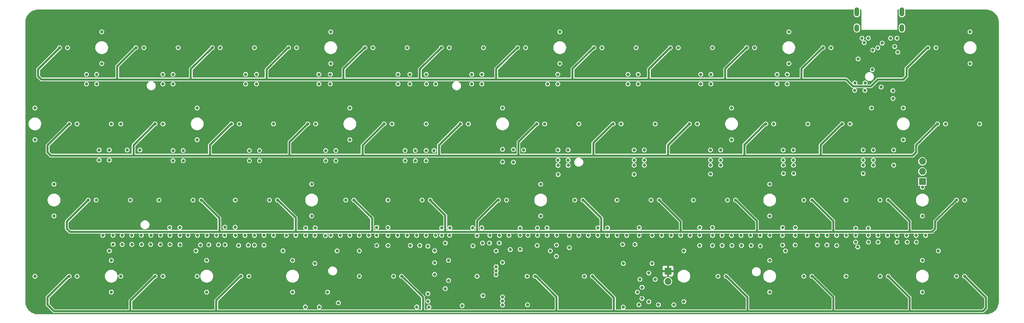
<source format=gbr>
%TF.GenerationSoftware,KiCad,Pcbnew,8.0.5*%
%TF.CreationDate,2024-12-22T15:25:04+01:00*%
%TF.ProjectId,toprevan V2,746f7072-6576-4616-9e20-56322e6b6963,rev?*%
%TF.SameCoordinates,Original*%
%TF.FileFunction,Copper,L2,Inr*%
%TF.FilePolarity,Positive*%
%FSLAX46Y46*%
G04 Gerber Fmt 4.6, Leading zero omitted, Abs format (unit mm)*
G04 Created by KiCad (PCBNEW 8.0.5) date 2024-12-22 15:25:04*
%MOMM*%
%LPD*%
G01*
G04 APERTURE LIST*
%TA.AperFunction,ComponentPad*%
%ADD10C,0.800000*%
%TD*%
%TA.AperFunction,ComponentPad*%
%ADD11R,1.700000X1.700000*%
%TD*%
%TA.AperFunction,ComponentPad*%
%ADD12O,1.700000X1.700000*%
%TD*%
%TA.AperFunction,ComponentPad*%
%ADD13O,1.200000X2.250000*%
%TD*%
%TA.AperFunction,ComponentPad*%
%ADD14O,1.200000X1.850000*%
%TD*%
%TA.AperFunction,ViaPad*%
%ADD15C,0.800000*%
%TD*%
%TA.AperFunction,Conductor*%
%ADD16C,0.500000*%
%TD*%
G04 APERTURE END LIST*
D10*
%TO.N,ROW1*%
%TO.C,SW_EC17*%
X112506250Y-50006250D03*
%TO.N,COL4*%
X114506250Y-50006250D03*
%TD*%
%TO.N,ROW1*%
%TO.C,SW_EC20*%
X169656250Y-50006250D03*
%TO.N,COL7*%
X171656250Y-50006250D03*
%TD*%
%TO.N,ROW2*%
%TO.C,SW_EC25*%
X38687500Y-69056250D03*
%TO.N,COL0*%
X40687500Y-69056250D03*
%TD*%
%TO.N,ROW2*%
%TO.C,SW_EC26*%
X66881250Y-69056250D03*
%TO.N,COL1*%
X64881250Y-69056250D03*
%TD*%
%TO.N,ROW3*%
%TO.C,SW_EC44*%
X219281250Y-88106250D03*
%TO.N,COL9*%
X217281250Y-88106250D03*
%TD*%
%TO.N,ROW0*%
%TO.C,SW_EC4*%
X88693750Y-30956250D03*
%TO.N,COL3*%
X90693750Y-30956250D03*
%TD*%
%TO.N,ROW0*%
%TO.C,SW_EC5*%
X107743750Y-30956250D03*
%TO.N,COL4*%
X109743750Y-30956250D03*
%TD*%
%TO.N,ROW1*%
%TO.C,SW_EC19*%
X150606250Y-50006250D03*
%TO.N,COL6*%
X152606250Y-50006250D03*
%TD*%
%TO.N,ROW2*%
%TO.C,SW_EC33*%
X200231250Y-69056250D03*
%TO.N,COL8*%
X198231250Y-69056250D03*
%TD*%
%TO.N,ROW1*%
%TO.C,SW_EC22*%
X207756250Y-50006250D03*
%TO.N,COL9*%
X209756250Y-50006250D03*
%TD*%
%TO.N,ROW1*%
%TO.C,SW_EC15*%
X74406250Y-50006250D03*
%TO.N,COL2*%
X76406250Y-50006250D03*
%TD*%
%TO.N,ROW0*%
%TO.C,SW_EC3*%
X69643750Y-30956250D03*
%TO.N,COL2*%
X71643750Y-30956250D03*
%TD*%
%TO.N,ROW3*%
%TO.C,SW_EC46*%
X257381250Y-88106250D03*
%TO.N,COL11*%
X255381250Y-88106250D03*
%TD*%
%TO.N,ROW0*%
%TO.C,SW_EC1*%
X31543750Y-30956250D03*
%TO.N,COL0*%
X33543750Y-30956250D03*
%TD*%
D11*
%TO.N,VBAT*%
%TO.C,SW1*%
X183356250Y-86831250D03*
D12*
%TO.N,BOOT0*%
X183356250Y-89371250D03*
%TD*%
D10*
%TO.N,ROW2*%
%TO.C,SW_EC29*%
X124031250Y-69056250D03*
%TO.N,COL4*%
X122031250Y-69056250D03*
%TD*%
%TO.N,ROW1*%
%TO.C,SW_EC13*%
X33925000Y-50006250D03*
%TO.N,COL0*%
X35925000Y-50006250D03*
%TD*%
%TO.N,ROW2*%
%TO.C,SW_EC28*%
X104981250Y-69056250D03*
%TO.N,COL3*%
X102981250Y-69056250D03*
%TD*%
%TO.N,ROW2*%
%TO.C,SW_EC31*%
X162131250Y-69056250D03*
%TO.N,COL6*%
X160131250Y-69056250D03*
%TD*%
%TO.N,ROW2*%
%TO.C,SW_EC32*%
X181181250Y-69056250D03*
%TO.N,COL7*%
X179181250Y-69056250D03*
%TD*%
%TO.N,ROW0*%
%TO.C,SW_EC10*%
X202993750Y-30956250D03*
%TO.N,COL9*%
X204993750Y-30956250D03*
%TD*%
%TO.N,ROW3*%
%TO.C,SW_EC37*%
X33925000Y-88106250D03*
%TO.N,COL0*%
X35925000Y-88106250D03*
%TD*%
%TO.N,ROW1*%
%TO.C,SW_EC23*%
X226806250Y-50006250D03*
%TO.N,COL10*%
X228806250Y-50006250D03*
%TD*%
%TO.N,ROW2*%
%TO.C,SW_EC36*%
X255381250Y-69056250D03*
%TO.N,COL11*%
X257381250Y-69056250D03*
%TD*%
%TO.N,ROW1*%
%TO.C,SW_EC24*%
X250618750Y-50006250D03*
%TO.N,COL11*%
X252618750Y-50006250D03*
%TD*%
%TO.N,ROW1*%
%TO.C,SW_EC14*%
X55356250Y-50006250D03*
%TO.N,COL1*%
X57356250Y-50006250D03*
%TD*%
%TO.N,ROW0*%
%TO.C,SW_EC6*%
X126793750Y-30956250D03*
%TO.N,COL5*%
X128793750Y-30956250D03*
%TD*%
%TO.N,ROW2*%
%TO.C,SW_EC30*%
X141081250Y-69056250D03*
%TO.N,COL5*%
X143081250Y-69056250D03*
%TD*%
%TO.N,ROW0*%
%TO.C,SW_EC11*%
X222043750Y-30956250D03*
%TO.N,COL10*%
X224043750Y-30956250D03*
%TD*%
%TO.N,ROW0*%
%TO.C,SW_EC7*%
X145843750Y-30956250D03*
%TO.N,COL6*%
X147843750Y-30956250D03*
%TD*%
%TO.N,ROW0*%
%TO.C,SW_EC8*%
X164893750Y-30956250D03*
%TO.N,COL7*%
X166893750Y-30956250D03*
%TD*%
%TO.N,ROW3*%
%TO.C,SW_EC43*%
X197850000Y-88106250D03*
%TO.N,COL8*%
X195850000Y-88106250D03*
%TD*%
%TO.N,ROW2*%
%TO.C,SW_EC35*%
X238331250Y-69056250D03*
%TO.N,COL10*%
X236331250Y-69056250D03*
%TD*%
%TO.N,ROW3*%
%TO.C,SW_EC41*%
X150225000Y-88106250D03*
%TO.N,COL5*%
X148225000Y-88106250D03*
%TD*%
%TO.N,ROW3*%
%TO.C,SW_EC42*%
X164512500Y-88106250D03*
%TO.N,COL6*%
X162512500Y-88106250D03*
%TD*%
%TO.N,ROW2*%
%TO.C,SW_EC34*%
X219281250Y-69056250D03*
%TO.N,COL9*%
X217281250Y-69056250D03*
%TD*%
%TO.N,ROW3*%
%TO.C,SW_EC39*%
X76787500Y-88106250D03*
%TO.N,COL2*%
X78787500Y-88106250D03*
%TD*%
%TO.N,ROW1*%
%TO.C,SW_EC18*%
X131556250Y-50006250D03*
%TO.N,COL5*%
X133556250Y-50006250D03*
%TD*%
%TO.N,ROW1*%
%TO.C,SW_EC21*%
X188706250Y-50006250D03*
%TO.N,COL8*%
X190706250Y-50006250D03*
%TD*%
%TO.N,ROW1*%
%TO.C,SW_EC16*%
X93456250Y-50006250D03*
%TO.N,COL3*%
X95456250Y-50006250D03*
%TD*%
%TO.N,ROW2*%
%TO.C,SW_EC27*%
X85931250Y-69056250D03*
%TO.N,COL2*%
X83931250Y-69056250D03*
%TD*%
%TO.N,ROW3*%
%TO.C,SW_EC38*%
X55356250Y-88106250D03*
%TO.N,COL1*%
X57356250Y-88106250D03*
%TD*%
%TO.N,ROW0*%
%TO.C,SW_EC9*%
X183943750Y-30956250D03*
%TO.N,COL8*%
X185943750Y-30956250D03*
%TD*%
%TO.N,ROW3*%
%TO.C,SW_EC45*%
X238331250Y-88106250D03*
%TO.N,COL10*%
X236331250Y-88106250D03*
%TD*%
%TO.N,ROW0*%
%TO.C,SW_EC2*%
X50593750Y-30956250D03*
%TO.N,COL1*%
X52593750Y-30956250D03*
%TD*%
%TO.N,ROW0*%
%TO.C,SW_EC12*%
X248237500Y-30956250D03*
%TO.N,COL11*%
X250237500Y-30956250D03*
%TD*%
%TO.N,ROW3*%
%TO.C,SW_EC40*%
X116887500Y-88106250D03*
%TO.N,COL4*%
X114887500Y-88106250D03*
%TD*%
D11*
%TO.N,GND*%
%TO.C,J4*%
X246856250Y-64452500D03*
D12*
%TO.N,ARGB_3V3*%
X246856250Y-61912500D03*
%TO.N,+5V*%
X246856250Y-59372500D03*
%TD*%
D13*
%TO.N,GND*%
%TO.C,J5*%
X230504750Y-22030750D03*
D14*
X230504750Y-26030750D03*
D13*
X241744750Y-22030750D03*
D14*
X241744750Y-26030750D03*
%TD*%
D15*
%TO.N,GND*%
X208756250Y-84137500D03*
X143988900Y-81460417D03*
X213518750Y-34925000D03*
X176212500Y-77910991D03*
X125136076Y-81727152D03*
X132015779Y-95457416D03*
X136937750Y-40036750D03*
X126888049Y-77899450D03*
X78898750Y-59213750D03*
X125126750Y-87661750D03*
X194087750Y-37623750D03*
X99218750Y-26987500D03*
X123460707Y-92482735D03*
X194470829Y-75919027D03*
X124999750Y-56673750D03*
X117760750Y-56673750D03*
X59848750Y-59213750D03*
X123476752Y-94359981D03*
X89693750Y-92075000D03*
X261143750Y-50006250D03*
X113506250Y-77910991D03*
X206375000Y-77910991D03*
X49561510Y-77888255D03*
X143691140Y-77906913D03*
X155936992Y-62677068D03*
X99099351Y-37623750D03*
X100806250Y-81756250D03*
X61118750Y-30956250D03*
X100488750Y-56673750D03*
X137318750Y-30956250D03*
X187325000Y-94456250D03*
X120300750Y-59213750D03*
X158750000Y-80962500D03*
X38258750Y-37623750D03*
X123031250Y-77910991D03*
X125157047Y-84719443D03*
X191295829Y-75919027D03*
X100488750Y-59213750D03*
X178593750Y-87312500D03*
X212144369Y-60368645D03*
X120650000Y-77910991D03*
X46831250Y-88106250D03*
X233379178Y-76076854D03*
X191293750Y-80422750D03*
X150744914Y-80436575D03*
X239712500Y-60325000D03*
X118968576Y-40036750D03*
X208756250Y-73025000D03*
X65881250Y-53975000D03*
X210597750Y-40036750D03*
X215106250Y-80295750D03*
X59089321Y-80162806D03*
X179387500Y-84931250D03*
X242093750Y-46037500D03*
X65881250Y-46037500D03*
X155917222Y-56561214D03*
X120681750Y-95789750D03*
X44450000Y-84137500D03*
X210597750Y-37623750D03*
X199231250Y-46037500D03*
X179387500Y-77910991D03*
X25400000Y-88106250D03*
X142081250Y-56356250D03*
X208756250Y-92075000D03*
X148442445Y-77888600D03*
X214661750Y-59086750D03*
X225440436Y-77910991D03*
X137210823Y-92976677D03*
X99218750Y-77910991D03*
X211931250Y-77910991D03*
X196518888Y-60368645D03*
X56356250Y-69056250D03*
X142081250Y-46037500D03*
X42068750Y-34925000D03*
X232079101Y-62422552D03*
X118268750Y-30956250D03*
X106362500Y-77910991D03*
X173386750Y-37623750D03*
X65571922Y-81739530D03*
X158457222Y-59101214D03*
X230204178Y-76076854D03*
X212121750Y-56546750D03*
X140493750Y-81756250D03*
X151606250Y-73025000D03*
X223059186Y-77910991D03*
X156368750Y-26987500D03*
X128868472Y-77879253D03*
X187325000Y-81756250D03*
X101600000Y-77910991D03*
X250825000Y-81756250D03*
X230823940Y-33765541D03*
X128946837Y-75987294D03*
X176223695Y-75942514D03*
X99218750Y-34925000D03*
X206406750Y-80549750D03*
X193998156Y-62553489D03*
X118268750Y-77910991D03*
X80168750Y-80359065D03*
X235807249Y-79594881D03*
X144811750Y-56419750D03*
X186531250Y-77910991D03*
X153987500Y-81756250D03*
X180181250Y-50006250D03*
X165893750Y-77910991D03*
X135731250Y-88106250D03*
X82550000Y-80359065D03*
X232060750Y-59086750D03*
X113506250Y-80433020D03*
X110699589Y-80433020D03*
X61603280Y-80205970D03*
X239488250Y-41687750D03*
X40798750Y-37623750D03*
X43973750Y-56546750D03*
X239712500Y-56546750D03*
X230009750Y-39782750D03*
X232549750Y-39782750D03*
X46831250Y-50006250D03*
X150823695Y-77888600D03*
X220677936Y-77910991D03*
X126892878Y-75998489D03*
X51593750Y-56546750D03*
X118968576Y-37623750D03*
X191547750Y-40036750D03*
X194468750Y-77910991D03*
X115887500Y-77910991D03*
X134616535Y-75981791D03*
X113499670Y-75893233D03*
X138813006Y-79828475D03*
X56689824Y-80146014D03*
X141287500Y-77910991D03*
X150812500Y-76000000D03*
X123031250Y-56673750D03*
X135707578Y-77945669D03*
X170656250Y-77910991D03*
X233394249Y-79594881D03*
X161131250Y-50006250D03*
X59045165Y-75917585D03*
X220630750Y-80295750D03*
X194468750Y-80422750D03*
X175418750Y-30956250D03*
X40798750Y-40036750D03*
X246856250Y-92075000D03*
X84931250Y-77910991D03*
X88121686Y-77910991D03*
X213518750Y-26987500D03*
X77987500Y-37623750D03*
X76231750Y-80422750D03*
X242093750Y-53975000D03*
X235759186Y-77910991D03*
X174915971Y-60368645D03*
X240506250Y-28575000D03*
X75378901Y-75839565D03*
X25400000Y-46037500D03*
X178593750Y-94456250D03*
X214684369Y-60368645D03*
X44450000Y-92075000D03*
X96243750Y-37623750D03*
X117760750Y-59213750D03*
X155860750Y-37623750D03*
X43973750Y-59086750D03*
X43976563Y-81766946D03*
X177450750Y-56546750D03*
X225456750Y-80422750D03*
X123031250Y-59213750D03*
X30162500Y-73025000D03*
X234600750Y-59086750D03*
X191293750Y-77910991D03*
X232515327Y-41663166D03*
X92995626Y-77906913D03*
X80168750Y-30956250D03*
X144811750Y-59594750D03*
X54324010Y-77888255D03*
X113506250Y-69056250D03*
X168275000Y-77910991D03*
X57308750Y-40036750D03*
X189706250Y-69056250D03*
X89693750Y-84137500D03*
X49577824Y-80146014D03*
X240506249Y-79594881D03*
X240710949Y-32081524D03*
X128587500Y-84137500D03*
X48418750Y-56546750D03*
X82550000Y-77910991D03*
X106362500Y-88106250D03*
X193960750Y-59086750D03*
X141261841Y-79828475D03*
X172056757Y-80168263D03*
X95318266Y-76008587D03*
X193960750Y-56546750D03*
X170656250Y-69056250D03*
X136937750Y-37623750D03*
X71203501Y-80248211D03*
X87298305Y-81745554D03*
X258762500Y-26987500D03*
X191547750Y-37623750D03*
X177455971Y-60368645D03*
X120300750Y-56673750D03*
X177450750Y-59086750D03*
X146477604Y-77883754D03*
X158462443Y-60383109D03*
X57308750Y-37623750D03*
X59848750Y-37623750D03*
X61603280Y-77910990D03*
X234156250Y-46037500D03*
X230686766Y-80793560D03*
X163512500Y-77910991D03*
X239929042Y-30672499D03*
X175926750Y-40036750D03*
X108743750Y-77910991D03*
X142081250Y-59531250D03*
X258762500Y-34925000D03*
X70710920Y-77906913D03*
X148304250Y-95250000D03*
X232343556Y-29726386D03*
X176085500Y-95250000D03*
X214751726Y-62422552D03*
X106362500Y-81756250D03*
X84931250Y-50006250D03*
X44450000Y-50006250D03*
X174910750Y-59086750D03*
X211971414Y-75964904D03*
X215106250Y-77910991D03*
X42068750Y-26987500D03*
X30162500Y-65087500D03*
X110701782Y-75888732D03*
X203993750Y-77910991D03*
X47180260Y-77888255D03*
X42352866Y-77900892D03*
X243046249Y-79594881D03*
X95250000Y-84931250D03*
X231775000Y-28575000D03*
X155514122Y-83092359D03*
X230202936Y-77910991D03*
X233377936Y-77910991D03*
X234360949Y-36430533D03*
X123031250Y-50006250D03*
X54276824Y-80146014D03*
X81438750Y-56673750D03*
X103981250Y-46037500D03*
X158457222Y-56561214D03*
X138906250Y-77910991D03*
X121443750Y-80422750D03*
X81438750Y-59213750D03*
X68790501Y-80248211D03*
X155586195Y-77888600D03*
X155860750Y-40036750D03*
X68262500Y-84137500D03*
X95265436Y-77910991D03*
X80168750Y-77910991D03*
X136889542Y-75981791D03*
X92868750Y-95789750D03*
X246856250Y-73025000D03*
X127793750Y-91217750D03*
X173386750Y-40036750D03*
X78659615Y-80359065D03*
X61575438Y-75923528D03*
X194468750Y-30956250D03*
X80699167Y-40036750D03*
X184816750Y-95250000D03*
X161131250Y-77910991D03*
X142100027Y-84650000D03*
X215146414Y-75964904D03*
X59848750Y-40036750D03*
X115993576Y-37623750D03*
X97948750Y-59213750D03*
X180975000Y-95250000D03*
X51990824Y-80146014D03*
X94456250Y-73025000D03*
X208756250Y-65087500D03*
X155917222Y-59101214D03*
X51942760Y-77888255D03*
X25400000Y-53975000D03*
X158750000Y-77910991D03*
X41433750Y-56546750D03*
X174910750Y-56546750D03*
X110699589Y-77910645D03*
X232074097Y-60368645D03*
X103981250Y-53975000D03*
X204123726Y-80412010D03*
X123094750Y-40036750D03*
X196500750Y-59086750D03*
X193978888Y-60368645D03*
X96343750Y-95789750D03*
X181768750Y-77910991D03*
X75406250Y-69056250D03*
X196881750Y-80422750D03*
X232060750Y-56546750D03*
X155922443Y-60383109D03*
X153193750Y-76000000D03*
X223043750Y-80295750D03*
X72754961Y-77909893D03*
X246856250Y-65881250D03*
X199231250Y-77910991D03*
X155545148Y-80326393D03*
X59848750Y-56673750D03*
X44908995Y-80123969D03*
X65881250Y-88106250D03*
X218281250Y-50006250D03*
X80699167Y-37623750D03*
X156368750Y-34925000D03*
X242902936Y-77910991D03*
X134397750Y-40036750D03*
X201612500Y-77910991D03*
X97948750Y-56673750D03*
X62388750Y-56673750D03*
X230182731Y-79594881D03*
X246856250Y-84137500D03*
X66706750Y-80295750D03*
X213137750Y-37623750D03*
X211965968Y-80314427D03*
X213137750Y-40036750D03*
X63567170Y-77906913D03*
X72781802Y-75856359D03*
X49212500Y-69056250D03*
X240521686Y-77910991D03*
X123040750Y-37623750D03*
X212669250Y-81756250D03*
X77987500Y-40036750D03*
X123729750Y-95789750D03*
X245332249Y-79594881D03*
X168275000Y-76000000D03*
X196500750Y-56546750D03*
X208756250Y-77910991D03*
X96243750Y-40036750D03*
X238140436Y-77910991D03*
X68329670Y-77906913D03*
X44900435Y-77899450D03*
X75406250Y-77910991D03*
X119085160Y-80433020D03*
X90502936Y-77910991D03*
X229978380Y-41621577D03*
X151606250Y-65087500D03*
X218109592Y-77906913D03*
X175926750Y-37623750D03*
X153204945Y-77888600D03*
X188912500Y-77910991D03*
X194087750Y-40036750D03*
X147351750Y-56546750D03*
X234481386Y-31563934D03*
X212154802Y-62422552D03*
X172243750Y-84931250D03*
X125380750Y-40036750D03*
X153320750Y-40036750D03*
X227806250Y-88106250D03*
X134397750Y-37623750D03*
X234600750Y-56546750D03*
X212121750Y-59086750D03*
X92989701Y-76008587D03*
X38258750Y-40036750D03*
X77787500Y-77910991D03*
X172243750Y-84931250D03*
X98425000Y-92075000D03*
X165893750Y-76000000D03*
X184150000Y-77910991D03*
X247665436Y-77910991D03*
X201707750Y-80422750D03*
X78898750Y-56673750D03*
X146504650Y-81389813D03*
X234614097Y-60368645D03*
X115993576Y-40036750D03*
X103981250Y-77910991D03*
X72852573Y-80269505D03*
X125412500Y-77910991D03*
X174930520Y-62662604D03*
X94456250Y-65087500D03*
X68262500Y-92075000D03*
X47164824Y-80146014D03*
X41433750Y-59086750D03*
X199231250Y-53975000D03*
X214661750Y-56546750D03*
X65948420Y-77906913D03*
X196850000Y-77910991D03*
X227806250Y-69056250D03*
X239503951Y-43656250D03*
X227821686Y-77910991D03*
X101123750Y-94773750D03*
X62388750Y-59213750D03*
X59073007Y-77905047D03*
X199294750Y-80422750D03*
X173037500Y-77910991D03*
X146474314Y-76065659D03*
X56705260Y-77888255D03*
X99099351Y-40036750D03*
X245284186Y-77910991D03*
%TO.N,COL3*%
X97885826Y-77932972D03*
%TO.N,COL7*%
X175135000Y-80168750D03*
%TO.N,COL8*%
X176356249Y-88880486D03*
X176904088Y-93662500D03*
%TO.N,COL11*%
X176904088Y-90878830D03*
X175732698Y-92091416D03*
%TO.N,ROW3*%
X134691065Y-80507425D03*
%TO.N,VBAT*%
X132071975Y-91966482D03*
X140283777Y-83538954D03*
X183356250Y-84931250D03*
X231295000Y-29726386D03*
X95250000Y-88106250D03*
X139748557Y-91690518D03*
X135723750Y-81763464D03*
X131730750Y-84105750D03*
X172243750Y-88106250D03*
%TO.N,+5V*%
X236537500Y-40798750D03*
%TO.N,APLEX_OUT_PIN_0*%
X123451464Y-80588964D03*
X180181250Y-88900000D03*
%TO.N,VCC*%
X233362500Y-28575000D03*
X238918750Y-28575000D03*
%TO.N,BOOT0*%
X172209222Y-95846722D03*
%TO.N,APLEX_EN_PIN_1*%
X137073750Y-79810491D03*
X127803750Y-79810491D03*
%TO.N,D-*%
X235743750Y-30956250D03*
X236814835Y-29825735D03*
%TO.N,AMUX_SEL_2*%
X140493750Y-85725000D03*
X142081250Y-93273096D03*
%TO.N,AMUX_SEL_1*%
X142081250Y-94297694D03*
X140506298Y-86737051D03*
%TO.N,AMUX_SEL_0*%
X140484508Y-87736316D03*
X142081250Y-95297197D03*
%TO.N,ARGB_3V3*%
X128587500Y-89183000D03*
%TD*%
D16*
%TO.N,ROW0*%
X197643750Y-38893750D02*
X216693750Y-38893750D01*
X159543750Y-36221468D02*
X164808968Y-30956250D01*
X46037500Y-38893750D02*
X64293750Y-38893750D01*
X26987500Y-38893750D02*
X46037500Y-38893750D01*
X242887500Y-38100000D02*
X242887500Y-36159230D01*
X178593750Y-36311650D02*
X183938865Y-30966536D01*
X122237500Y-38893750D02*
X140493750Y-38893750D01*
X216693750Y-38893750D02*
X216693750Y-36238400D01*
X178593750Y-38893750D02*
X197643750Y-38893750D01*
X83211202Y-36379952D02*
X83211202Y-38761202D01*
X64293750Y-36311768D02*
X69649268Y-30956249D01*
X64293750Y-38893750D02*
X83343750Y-38893750D01*
X159543750Y-38893750D02*
X178593750Y-38893750D01*
X121443750Y-38893750D02*
X121443750Y-36324256D01*
X50559884Y-30956249D02*
X45917441Y-35598691D01*
X45917441Y-35598691D02*
X45917441Y-38773691D01*
X229545250Y-40632750D02*
X234004750Y-40632750D01*
X64293750Y-36311768D02*
X64293750Y-38893750D01*
X140493750Y-38893750D02*
X159543750Y-38893750D01*
X197643750Y-36225114D02*
X202910974Y-30957890D01*
X45917441Y-38773691D02*
X46037500Y-38893750D01*
X140493750Y-38893750D02*
X140493750Y-36259892D01*
X26193750Y-38100000D02*
X26193750Y-36370888D01*
X197643750Y-38893750D02*
X197643750Y-36225114D01*
X159543750Y-36221468D02*
X159543750Y-38893750D01*
X83211202Y-38761202D02*
X83343750Y-38893750D01*
X26193750Y-38100000D02*
X26987500Y-38893750D01*
X88583031Y-31008123D02*
X83211202Y-36379952D01*
X227806250Y-38893750D02*
X229545250Y-40632750D01*
X216693750Y-38893750D02*
X227806250Y-38893750D01*
X242093750Y-38893750D02*
X242887500Y-38100000D01*
X101600000Y-38893750D02*
X122237500Y-38893750D01*
X101600000Y-38893750D02*
X102393750Y-38893750D01*
X242887500Y-36159230D02*
X248123423Y-30923308D01*
X83343750Y-38893750D02*
X101600000Y-38893750D01*
X102393750Y-38893750D02*
X102393750Y-36240764D01*
X140493750Y-36259892D02*
X145797394Y-30956249D01*
X235743750Y-38893750D02*
X242093750Y-38893750D01*
X121443750Y-36324256D02*
X126837694Y-30930313D01*
X121443750Y-38893750D02*
X122237500Y-38893750D01*
X26193750Y-36370888D02*
X31588616Y-30976022D01*
X102393750Y-36240764D02*
X107679906Y-30954609D01*
X178593750Y-38893750D02*
X178593750Y-36311650D01*
X216693750Y-36238400D02*
X221975902Y-30956249D01*
X234004750Y-40632750D02*
X235743750Y-38893750D01*
%TO.N,ROW1*%
X188686073Y-49988959D02*
X183356250Y-55318782D01*
X50006250Y-57943750D02*
X50006250Y-55317140D01*
X88900000Y-57943750D02*
X107156250Y-57943750D01*
X29368750Y-57943750D02*
X28575000Y-57150000D01*
X29368750Y-57943750D02*
X50006250Y-57943750D01*
X69056250Y-57943750D02*
X69056250Y-55311096D01*
X164736285Y-54780199D02*
X169550580Y-49965904D01*
X164736285Y-57943750D02*
X183356250Y-57943750D01*
X244475000Y-57943750D02*
X245268750Y-57150000D01*
X28575000Y-57150000D02*
X28575000Y-55336912D01*
X50006250Y-57943750D02*
X69056250Y-57943750D01*
X221456250Y-55272673D02*
X221456250Y-57943750D01*
X107156250Y-55342276D02*
X107156250Y-57943750D01*
X126206250Y-57943750D02*
X146050000Y-57943750D01*
X28575000Y-55336912D02*
X33899900Y-50012013D01*
X183356250Y-57943750D02*
X202406250Y-57943750D01*
X245268750Y-55328669D02*
X245268750Y-57150000D01*
X50006250Y-55317140D02*
X55322905Y-50000486D01*
X146050000Y-57943750D02*
X164736285Y-57943750D01*
X150566382Y-50021900D02*
X146728516Y-53859766D01*
X202406250Y-57943750D02*
X221456250Y-57943750D01*
X202406250Y-55238090D02*
X202406250Y-57943750D01*
X88900000Y-54571141D02*
X88900000Y-57943750D01*
X183356250Y-55318782D02*
X183356250Y-57943750D01*
X146050000Y-54538282D02*
X146728516Y-53859766D01*
X69056250Y-55311096D02*
X74378388Y-49988959D01*
X93459128Y-50012013D02*
X88900000Y-54571141D01*
X69056250Y-57943750D02*
X88900000Y-57943750D01*
X146050000Y-57943750D02*
X146050000Y-54538282D01*
X207643854Y-50000486D02*
X202406250Y-55238090D01*
X221456250Y-57943750D02*
X244475000Y-57943750D01*
X226739964Y-49988959D02*
X221456250Y-55272673D01*
X112493918Y-50004608D02*
X107156250Y-55342276D01*
X250629874Y-49967545D02*
X245268750Y-55328669D01*
X126206250Y-55318781D02*
X126206250Y-57943750D01*
X164736285Y-54780199D02*
X164736285Y-57943750D01*
X107156250Y-57943750D02*
X126206250Y-57943750D01*
X131536073Y-49988958D02*
X126206250Y-55318781D01*
%TO.N,ROW2*%
X181166843Y-69056249D02*
X186531250Y-74420656D01*
X243681250Y-74318673D02*
X243681250Y-76993750D01*
X33337500Y-74441228D02*
X33337500Y-76200000D01*
X200322230Y-69090832D02*
X205581250Y-74349852D01*
X238418827Y-69056250D02*
X243681250Y-74318673D01*
X205581250Y-74349852D02*
X205581250Y-76993750D01*
X249237500Y-76993750D02*
X250031250Y-76200000D01*
X66950016Y-69057890D02*
X71437500Y-73545374D01*
X105007989Y-69066536D02*
X108855102Y-72913648D01*
X135731250Y-76993750D02*
X166687500Y-76993750D01*
X108855102Y-72913648D02*
X109537500Y-73596046D01*
X90487500Y-76993750D02*
X109537500Y-76993750D01*
X224631250Y-74299620D02*
X224631250Y-76993750D01*
X250031250Y-74342446D02*
X250031250Y-76200000D01*
X127793750Y-76993750D02*
X135731250Y-76993750D01*
X243681250Y-76993750D02*
X249237500Y-76993750D01*
X219387880Y-69056250D02*
X224631250Y-74299620D01*
X90487500Y-73507510D02*
X90487500Y-76993750D01*
X127793750Y-72866660D02*
X127793750Y-76993750D01*
X33337500Y-76200000D02*
X34131250Y-76993750D01*
X86036239Y-69056249D02*
X90487500Y-73507510D01*
X109537500Y-73596046D02*
X109537500Y-76993750D01*
X224631250Y-76993750D02*
X243681250Y-76993750D01*
X140982139Y-68997372D02*
X135731250Y-74248261D01*
X205581250Y-76993750D02*
X224631250Y-76993750D01*
X71437500Y-76993750D02*
X90487500Y-76993750D01*
X109537500Y-76993750D02*
X127793750Y-76993750D01*
X124045499Y-69118409D02*
X127793750Y-72866660D01*
X166687500Y-76993750D02*
X186531250Y-76993750D01*
X186531250Y-76993750D02*
X205581250Y-76993750D01*
X38672246Y-69106482D02*
X33337500Y-74441228D01*
X166743750Y-76937500D02*
X166687500Y-76993750D01*
X135731250Y-74248261D02*
X135731250Y-76993750D01*
X166743750Y-73596701D02*
X166743750Y-76937500D01*
X255342422Y-69031274D02*
X250031250Y-74342446D01*
X71437500Y-73545374D02*
X71437500Y-76993750D01*
X162218950Y-69071901D02*
X166743750Y-73596701D01*
X34131250Y-76993750D02*
X71437500Y-76993750D01*
X186531250Y-74420656D02*
X186531250Y-76993750D01*
%TO.N,ROW3*%
X238368716Y-88106249D02*
X243681250Y-93418783D01*
X203200000Y-96837500D02*
X224631250Y-96837500D01*
X122237500Y-93315036D02*
X122237500Y-96837500D01*
X219433190Y-88100886D02*
X224631250Y-93298946D01*
X197955430Y-88090599D02*
X203200000Y-93335169D01*
X70643750Y-94160658D02*
X70643750Y-96837500D01*
X28575000Y-93344694D02*
X28575000Y-95250000D01*
X33849668Y-88070026D02*
X28575000Y-93344694D01*
X55339796Y-88078672D02*
X49212500Y-94205968D01*
X122237500Y-96837500D02*
X155575000Y-96837500D01*
X257407749Y-88098565D02*
X262731250Y-93422066D01*
X169862500Y-96837500D02*
X203200000Y-96837500D01*
X76732741Y-88071667D02*
X70643750Y-94160658D01*
X224631250Y-93298946D02*
X224631250Y-96837500D01*
X155575000Y-96837500D02*
X169862500Y-96837500D01*
X169862500Y-93437716D02*
X169862500Y-96837500D01*
X224631250Y-96837500D02*
X261937500Y-96837500D01*
X30162500Y-96837500D02*
X49212500Y-96837500D01*
X243681250Y-93418783D02*
X243681250Y-96837500D01*
X49212500Y-96837500D02*
X70643750Y-96837500D01*
X70643750Y-96837500D02*
X122237500Y-96837500D01*
X117009781Y-88087317D02*
X122237500Y-93315036D01*
X164531034Y-88106250D02*
X169862500Y-93437716D01*
X28575000Y-95250000D02*
X30162500Y-96837500D01*
X262731250Y-93422066D02*
X262731250Y-96043750D01*
X155575000Y-93296986D02*
X155575000Y-96837500D01*
X49212500Y-94205968D02*
X49212500Y-96837500D01*
X150344319Y-88066305D02*
X155575000Y-93296986D01*
X262731250Y-96043750D02*
X261937500Y-96837500D01*
X203200000Y-93335169D02*
X203200000Y-96837500D01*
%TD*%
%TA.AperFunction,Conductor*%
%TO.N,VBAT*%
G36*
X229700882Y-21434618D02*
G01*
X229704250Y-21442750D01*
X229704250Y-22634590D01*
X229735012Y-22789243D01*
X229735012Y-22789246D01*
X229781686Y-22901926D01*
X229795356Y-22934929D01*
X229882961Y-23066039D01*
X229994461Y-23177539D01*
X230125571Y-23265144D01*
X230271253Y-23325487D01*
X230425908Y-23356250D01*
X230425910Y-23356250D01*
X230583590Y-23356250D01*
X230583592Y-23356250D01*
X230738247Y-23325487D01*
X230883929Y-23265144D01*
X231015039Y-23177539D01*
X231126539Y-23066039D01*
X231214144Y-22934929D01*
X231274487Y-22789247D01*
X231305250Y-22634592D01*
X231305250Y-21442749D01*
X231308618Y-21434618D01*
X231316750Y-21431250D01*
X231641208Y-21431250D01*
X231649340Y-21434618D01*
X231652707Y-21442749D01*
X231652495Y-22014458D01*
X231650840Y-26464946D01*
X231650841Y-26464946D01*
X231650841Y-26464947D01*
X240591470Y-26464947D01*
X240591677Y-25626909D01*
X240944250Y-25626909D01*
X240944250Y-26434590D01*
X240975012Y-26589243D01*
X240975012Y-26589246D01*
X241035357Y-26734931D01*
X241122958Y-26866035D01*
X241122961Y-26866039D01*
X241234461Y-26977539D01*
X241365571Y-27065144D01*
X241511253Y-27125487D01*
X241665908Y-27156250D01*
X241665910Y-27156250D01*
X241823590Y-27156250D01*
X241823592Y-27156250D01*
X241978247Y-27125487D01*
X242123929Y-27065144D01*
X242240131Y-26987500D01*
X258156818Y-26987500D01*
X258177456Y-27144262D01*
X258237964Y-27290341D01*
X258334218Y-27415782D01*
X258459659Y-27512036D01*
X258605738Y-27572544D01*
X258762500Y-27593182D01*
X258919262Y-27572544D01*
X259065341Y-27512036D01*
X259190782Y-27415782D01*
X259287036Y-27290341D01*
X259347544Y-27144262D01*
X259368182Y-26987500D01*
X259347544Y-26830738D01*
X259287036Y-26684659D01*
X259190782Y-26559218D01*
X259065341Y-26462964D01*
X258919262Y-26402456D01*
X258762500Y-26381818D01*
X258605738Y-26402456D01*
X258459659Y-26462964D01*
X258334218Y-26559218D01*
X258237964Y-26684659D01*
X258177456Y-26830738D01*
X258156818Y-26987500D01*
X242240131Y-26987500D01*
X242255039Y-26977539D01*
X242366539Y-26866039D01*
X242454144Y-26734929D01*
X242514487Y-26589247D01*
X242545250Y-26434592D01*
X242545250Y-25626908D01*
X242514487Y-25472253D01*
X242454144Y-25326571D01*
X242366539Y-25195461D01*
X242255039Y-25083961D01*
X242255035Y-25083958D01*
X242123931Y-24996357D01*
X241978245Y-24936012D01*
X241885116Y-24917487D01*
X241823592Y-24905250D01*
X241665908Y-24905250D01*
X241589107Y-24920526D01*
X241511256Y-24936012D01*
X241511253Y-24936012D01*
X241365568Y-24996357D01*
X241234464Y-25083958D01*
X241122958Y-25195464D01*
X241035357Y-25326568D01*
X240975012Y-25472253D01*
X240975012Y-25472256D01*
X240944250Y-25626909D01*
X240591677Y-25626909D01*
X240592709Y-21442746D01*
X240596079Y-21434616D01*
X240604209Y-21431250D01*
X240932750Y-21431250D01*
X240940882Y-21434618D01*
X240944250Y-21442750D01*
X240944250Y-22634590D01*
X240975012Y-22789243D01*
X240975012Y-22789246D01*
X241021686Y-22901926D01*
X241035356Y-22934929D01*
X241122961Y-23066039D01*
X241234461Y-23177539D01*
X241365571Y-23265144D01*
X241511253Y-23325487D01*
X241665908Y-23356250D01*
X241665910Y-23356250D01*
X241823590Y-23356250D01*
X241823592Y-23356250D01*
X241978247Y-23325487D01*
X242123929Y-23265144D01*
X242255039Y-23177539D01*
X242366539Y-23066039D01*
X242454144Y-22934929D01*
X242514487Y-22789247D01*
X242545250Y-22634592D01*
X242545250Y-21442749D01*
X242548618Y-21434618D01*
X242556750Y-21431250D01*
X262731160Y-21431250D01*
X262731321Y-21431251D01*
X262908845Y-21433742D01*
X262909972Y-21433813D01*
X263262867Y-21473579D01*
X263264117Y-21473792D01*
X263610263Y-21552801D01*
X263611497Y-21553157D01*
X263946614Y-21670423D01*
X263947799Y-21670914D01*
X264267688Y-21824966D01*
X264268799Y-21825581D01*
X264569422Y-22014477D01*
X264570469Y-22015220D01*
X264848044Y-22236580D01*
X264849006Y-22237439D01*
X265100060Y-22488493D01*
X265100919Y-22489455D01*
X265322279Y-22767030D01*
X265323024Y-22768081D01*
X265511906Y-23068682D01*
X265511913Y-23068692D01*
X265512537Y-23069820D01*
X265666583Y-23389696D01*
X265667077Y-23390888D01*
X265784341Y-23726000D01*
X265784698Y-23727239D01*
X265863705Y-24073372D01*
X265863921Y-24074643D01*
X265903686Y-24427527D01*
X265903757Y-24428654D01*
X265906249Y-24606178D01*
X265906250Y-24606339D01*
X265906250Y-94456160D01*
X265906249Y-94456321D01*
X265903757Y-94633845D01*
X265903686Y-94634972D01*
X265863921Y-94987856D01*
X265863705Y-94989127D01*
X265784698Y-95335260D01*
X265784341Y-95336499D01*
X265667077Y-95671611D01*
X265666583Y-95672803D01*
X265512537Y-95992679D01*
X265511913Y-95993807D01*
X265323025Y-96294417D01*
X265322279Y-96295469D01*
X265100919Y-96573044D01*
X265100060Y-96574006D01*
X264849006Y-96825060D01*
X264848044Y-96825919D01*
X264570469Y-97047279D01*
X264569417Y-97048025D01*
X264268807Y-97236913D01*
X264267679Y-97237537D01*
X263947803Y-97391583D01*
X263946611Y-97392077D01*
X263611499Y-97509341D01*
X263610260Y-97509698D01*
X263264127Y-97588705D01*
X263262856Y-97588921D01*
X262909972Y-97628686D01*
X262908845Y-97628757D01*
X262731321Y-97631249D01*
X262731160Y-97631250D01*
X26193840Y-97631250D01*
X26193679Y-97631249D01*
X26016153Y-97628760D01*
X26015026Y-97628689D01*
X25662140Y-97588929D01*
X25660869Y-97588713D01*
X25314734Y-97509709D01*
X25313495Y-97509352D01*
X24978380Y-97392091D01*
X24977188Y-97391597D01*
X24711786Y-97263786D01*
X24657308Y-97237550D01*
X24656182Y-97236928D01*
X24355570Y-97048041D01*
X24354518Y-97047295D01*
X24076941Y-96825934D01*
X24075979Y-96825075D01*
X23824924Y-96574020D01*
X23824065Y-96573058D01*
X23675610Y-96386902D01*
X23602695Y-96295469D01*
X23601958Y-96294429D01*
X23413065Y-95993807D01*
X23412452Y-95992698D01*
X23258400Y-95672807D01*
X23257908Y-95671619D01*
X23237808Y-95614177D01*
X23140646Y-95336502D01*
X23140290Y-95335265D01*
X23137305Y-95322186D01*
X23061284Y-94989120D01*
X23061071Y-94987870D01*
X23021310Y-94634972D01*
X23021239Y-94633846D01*
X23018751Y-94456321D01*
X23018750Y-94456160D01*
X23018750Y-93285385D01*
X28124500Y-93285385D01*
X28124500Y-95309309D01*
X28131454Y-95335260D01*
X28143290Y-95379433D01*
X28155199Y-95423881D01*
X28155203Y-95423891D01*
X28172562Y-95453958D01*
X28214511Y-95526614D01*
X29885886Y-97197989D01*
X29988613Y-97257299D01*
X30012826Y-97263786D01*
X30103191Y-97288000D01*
X261996809Y-97288000D01*
X262087173Y-97263786D01*
X262111387Y-97257299D01*
X262214114Y-97197989D01*
X263091739Y-96320364D01*
X263151049Y-96217637D01*
X263173535Y-96133717D01*
X263181750Y-96103059D01*
X263181750Y-93362757D01*
X263151049Y-93248180D01*
X263106378Y-93170808D01*
X263091739Y-93145452D01*
X257979745Y-88033458D01*
X257976475Y-88026827D01*
X257966294Y-87949488D01*
X257905786Y-87803409D01*
X257809532Y-87677968D01*
X257684091Y-87581714D01*
X257538012Y-87521206D01*
X257381250Y-87500568D01*
X257224488Y-87521206D01*
X257078409Y-87581714D01*
X256952968Y-87677968D01*
X256856714Y-87803409D01*
X256796206Y-87949488D01*
X256775568Y-88106250D01*
X256796206Y-88263012D01*
X256856714Y-88409091D01*
X256952968Y-88534532D01*
X257078409Y-88630786D01*
X257224488Y-88691294D01*
X257380563Y-88711841D01*
X257387191Y-88715110D01*
X262277382Y-93605301D01*
X262280750Y-93613433D01*
X262280750Y-95852383D01*
X262277382Y-95860515D01*
X261754265Y-96383632D01*
X261746133Y-96387000D01*
X244143250Y-96387000D01*
X244135118Y-96383632D01*
X244131750Y-96375500D01*
X244131750Y-93359474D01*
X244110325Y-93279517D01*
X244101049Y-93244897D01*
X244098012Y-93239637D01*
X244041740Y-93142169D01*
X242974571Y-92075000D01*
X246250568Y-92075000D01*
X246271206Y-92231762D01*
X246331714Y-92377841D01*
X246427968Y-92503282D01*
X246553409Y-92599536D01*
X246699488Y-92660044D01*
X246856250Y-92680682D01*
X247013012Y-92660044D01*
X247159091Y-92599536D01*
X247284532Y-92503282D01*
X247380786Y-92377841D01*
X247441294Y-92231762D01*
X247461932Y-92075000D01*
X247441294Y-91918238D01*
X247380786Y-91772159D01*
X247284532Y-91646718D01*
X247159091Y-91550464D01*
X247013012Y-91489956D01*
X246856250Y-91469318D01*
X246699488Y-91489956D01*
X246553409Y-91550464D01*
X246427968Y-91646718D01*
X246331714Y-91772159D01*
X246271206Y-91918238D01*
X246250568Y-92075000D01*
X242974571Y-92075000D01*
X238929246Y-88029676D01*
X238925977Y-88023046D01*
X238925855Y-88022117D01*
X238920348Y-87980285D01*
X245255750Y-87980285D01*
X245255750Y-88232214D01*
X245295159Y-88481032D01*
X245373007Y-88720625D01*
X245373008Y-88720628D01*
X245373009Y-88720629D01*
X245487380Y-88945095D01*
X245635457Y-89148906D01*
X245813594Y-89327043D01*
X246017405Y-89475120D01*
X246241871Y-89589491D01*
X246481465Y-89667340D01*
X246605876Y-89687045D01*
X246730286Y-89706750D01*
X246730288Y-89706750D01*
X246982214Y-89706750D01*
X247081741Y-89690986D01*
X247231035Y-89667340D01*
X247470629Y-89589491D01*
X247695095Y-89475120D01*
X247898906Y-89327043D01*
X248077043Y-89148906D01*
X248225120Y-88945095D01*
X248339491Y-88720629D01*
X248417340Y-88481035D01*
X248452214Y-88260851D01*
X248456750Y-88232214D01*
X248456750Y-88106250D01*
X254775568Y-88106250D01*
X254796206Y-88263012D01*
X254856714Y-88409091D01*
X254952968Y-88534532D01*
X255078409Y-88630786D01*
X255224488Y-88691294D01*
X255381250Y-88711932D01*
X255538012Y-88691294D01*
X255684091Y-88630786D01*
X255809532Y-88534532D01*
X255905786Y-88409091D01*
X255966294Y-88263012D01*
X255986932Y-88106250D01*
X255966294Y-87949488D01*
X255905786Y-87803409D01*
X255809532Y-87677968D01*
X255684091Y-87581714D01*
X255538012Y-87521206D01*
X255381250Y-87500568D01*
X255224488Y-87521206D01*
X255078409Y-87581714D01*
X254952968Y-87677968D01*
X254856714Y-87803409D01*
X254796206Y-87949488D01*
X254775568Y-88106250D01*
X248456750Y-88106250D01*
X248456750Y-87980285D01*
X248428997Y-87805062D01*
X248417340Y-87731465D01*
X248339491Y-87491871D01*
X248225120Y-87267405D01*
X248077043Y-87063594D01*
X247898906Y-86885457D01*
X247695095Y-86737380D01*
X247470629Y-86623009D01*
X247470628Y-86623008D01*
X247470625Y-86623007D01*
X247231032Y-86545159D01*
X246982214Y-86505750D01*
X246982212Y-86505750D01*
X246730288Y-86505750D01*
X246730286Y-86505750D01*
X246481467Y-86545159D01*
X246241874Y-86623007D01*
X246017403Y-86737381D01*
X245813594Y-86885457D01*
X245635457Y-87063594D01*
X245487381Y-87267403D01*
X245373007Y-87491874D01*
X245295159Y-87731467D01*
X245255750Y-87980285D01*
X238920348Y-87980285D01*
X238916294Y-87949488D01*
X238855786Y-87803409D01*
X238759532Y-87677968D01*
X238634091Y-87581714D01*
X238488012Y-87521206D01*
X238331250Y-87500568D01*
X238174488Y-87521206D01*
X238028409Y-87581714D01*
X237902968Y-87677968D01*
X237806714Y-87803409D01*
X237746206Y-87949488D01*
X237725568Y-88106250D01*
X237746206Y-88263012D01*
X237806714Y-88409091D01*
X237902968Y-88534532D01*
X238028409Y-88630786D01*
X238174488Y-88691294D01*
X238331250Y-88711932D01*
X238331251Y-88711931D01*
X238331254Y-88711932D01*
X238332005Y-88711932D01*
X238332005Y-88712251D01*
X238339456Y-88714235D01*
X238340602Y-88715238D01*
X243227382Y-93602018D01*
X243230750Y-93610150D01*
X243230750Y-96375500D01*
X243227382Y-96383632D01*
X243219250Y-96387000D01*
X225093250Y-96387000D01*
X225085118Y-96383632D01*
X225081750Y-96375500D01*
X225081750Y-93239637D01*
X225051441Y-93126522D01*
X225051049Y-93125060D01*
X225051049Y-93125059D01*
X224991739Y-93022332D01*
X220075657Y-88106250D01*
X227200568Y-88106250D01*
X227221206Y-88263012D01*
X227281714Y-88409091D01*
X227377968Y-88534532D01*
X227503409Y-88630786D01*
X227649488Y-88691294D01*
X227806250Y-88711932D01*
X227963012Y-88691294D01*
X228109091Y-88630786D01*
X228234532Y-88534532D01*
X228330786Y-88409091D01*
X228391294Y-88263012D01*
X228411932Y-88106250D01*
X235725568Y-88106250D01*
X235746206Y-88263012D01*
X235806714Y-88409091D01*
X235902968Y-88534532D01*
X236028409Y-88630786D01*
X236174488Y-88691294D01*
X236331250Y-88711932D01*
X236488012Y-88691294D01*
X236634091Y-88630786D01*
X236759532Y-88534532D01*
X236855786Y-88409091D01*
X236916294Y-88263012D01*
X236936932Y-88106250D01*
X236916294Y-87949488D01*
X236855786Y-87803409D01*
X236759532Y-87677968D01*
X236634091Y-87581714D01*
X236488012Y-87521206D01*
X236331250Y-87500568D01*
X236174488Y-87521206D01*
X236028409Y-87581714D01*
X235902968Y-87677968D01*
X235806714Y-87803409D01*
X235746206Y-87949488D01*
X235725568Y-88106250D01*
X228411932Y-88106250D01*
X228391294Y-87949488D01*
X228330786Y-87803409D01*
X228234532Y-87677968D01*
X228109091Y-87581714D01*
X227963012Y-87521206D01*
X227806250Y-87500568D01*
X227649488Y-87521206D01*
X227503409Y-87581714D01*
X227377968Y-87677968D01*
X227281714Y-87803409D01*
X227221206Y-87949488D01*
X227200568Y-88106250D01*
X220075657Y-88106250D01*
X219830716Y-87861309D01*
X219828223Y-87857578D01*
X219822954Y-87844857D01*
X219805786Y-87803409D01*
X219709532Y-87677968D01*
X219584091Y-87581714D01*
X219438012Y-87521206D01*
X219281250Y-87500568D01*
X219124488Y-87521206D01*
X218978409Y-87581714D01*
X218852968Y-87677968D01*
X218756714Y-87803409D01*
X218696206Y-87949488D01*
X218675568Y-88106250D01*
X218696206Y-88263012D01*
X218756714Y-88409091D01*
X218852968Y-88534532D01*
X218978409Y-88630786D01*
X219124488Y-88691294D01*
X219281250Y-88711932D01*
X219386865Y-88698027D01*
X219395367Y-88700305D01*
X219396498Y-88701297D01*
X224177382Y-93482181D01*
X224180750Y-93490313D01*
X224180750Y-96375500D01*
X224177382Y-96383632D01*
X224169250Y-96387000D01*
X203662000Y-96387000D01*
X203653868Y-96383632D01*
X203650500Y-96375500D01*
X203650500Y-93275860D01*
X203620191Y-93162745D01*
X203619799Y-93161283D01*
X203619799Y-93161282D01*
X203560489Y-93058555D01*
X202576934Y-92075000D01*
X208150568Y-92075000D01*
X208171206Y-92231762D01*
X208231714Y-92377841D01*
X208327968Y-92503282D01*
X208453409Y-92599536D01*
X208599488Y-92660044D01*
X208756250Y-92680682D01*
X208913012Y-92660044D01*
X209059091Y-92599536D01*
X209184532Y-92503282D01*
X209280786Y-92377841D01*
X209341294Y-92231762D01*
X209361932Y-92075000D01*
X209341294Y-91918238D01*
X209280786Y-91772159D01*
X209184532Y-91646718D01*
X209059091Y-91550464D01*
X208913012Y-91489956D01*
X208756250Y-91469318D01*
X208599488Y-91489956D01*
X208453409Y-91550464D01*
X208327968Y-91646718D01*
X208231714Y-91772159D01*
X208171206Y-91918238D01*
X208150568Y-92075000D01*
X202576934Y-92075000D01*
X198425079Y-87923145D01*
X198422586Y-87919414D01*
X198422076Y-87918182D01*
X198374536Y-87803409D01*
X198278282Y-87677968D01*
X198152841Y-87581714D01*
X198006762Y-87521206D01*
X197850000Y-87500568D01*
X197693238Y-87521206D01*
X197547159Y-87581714D01*
X197421718Y-87677968D01*
X197325464Y-87803409D01*
X197264956Y-87949488D01*
X197244318Y-88106250D01*
X197264956Y-88263012D01*
X197325464Y-88409091D01*
X197421718Y-88534532D01*
X197547159Y-88630786D01*
X197693238Y-88691294D01*
X197850000Y-88711932D01*
X197923606Y-88702241D01*
X197932108Y-88704519D01*
X197933239Y-88705511D01*
X202746132Y-93518404D01*
X202749500Y-93526536D01*
X202749500Y-96375500D01*
X202746132Y-96383632D01*
X202738000Y-96387000D01*
X172525425Y-96387000D01*
X172517293Y-96383632D01*
X172513925Y-96375500D01*
X172517293Y-96367368D01*
X172518414Y-96366384D01*
X172637504Y-96275004D01*
X172733758Y-96149563D01*
X172794266Y-96003484D01*
X172814904Y-95846722D01*
X172794266Y-95689960D01*
X172733758Y-95543881D01*
X172637504Y-95418440D01*
X172512063Y-95322186D01*
X172365984Y-95261678D01*
X172277280Y-95250000D01*
X175479818Y-95250000D01*
X175500456Y-95406762D01*
X175560964Y-95552841D01*
X175657218Y-95678282D01*
X175782659Y-95774536D01*
X175928738Y-95835044D01*
X176085500Y-95855682D01*
X176242262Y-95835044D01*
X176388341Y-95774536D01*
X176513782Y-95678282D01*
X176610036Y-95552841D01*
X176670544Y-95406762D01*
X176691182Y-95250000D01*
X180369318Y-95250000D01*
X180389956Y-95406762D01*
X180450464Y-95552841D01*
X180546718Y-95678282D01*
X180672159Y-95774536D01*
X180818238Y-95835044D01*
X180975000Y-95855682D01*
X181131762Y-95835044D01*
X181277841Y-95774536D01*
X181403282Y-95678282D01*
X181499536Y-95552841D01*
X181560044Y-95406762D01*
X181580682Y-95250000D01*
X184211068Y-95250000D01*
X184231706Y-95406762D01*
X184292214Y-95552841D01*
X184388468Y-95678282D01*
X184513909Y-95774536D01*
X184659988Y-95835044D01*
X184816750Y-95855682D01*
X184973512Y-95835044D01*
X185119591Y-95774536D01*
X185245032Y-95678282D01*
X185341286Y-95552841D01*
X185401794Y-95406762D01*
X185422432Y-95250000D01*
X185401794Y-95093238D01*
X185341286Y-94947159D01*
X185245032Y-94821718D01*
X185119591Y-94725464D01*
X184973512Y-94664956D01*
X184816750Y-94644318D01*
X184659988Y-94664956D01*
X184513909Y-94725464D01*
X184388468Y-94821718D01*
X184292214Y-94947159D01*
X184231706Y-95093238D01*
X184211068Y-95250000D01*
X181580682Y-95250000D01*
X181560044Y-95093238D01*
X181499536Y-94947159D01*
X181403282Y-94821718D01*
X181277841Y-94725464D01*
X181131762Y-94664956D01*
X180975000Y-94644318D01*
X180818238Y-94664956D01*
X180672159Y-94725464D01*
X180546718Y-94821718D01*
X180450464Y-94947159D01*
X180389956Y-95093238D01*
X180369318Y-95250000D01*
X176691182Y-95250000D01*
X176670544Y-95093238D01*
X176610036Y-94947159D01*
X176513782Y-94821718D01*
X176388341Y-94725464D01*
X176242262Y-94664956D01*
X176085500Y-94644318D01*
X175928738Y-94664956D01*
X175782659Y-94725464D01*
X175657218Y-94821718D01*
X175560964Y-94947159D01*
X175500456Y-95093238D01*
X175479818Y-95250000D01*
X172277280Y-95250000D01*
X172209222Y-95241040D01*
X172052460Y-95261678D01*
X171906381Y-95322186D01*
X171780940Y-95418440D01*
X171684686Y-95543881D01*
X171624178Y-95689960D01*
X171603540Y-95846722D01*
X171624178Y-96003484D01*
X171684686Y-96149563D01*
X171780940Y-96275004D01*
X171900021Y-96366377D01*
X171904421Y-96373999D01*
X171902143Y-96382501D01*
X171894520Y-96386902D01*
X171893019Y-96387000D01*
X170324500Y-96387000D01*
X170316368Y-96383632D01*
X170313000Y-96375500D01*
X170313000Y-94456250D01*
X177988068Y-94456250D01*
X178008706Y-94613012D01*
X178069214Y-94759091D01*
X178165468Y-94884532D01*
X178290909Y-94980786D01*
X178436988Y-95041294D01*
X178593750Y-95061932D01*
X178750512Y-95041294D01*
X178896591Y-94980786D01*
X179022032Y-94884532D01*
X179118286Y-94759091D01*
X179178794Y-94613012D01*
X179199432Y-94456250D01*
X186719318Y-94456250D01*
X186739956Y-94613012D01*
X186800464Y-94759091D01*
X186896718Y-94884532D01*
X187022159Y-94980786D01*
X187168238Y-95041294D01*
X187325000Y-95061932D01*
X187481762Y-95041294D01*
X187627841Y-94980786D01*
X187753282Y-94884532D01*
X187849536Y-94759091D01*
X187910044Y-94613012D01*
X187930682Y-94456250D01*
X187910044Y-94299488D01*
X187849536Y-94153409D01*
X187753282Y-94027968D01*
X187627841Y-93931714D01*
X187481762Y-93871206D01*
X187325000Y-93850568D01*
X187168238Y-93871206D01*
X187022159Y-93931714D01*
X186896718Y-94027968D01*
X186800464Y-94153409D01*
X186739956Y-94299488D01*
X186719318Y-94456250D01*
X179199432Y-94456250D01*
X179178794Y-94299488D01*
X179118286Y-94153409D01*
X179022032Y-94027968D01*
X178896591Y-93931714D01*
X178750512Y-93871206D01*
X178593750Y-93850568D01*
X178436988Y-93871206D01*
X178290909Y-93931714D01*
X178165468Y-94027968D01*
X178069214Y-94153409D01*
X178008706Y-94299488D01*
X177988068Y-94456250D01*
X170313000Y-94456250D01*
X170313000Y-93662500D01*
X176298406Y-93662500D01*
X176319044Y-93819262D01*
X176379552Y-93965341D01*
X176475806Y-94090782D01*
X176601247Y-94187036D01*
X176747326Y-94247544D01*
X176904088Y-94268182D01*
X177060850Y-94247544D01*
X177206929Y-94187036D01*
X177332370Y-94090782D01*
X177428624Y-93965341D01*
X177489132Y-93819262D01*
X177509770Y-93662500D01*
X177489132Y-93505738D01*
X177428624Y-93359659D01*
X177332370Y-93234218D01*
X177206929Y-93137964D01*
X177060850Y-93077456D01*
X176904088Y-93056818D01*
X176747326Y-93077456D01*
X176601247Y-93137964D01*
X176475806Y-93234218D01*
X176379552Y-93359659D01*
X176319044Y-93505738D01*
X176298406Y-93662500D01*
X170313000Y-93662500D01*
X170313000Y-93378407D01*
X170307927Y-93359474D01*
X170282299Y-93263830D01*
X170273446Y-93248496D01*
X170222990Y-93161103D01*
X169153303Y-92091416D01*
X175127016Y-92091416D01*
X175147654Y-92248178D01*
X175208162Y-92394257D01*
X175304416Y-92519698D01*
X175429857Y-92615952D01*
X175575936Y-92676460D01*
X175732698Y-92697098D01*
X175889460Y-92676460D01*
X176035539Y-92615952D01*
X176160980Y-92519698D01*
X176257234Y-92394257D01*
X176317742Y-92248178D01*
X176338380Y-92091416D01*
X176317742Y-91934654D01*
X176257234Y-91788575D01*
X176160980Y-91663134D01*
X176035539Y-91566880D01*
X175889460Y-91506372D01*
X175732698Y-91485734D01*
X175575936Y-91506372D01*
X175429857Y-91566880D01*
X175304416Y-91663134D01*
X175208162Y-91788575D01*
X175147654Y-91934654D01*
X175127016Y-92091416D01*
X169153303Y-92091416D01*
X167940717Y-90878830D01*
X176298406Y-90878830D01*
X176319044Y-91035592D01*
X176379552Y-91181671D01*
X176475806Y-91307112D01*
X176601247Y-91403366D01*
X176747326Y-91463874D01*
X176904088Y-91484512D01*
X177060850Y-91463874D01*
X177206929Y-91403366D01*
X177332370Y-91307112D01*
X177428624Y-91181671D01*
X177489132Y-91035592D01*
X177509770Y-90878830D01*
X177489132Y-90722068D01*
X177428624Y-90575989D01*
X177332370Y-90450548D01*
X177206929Y-90354294D01*
X177060850Y-90293786D01*
X176904088Y-90273148D01*
X176747326Y-90293786D01*
X176601247Y-90354294D01*
X176475806Y-90450548D01*
X176379552Y-90575989D01*
X176319044Y-90722068D01*
X176298406Y-90878830D01*
X167940717Y-90878830D01*
X165942373Y-88880486D01*
X175750567Y-88880486D01*
X175771205Y-89037248D01*
X175831713Y-89183327D01*
X175927967Y-89308768D01*
X176053408Y-89405022D01*
X176199487Y-89465530D01*
X176356249Y-89486168D01*
X176513011Y-89465530D01*
X176659090Y-89405022D01*
X176784531Y-89308768D01*
X176880785Y-89183327D01*
X176941293Y-89037248D01*
X176959362Y-88900000D01*
X179575568Y-88900000D01*
X179596206Y-89056762D01*
X179656714Y-89202841D01*
X179752968Y-89328282D01*
X179878409Y-89424536D01*
X180024488Y-89485044D01*
X180181250Y-89505682D01*
X180338012Y-89485044D01*
X180484091Y-89424536D01*
X180553535Y-89371250D01*
X182300667Y-89371250D01*
X182320950Y-89577184D01*
X182320950Y-89577186D01*
X182320951Y-89577188D01*
X182381016Y-89775197D01*
X182381019Y-89775207D01*
X182388222Y-89788682D01*
X182478565Y-89957700D01*
X182609840Y-90117660D01*
X182769800Y-90248935D01*
X182952296Y-90346482D01*
X183150316Y-90406550D01*
X183356250Y-90426833D01*
X183562184Y-90406550D01*
X183760204Y-90346482D01*
X183942700Y-90248935D01*
X184102660Y-90117660D01*
X184233935Y-89957700D01*
X184331482Y-89775204D01*
X184391550Y-89577184D01*
X184411833Y-89371250D01*
X184391550Y-89165316D01*
X184331482Y-88967296D01*
X184233935Y-88784800D01*
X184102660Y-88624840D01*
X183942700Y-88493565D01*
X183942698Y-88493564D01*
X183942697Y-88493563D01*
X183760207Y-88396019D01*
X183760197Y-88396016D01*
X183562188Y-88335951D01*
X183562186Y-88335950D01*
X183562184Y-88335950D01*
X183356250Y-88315667D01*
X183150316Y-88335950D01*
X183150313Y-88335950D01*
X183150311Y-88335951D01*
X182952302Y-88396016D01*
X182952292Y-88396019D01*
X182769802Y-88493563D01*
X182609840Y-88624840D01*
X182478563Y-88784802D01*
X182381019Y-88967292D01*
X182381016Y-88967302D01*
X182320951Y-89165311D01*
X182320950Y-89165313D01*
X182320950Y-89165316D01*
X182300667Y-89371250D01*
X180553535Y-89371250D01*
X180609532Y-89328282D01*
X180705786Y-89202841D01*
X180766294Y-89056762D01*
X180786932Y-88900000D01*
X180766294Y-88743238D01*
X180705786Y-88597159D01*
X180609532Y-88471718D01*
X180484091Y-88375464D01*
X180338012Y-88314956D01*
X180181250Y-88294318D01*
X180024488Y-88314956D01*
X179878409Y-88375464D01*
X179752968Y-88471718D01*
X179656714Y-88597159D01*
X179596206Y-88743238D01*
X179575568Y-88900000D01*
X176959362Y-88900000D01*
X176961931Y-88880486D01*
X176941293Y-88723724D01*
X176880785Y-88577645D01*
X176784531Y-88452204D01*
X176659090Y-88355950D01*
X176513011Y-88295442D01*
X176356249Y-88274804D01*
X176199487Y-88295442D01*
X176053408Y-88355950D01*
X175927967Y-88452204D01*
X175831713Y-88577645D01*
X175771205Y-88723724D01*
X175750567Y-88880486D01*
X165942373Y-88880486D01*
X165113368Y-88051481D01*
X165110098Y-88044850D01*
X165097544Y-87949488D01*
X165037036Y-87803409D01*
X164940782Y-87677968D01*
X164815341Y-87581714D01*
X164669262Y-87521206D01*
X164512500Y-87500568D01*
X164355738Y-87521206D01*
X164209659Y-87581714D01*
X164084218Y-87677968D01*
X163987964Y-87803409D01*
X163927456Y-87949488D01*
X163906818Y-88106250D01*
X163927456Y-88263012D01*
X163987964Y-88409091D01*
X164084218Y-88534532D01*
X164209659Y-88630786D01*
X164355738Y-88691294D01*
X164493789Y-88709468D01*
X164500419Y-88712738D01*
X169408632Y-93620951D01*
X169412000Y-93629083D01*
X169412000Y-96375500D01*
X169408632Y-96383632D01*
X169400500Y-96387000D01*
X156037000Y-96387000D01*
X156028868Y-96383632D01*
X156025500Y-96375500D01*
X156025500Y-93237677D01*
X155995191Y-93124562D01*
X155994799Y-93123100D01*
X155994799Y-93123099D01*
X155935489Y-93020372D01*
X151021367Y-88106250D01*
X161906818Y-88106250D01*
X161927456Y-88263012D01*
X161987964Y-88409091D01*
X162084218Y-88534532D01*
X162209659Y-88630786D01*
X162355738Y-88691294D01*
X162512500Y-88711932D01*
X162669262Y-88691294D01*
X162815341Y-88630786D01*
X162940782Y-88534532D01*
X163037036Y-88409091D01*
X163097544Y-88263012D01*
X163118182Y-88106250D01*
X163097544Y-87949488D01*
X163037036Y-87803409D01*
X162940782Y-87677968D01*
X162815341Y-87581714D01*
X162669262Y-87521206D01*
X162512500Y-87500568D01*
X162355738Y-87521206D01*
X162209659Y-87581714D01*
X162084218Y-87677968D01*
X161987964Y-87803409D01*
X161927456Y-87949488D01*
X161906818Y-88106250D01*
X151021367Y-88106250D01*
X150773080Y-87857963D01*
X150770587Y-87854232D01*
X150766704Y-87844857D01*
X150749536Y-87803409D01*
X150653282Y-87677968D01*
X150527841Y-87581714D01*
X150381762Y-87521206D01*
X150225000Y-87500568D01*
X150068238Y-87521206D01*
X149922159Y-87581714D01*
X149796718Y-87677968D01*
X149700464Y-87803409D01*
X149639956Y-87949488D01*
X149619318Y-88106250D01*
X149639956Y-88263012D01*
X149700464Y-88409091D01*
X149796718Y-88534532D01*
X149922159Y-88630786D01*
X150068238Y-88691294D01*
X150225000Y-88711932D01*
X150332347Y-88697799D01*
X150340849Y-88700077D01*
X150341980Y-88701069D01*
X155121132Y-93480221D01*
X155124500Y-93488353D01*
X155124500Y-96375500D01*
X155121132Y-96383632D01*
X155113000Y-96387000D01*
X123914858Y-96387000D01*
X123906726Y-96383632D01*
X123903358Y-96375500D01*
X123906726Y-96367368D01*
X123910454Y-96364876D01*
X124032591Y-96314286D01*
X124158032Y-96218032D01*
X124254286Y-96092591D01*
X124314794Y-95946512D01*
X124335432Y-95789750D01*
X124314794Y-95632988D01*
X124254286Y-95486909D01*
X124231655Y-95457416D01*
X131410097Y-95457416D01*
X131430735Y-95614178D01*
X131491243Y-95760257D01*
X131587497Y-95885698D01*
X131712938Y-95981952D01*
X131859017Y-96042460D01*
X132015779Y-96063098D01*
X132172541Y-96042460D01*
X132318620Y-95981952D01*
X132444061Y-95885698D01*
X132540315Y-95760257D01*
X132600823Y-95614178D01*
X132621461Y-95457416D01*
X132600823Y-95300654D01*
X132540315Y-95154575D01*
X132444061Y-95029134D01*
X132318620Y-94932880D01*
X132172541Y-94872372D01*
X132015779Y-94851734D01*
X131859017Y-94872372D01*
X131712938Y-94932880D01*
X131587497Y-95029134D01*
X131491243Y-95154575D01*
X131430735Y-95300654D01*
X131410097Y-95457416D01*
X124231655Y-95457416D01*
X124158032Y-95361468D01*
X124032591Y-95265214D01*
X123886512Y-95204706D01*
X123729750Y-95184068D01*
X123572988Y-95204706D01*
X123426909Y-95265214D01*
X123301468Y-95361468D01*
X123205214Y-95486909D01*
X123144706Y-95632988D01*
X123124068Y-95789750D01*
X123144706Y-95946512D01*
X123205214Y-96092591D01*
X123301468Y-96218032D01*
X123426909Y-96314286D01*
X123549044Y-96364876D01*
X123555267Y-96371099D01*
X123555267Y-96379901D01*
X123549043Y-96386125D01*
X123544642Y-96387000D01*
X122699500Y-96387000D01*
X122691368Y-96383632D01*
X122688000Y-96375500D01*
X122688000Y-94359981D01*
X122871070Y-94359981D01*
X122891708Y-94516743D01*
X122952216Y-94662822D01*
X123048470Y-94788263D01*
X123173911Y-94884517D01*
X123319990Y-94945025D01*
X123476752Y-94965663D01*
X123633514Y-94945025D01*
X123779593Y-94884517D01*
X123905034Y-94788263D01*
X124001288Y-94662822D01*
X124061796Y-94516743D01*
X124082434Y-94359981D01*
X124061796Y-94203219D01*
X124001288Y-94057140D01*
X123905034Y-93931699D01*
X123779593Y-93835445D01*
X123633514Y-93774937D01*
X123476752Y-93754299D01*
X123319990Y-93774937D01*
X123173911Y-93835445D01*
X123048470Y-93931699D01*
X122952216Y-94057140D01*
X122891708Y-94203219D01*
X122871070Y-94359981D01*
X122688000Y-94359981D01*
X122688000Y-93255727D01*
X122658296Y-93144870D01*
X122657300Y-93141154D01*
X122657299Y-93141149D01*
X122597989Y-93038422D01*
X122042302Y-92482735D01*
X122855025Y-92482735D01*
X122875663Y-92639497D01*
X122936171Y-92785576D01*
X123032425Y-92911017D01*
X123157866Y-93007271D01*
X123303945Y-93067779D01*
X123460707Y-93088417D01*
X123617469Y-93067779D01*
X123763548Y-93007271D01*
X123803419Y-92976677D01*
X136605141Y-92976677D01*
X136625779Y-93133439D01*
X136686287Y-93279518D01*
X136782541Y-93404959D01*
X136907982Y-93501213D01*
X137054061Y-93561721D01*
X137210823Y-93582359D01*
X137367585Y-93561721D01*
X137513664Y-93501213D01*
X137639105Y-93404959D01*
X137735359Y-93279518D01*
X137738019Y-93273096D01*
X141475568Y-93273096D01*
X141496206Y-93429858D01*
X141556714Y-93575937D01*
X141652968Y-93701378D01*
X141721936Y-93754299D01*
X141750570Y-93776271D01*
X141754971Y-93783894D01*
X141752693Y-93792396D01*
X141750570Y-93794519D01*
X141677526Y-93850568D01*
X141652968Y-93869412D01*
X141556714Y-93994853D01*
X141496206Y-94140932D01*
X141475568Y-94297694D01*
X141496206Y-94454456D01*
X141556714Y-94600535D01*
X141652968Y-94725976D01*
X141696125Y-94759091D01*
X141734218Y-94788321D01*
X141738619Y-94795944D01*
X141736341Y-94804446D01*
X141734218Y-94806569D01*
X141652968Y-94868915D01*
X141556714Y-94994356D01*
X141496206Y-95140435D01*
X141475568Y-95297197D01*
X141496206Y-95453959D01*
X141556714Y-95600038D01*
X141652968Y-95725479D01*
X141778409Y-95821733D01*
X141924488Y-95882241D01*
X142081250Y-95902879D01*
X142238012Y-95882241D01*
X142384091Y-95821733D01*
X142509532Y-95725479D01*
X142605786Y-95600038D01*
X142666294Y-95453959D01*
X142686932Y-95297197D01*
X142680718Y-95250000D01*
X147698568Y-95250000D01*
X147719206Y-95406762D01*
X147779714Y-95552841D01*
X147875968Y-95678282D01*
X148001409Y-95774536D01*
X148147488Y-95835044D01*
X148304250Y-95855682D01*
X148461012Y-95835044D01*
X148607091Y-95774536D01*
X148732532Y-95678282D01*
X148828786Y-95552841D01*
X148889294Y-95406762D01*
X148909932Y-95250000D01*
X148889294Y-95093238D01*
X148828786Y-94947159D01*
X148732532Y-94821718D01*
X148607091Y-94725464D01*
X148461012Y-94664956D01*
X148304250Y-94644318D01*
X148147488Y-94664956D01*
X148001409Y-94725464D01*
X147875968Y-94821718D01*
X147779714Y-94947159D01*
X147719206Y-95093238D01*
X147698568Y-95250000D01*
X142680718Y-95250000D01*
X142666294Y-95140435D01*
X142605786Y-94994356D01*
X142509532Y-94868915D01*
X142428279Y-94806568D01*
X142423879Y-94798946D01*
X142426157Y-94790444D01*
X142428277Y-94788323D01*
X142509532Y-94725976D01*
X142605786Y-94600535D01*
X142666294Y-94454456D01*
X142686932Y-94297694D01*
X142666294Y-94140932D01*
X142605786Y-93994853D01*
X142509532Y-93869412D01*
X142411927Y-93794517D01*
X142407527Y-93786896D01*
X142409805Y-93778394D01*
X142411925Y-93776273D01*
X142509532Y-93701378D01*
X142605786Y-93575937D01*
X142666294Y-93429858D01*
X142686932Y-93273096D01*
X142666294Y-93116334D01*
X142605786Y-92970255D01*
X142509532Y-92844814D01*
X142384091Y-92748560D01*
X142238012Y-92688052D01*
X142081250Y-92667414D01*
X141924488Y-92688052D01*
X141778409Y-92748560D01*
X141652968Y-92844814D01*
X141556714Y-92970255D01*
X141496206Y-93116334D01*
X141475568Y-93273096D01*
X137738019Y-93273096D01*
X137795867Y-93133439D01*
X137816505Y-92976677D01*
X137795867Y-92819915D01*
X137735359Y-92673836D01*
X137639105Y-92548395D01*
X137513664Y-92452141D01*
X137367585Y-92391633D01*
X137210823Y-92370995D01*
X137054061Y-92391633D01*
X136907982Y-92452141D01*
X136782541Y-92548395D01*
X136686287Y-92673836D01*
X136625779Y-92819915D01*
X136605141Y-92976677D01*
X123803419Y-92976677D01*
X123888989Y-92911017D01*
X123985243Y-92785576D01*
X124045751Y-92639497D01*
X124066389Y-92482735D01*
X124045751Y-92325973D01*
X123985243Y-92179894D01*
X123888989Y-92054453D01*
X123763548Y-91958199D01*
X123617469Y-91897691D01*
X123460707Y-91877053D01*
X123303945Y-91897691D01*
X123157866Y-91958199D01*
X123032425Y-92054453D01*
X122936171Y-92179894D01*
X122875663Y-92325973D01*
X122855025Y-92482735D01*
X122042302Y-92482735D01*
X120777317Y-91217750D01*
X127188068Y-91217750D01*
X127208706Y-91374512D01*
X127269214Y-91520591D01*
X127365468Y-91646032D01*
X127490909Y-91742286D01*
X127636988Y-91802794D01*
X127793750Y-91823432D01*
X127950512Y-91802794D01*
X128096591Y-91742286D01*
X128222032Y-91646032D01*
X128318286Y-91520591D01*
X128378794Y-91374512D01*
X128399432Y-91217750D01*
X128378794Y-91060988D01*
X128318286Y-90914909D01*
X128222032Y-90789468D01*
X128096591Y-90693214D01*
X127950512Y-90632706D01*
X127793750Y-90612068D01*
X127636988Y-90632706D01*
X127490909Y-90693214D01*
X127365468Y-90789468D01*
X127269214Y-90914909D01*
X127208706Y-91060988D01*
X127188068Y-91217750D01*
X120777317Y-91217750D01*
X118742567Y-89183000D01*
X127981818Y-89183000D01*
X128002456Y-89339762D01*
X128062964Y-89485841D01*
X128159218Y-89611282D01*
X128284659Y-89707536D01*
X128430738Y-89768044D01*
X128587500Y-89788682D01*
X128744262Y-89768044D01*
X128890341Y-89707536D01*
X129015782Y-89611282D01*
X129112036Y-89485841D01*
X129172544Y-89339762D01*
X129193182Y-89183000D01*
X129172544Y-89026238D01*
X129112036Y-88880159D01*
X129015782Y-88754718D01*
X128890341Y-88658464D01*
X128744262Y-88597956D01*
X128587500Y-88577318D01*
X128430738Y-88597956D01*
X128284659Y-88658464D01*
X128159218Y-88754718D01*
X128062964Y-88880159D01*
X128002456Y-89026238D01*
X127981818Y-89183000D01*
X118742567Y-89183000D01*
X117448343Y-87888776D01*
X117445850Y-87885045D01*
X117412036Y-87803409D01*
X117315782Y-87677968D01*
X117294646Y-87661750D01*
X124521068Y-87661750D01*
X124541706Y-87818512D01*
X124602214Y-87964591D01*
X124698468Y-88090032D01*
X124823909Y-88186286D01*
X124969988Y-88246794D01*
X125126750Y-88267432D01*
X125283512Y-88246794D01*
X125429591Y-88186286D01*
X125533896Y-88106250D01*
X135125568Y-88106250D01*
X135146206Y-88263012D01*
X135206714Y-88409091D01*
X135302968Y-88534532D01*
X135428409Y-88630786D01*
X135574488Y-88691294D01*
X135731250Y-88711932D01*
X135888012Y-88691294D01*
X136034091Y-88630786D01*
X136159532Y-88534532D01*
X136255786Y-88409091D01*
X136316294Y-88263012D01*
X136336932Y-88106250D01*
X136316294Y-87949488D01*
X136255786Y-87803409D01*
X136204304Y-87736316D01*
X139878826Y-87736316D01*
X139899464Y-87893078D01*
X139959972Y-88039157D01*
X140056226Y-88164598D01*
X140181667Y-88260852D01*
X140327746Y-88321360D01*
X140484508Y-88341998D01*
X140641270Y-88321360D01*
X140787349Y-88260852D01*
X140912790Y-88164598D01*
X140957562Y-88106250D01*
X147619318Y-88106250D01*
X147639956Y-88263012D01*
X147700464Y-88409091D01*
X147796718Y-88534532D01*
X147922159Y-88630786D01*
X148068238Y-88691294D01*
X148225000Y-88711932D01*
X148381762Y-88691294D01*
X148527841Y-88630786D01*
X148653282Y-88534532D01*
X148749536Y-88409091D01*
X148810044Y-88263012D01*
X148830682Y-88106250D01*
X148810044Y-87949488D01*
X148749536Y-87803409D01*
X148653282Y-87677968D01*
X148527841Y-87581714D01*
X148381762Y-87521206D01*
X148225000Y-87500568D01*
X148068238Y-87521206D01*
X147922159Y-87581714D01*
X147796718Y-87677968D01*
X147700464Y-87803409D01*
X147639956Y-87949488D01*
X147619318Y-88106250D01*
X140957562Y-88106250D01*
X141009044Y-88039157D01*
X141069552Y-87893078D01*
X141090190Y-87736316D01*
X141069552Y-87579554D01*
X141009044Y-87433475D01*
X140916217Y-87312500D01*
X177988068Y-87312500D01*
X178008706Y-87469262D01*
X178069214Y-87615341D01*
X178165468Y-87740782D01*
X178290909Y-87837036D01*
X178436988Y-87897544D01*
X178593750Y-87918182D01*
X178750512Y-87897544D01*
X178896591Y-87837036D01*
X179022032Y-87740782D01*
X179118286Y-87615341D01*
X179178794Y-87469262D01*
X179199432Y-87312500D01*
X179178794Y-87155738D01*
X179118286Y-87009659D01*
X179022032Y-86884218D01*
X178896591Y-86787964D01*
X178750512Y-86727456D01*
X178593750Y-86706818D01*
X178436988Y-86727456D01*
X178290909Y-86787964D01*
X178165468Y-86884218D01*
X178069214Y-87009659D01*
X178008706Y-87155738D01*
X177988068Y-87312500D01*
X140916217Y-87312500D01*
X140912790Y-87308034D01*
X140842587Y-87254166D01*
X140838187Y-87246544D01*
X140840465Y-87238042D01*
X140842585Y-87235921D01*
X140934580Y-87165333D01*
X141030834Y-87039892D01*
X141091342Y-86893813D01*
X141111980Y-86737051D01*
X141091342Y-86580289D01*
X141030834Y-86434210D01*
X140934580Y-86308769D01*
X140838877Y-86235334D01*
X140834477Y-86227712D01*
X140836755Y-86219210D01*
X140838875Y-86217089D01*
X140922032Y-86153282D01*
X141018286Y-86027841D01*
X141057396Y-85933421D01*
X182006250Y-85933421D01*
X182006250Y-86581249D01*
X182006251Y-86581250D01*
X182923238Y-86581250D01*
X182890325Y-86638257D01*
X182856250Y-86765424D01*
X182856250Y-86897076D01*
X182890325Y-87024243D01*
X182923238Y-87081250D01*
X182006251Y-87081250D01*
X182006250Y-87081251D01*
X182006250Y-87729078D01*
X182012651Y-87788624D01*
X182062897Y-87923338D01*
X182062899Y-87923341D01*
X182149059Y-88038436D01*
X182149063Y-88038440D01*
X182264158Y-88124600D01*
X182264161Y-88124602D01*
X182398875Y-88174848D01*
X182458421Y-88181250D01*
X183106249Y-88181250D01*
X183106250Y-88181249D01*
X183106250Y-87264262D01*
X183163257Y-87297175D01*
X183290424Y-87331250D01*
X183422076Y-87331250D01*
X183549243Y-87297175D01*
X183606250Y-87264262D01*
X183606250Y-88181249D01*
X183606251Y-88181250D01*
X184254079Y-88181250D01*
X184313624Y-88174848D01*
X184448338Y-88124602D01*
X184448341Y-88124600D01*
X184563436Y-88038440D01*
X184563440Y-88038436D01*
X184606972Y-87980285D01*
X185724500Y-87980285D01*
X185724500Y-88232214D01*
X185763909Y-88481032D01*
X185841757Y-88720625D01*
X185841758Y-88720628D01*
X185841759Y-88720629D01*
X185956130Y-88945095D01*
X186104207Y-89148906D01*
X186282344Y-89327043D01*
X186486155Y-89475120D01*
X186710621Y-89589491D01*
X186950215Y-89667340D01*
X187074626Y-89687045D01*
X187199036Y-89706750D01*
X187199038Y-89706750D01*
X187450964Y-89706750D01*
X187550491Y-89690986D01*
X187699785Y-89667340D01*
X187939379Y-89589491D01*
X188163845Y-89475120D01*
X188367656Y-89327043D01*
X188545793Y-89148906D01*
X188693870Y-88945095D01*
X188808241Y-88720629D01*
X188886090Y-88481035D01*
X188920964Y-88260851D01*
X188925500Y-88232214D01*
X188925500Y-88106250D01*
X195244318Y-88106250D01*
X195264956Y-88263012D01*
X195325464Y-88409091D01*
X195421718Y-88534532D01*
X195547159Y-88630786D01*
X195693238Y-88691294D01*
X195850000Y-88711932D01*
X196006762Y-88691294D01*
X196152841Y-88630786D01*
X196278282Y-88534532D01*
X196374536Y-88409091D01*
X196435044Y-88263012D01*
X196455682Y-88106250D01*
X196435044Y-87949488D01*
X196374536Y-87803409D01*
X196278282Y-87677968D01*
X196152841Y-87581714D01*
X196006762Y-87521206D01*
X195850000Y-87500568D01*
X195693238Y-87521206D01*
X195547159Y-87581714D01*
X195421718Y-87677968D01*
X195325464Y-87803409D01*
X195264956Y-87949488D01*
X195244318Y-88106250D01*
X188925500Y-88106250D01*
X188925500Y-87980285D01*
X188897747Y-87805062D01*
X188886090Y-87731465D01*
X188808241Y-87491871D01*
X188693870Y-87267405D01*
X188545793Y-87063594D01*
X188463850Y-86981651D01*
X204297555Y-86981651D01*
X204317886Y-87194575D01*
X204317887Y-87194579D01*
X204378145Y-87399799D01*
X204378146Y-87399801D01*
X204378147Y-87399803D01*
X204476158Y-87589918D01*
X204608378Y-87758049D01*
X204608379Y-87758050D01*
X204770024Y-87898116D01*
X204770026Y-87898117D01*
X204770027Y-87898118D01*
X204813715Y-87923341D01*
X204955257Y-88005061D01*
X204955260Y-88005062D01*
X204955263Y-88005064D01*
X204955265Y-88005064D01*
X204955268Y-88005066D01*
X205157379Y-88075019D01*
X205157391Y-88075022D01*
X205369106Y-88105462D01*
X205582756Y-88095284D01*
X205790619Y-88044857D01*
X205932013Y-87980285D01*
X207155750Y-87980285D01*
X207155750Y-88232214D01*
X207195159Y-88481032D01*
X207273007Y-88720625D01*
X207273008Y-88720628D01*
X207273009Y-88720629D01*
X207387380Y-88945095D01*
X207535457Y-89148906D01*
X207713594Y-89327043D01*
X207917405Y-89475120D01*
X208141871Y-89589491D01*
X208381465Y-89667340D01*
X208505876Y-89687045D01*
X208630286Y-89706750D01*
X208630288Y-89706750D01*
X208882214Y-89706750D01*
X208981741Y-89690986D01*
X209131035Y-89667340D01*
X209370629Y-89589491D01*
X209595095Y-89475120D01*
X209798906Y-89327043D01*
X209977043Y-89148906D01*
X210125120Y-88945095D01*
X210239491Y-88720629D01*
X210317340Y-88481035D01*
X210352214Y-88260851D01*
X210356750Y-88232214D01*
X210356750Y-88106250D01*
X216675568Y-88106250D01*
X216696206Y-88263012D01*
X216756714Y-88409091D01*
X216852968Y-88534532D01*
X216978409Y-88630786D01*
X217124488Y-88691294D01*
X217281250Y-88711932D01*
X217438012Y-88691294D01*
X217584091Y-88630786D01*
X217709532Y-88534532D01*
X217805786Y-88409091D01*
X217866294Y-88263012D01*
X217886932Y-88106250D01*
X217866294Y-87949488D01*
X217805786Y-87803409D01*
X217709532Y-87677968D01*
X217584091Y-87581714D01*
X217438012Y-87521206D01*
X217281250Y-87500568D01*
X217124488Y-87521206D01*
X216978409Y-87581714D01*
X216852968Y-87677968D01*
X216756714Y-87803409D01*
X216696206Y-87949488D01*
X216675568Y-88106250D01*
X210356750Y-88106250D01*
X210356750Y-87980285D01*
X210328997Y-87805062D01*
X210317340Y-87731465D01*
X210239491Y-87491871D01*
X210125120Y-87267405D01*
X209977043Y-87063594D01*
X209798906Y-86885457D01*
X209595095Y-86737380D01*
X209370629Y-86623009D01*
X209370628Y-86623008D01*
X209370625Y-86623007D01*
X209131032Y-86545159D01*
X208882214Y-86505750D01*
X208882212Y-86505750D01*
X208630288Y-86505750D01*
X208630286Y-86505750D01*
X208381467Y-86545159D01*
X208141874Y-86623007D01*
X207917403Y-86737381D01*
X207713594Y-86885457D01*
X207535457Y-87063594D01*
X207387381Y-87267403D01*
X207273007Y-87491874D01*
X207195159Y-87731467D01*
X207155750Y-87980285D01*
X205932013Y-87980285D01*
X205985183Y-87956003D01*
X206159414Y-87831934D01*
X206307017Y-87677132D01*
X206383547Y-87558049D01*
X206422652Y-87497201D01*
X206422656Y-87497192D01*
X206433838Y-87469261D01*
X206502151Y-87298624D01*
X206542631Y-87088597D01*
X206545172Y-86981651D01*
X206542631Y-86874705D01*
X206502151Y-86664678D01*
X206422655Y-86466107D01*
X206422652Y-86466100D01*
X206307018Y-86286172D01*
X206307017Y-86286170D01*
X206159414Y-86131368D01*
X205985183Y-86007299D01*
X205985180Y-86007297D01*
X205985178Y-86007296D01*
X205823412Y-85933421D01*
X205790619Y-85918445D01*
X205790617Y-85918444D01*
X205790616Y-85918444D01*
X205790615Y-85918443D01*
X205582756Y-85868018D01*
X205582754Y-85868017D01*
X205369106Y-85857840D01*
X205157391Y-85888279D01*
X205157379Y-85888282D01*
X204955268Y-85958235D01*
X204955257Y-85958240D01*
X204770024Y-86065185D01*
X204608379Y-86205251D01*
X204597402Y-86219210D01*
X204483930Y-86363502D01*
X204476156Y-86373387D01*
X204378146Y-86563500D01*
X204378145Y-86563502D01*
X204317887Y-86768722D01*
X204317886Y-86768726D01*
X204297555Y-86981651D01*
X188463850Y-86981651D01*
X188367656Y-86885457D01*
X188163845Y-86737380D01*
X187939379Y-86623009D01*
X187939378Y-86623008D01*
X187939375Y-86623007D01*
X187699782Y-86545159D01*
X187450964Y-86505750D01*
X187450962Y-86505750D01*
X187199038Y-86505750D01*
X187199036Y-86505750D01*
X186950217Y-86545159D01*
X186710624Y-86623007D01*
X186486153Y-86737381D01*
X186282344Y-86885457D01*
X186104207Y-87063594D01*
X185956131Y-87267403D01*
X185841757Y-87491874D01*
X185763909Y-87731467D01*
X185724500Y-87980285D01*
X184606972Y-87980285D01*
X184649600Y-87923341D01*
X184649602Y-87923338D01*
X184699848Y-87788624D01*
X184706250Y-87729078D01*
X184706250Y-87081251D01*
X184706249Y-87081250D01*
X183789262Y-87081250D01*
X183822175Y-87024243D01*
X183856250Y-86897076D01*
X183856250Y-86765424D01*
X183822175Y-86638257D01*
X183789262Y-86581250D01*
X184706249Y-86581250D01*
X184706250Y-86581249D01*
X184706250Y-85933421D01*
X184699848Y-85873875D01*
X184649602Y-85739161D01*
X184649600Y-85739158D01*
X184563440Y-85624063D01*
X184563436Y-85624059D01*
X184448341Y-85537899D01*
X184448338Y-85537897D01*
X184313624Y-85487651D01*
X184254079Y-85481250D01*
X183606251Y-85481250D01*
X183606250Y-85481251D01*
X183606250Y-86398238D01*
X183549243Y-86365325D01*
X183422076Y-86331250D01*
X183290424Y-86331250D01*
X183163257Y-86365325D01*
X183106250Y-86398238D01*
X183106250Y-85481251D01*
X183106249Y-85481250D01*
X182458421Y-85481250D01*
X182398875Y-85487651D01*
X182264161Y-85537897D01*
X182264158Y-85537899D01*
X182149063Y-85624059D01*
X182149059Y-85624063D01*
X182062899Y-85739158D01*
X182062897Y-85739161D01*
X182012651Y-85873875D01*
X182006250Y-85933421D01*
X141057396Y-85933421D01*
X141078794Y-85881762D01*
X141099432Y-85725000D01*
X141078794Y-85568238D01*
X141018286Y-85422159D01*
X140922032Y-85296718D01*
X140796591Y-85200464D01*
X140650512Y-85139956D01*
X140493750Y-85119318D01*
X140336988Y-85139956D01*
X140190909Y-85200464D01*
X140065468Y-85296718D01*
X139969214Y-85422159D01*
X139908706Y-85568238D01*
X139888068Y-85725000D01*
X139908706Y-85881762D01*
X139969214Y-86027841D01*
X140065468Y-86153282D01*
X140133196Y-86205251D01*
X140161168Y-86226715D01*
X140165569Y-86234338D01*
X140163291Y-86242840D01*
X140161168Y-86244962D01*
X140078019Y-86308765D01*
X140078016Y-86308768D01*
X140036018Y-86363502D01*
X139981762Y-86434210D01*
X139921254Y-86580289D01*
X139900616Y-86737051D01*
X139921254Y-86893813D01*
X139981762Y-87039892D01*
X140078016Y-87165333D01*
X140122936Y-87199801D01*
X140148216Y-87219199D01*
X140152617Y-87226822D01*
X140150339Y-87235324D01*
X140148216Y-87237447D01*
X140070344Y-87297201D01*
X140056226Y-87308034D01*
X139959972Y-87433475D01*
X139899464Y-87579554D01*
X139878826Y-87736316D01*
X136204304Y-87736316D01*
X136159532Y-87677968D01*
X136034091Y-87581714D01*
X135888012Y-87521206D01*
X135731250Y-87500568D01*
X135574488Y-87521206D01*
X135428409Y-87581714D01*
X135302968Y-87677968D01*
X135206714Y-87803409D01*
X135146206Y-87949488D01*
X135125568Y-88106250D01*
X125533896Y-88106250D01*
X125555032Y-88090032D01*
X125651286Y-87964591D01*
X125711794Y-87818512D01*
X125732432Y-87661750D01*
X125711794Y-87504988D01*
X125651286Y-87358909D01*
X125555032Y-87233468D01*
X125429591Y-87137214D01*
X125283512Y-87076706D01*
X125126750Y-87056068D01*
X124969988Y-87076706D01*
X124823909Y-87137214D01*
X124698468Y-87233468D01*
X124602214Y-87358909D01*
X124541706Y-87504988D01*
X124521068Y-87661750D01*
X117294646Y-87661750D01*
X117190341Y-87581714D01*
X117044262Y-87521206D01*
X116887500Y-87500568D01*
X116730738Y-87521206D01*
X116584659Y-87581714D01*
X116459218Y-87677968D01*
X116362964Y-87803409D01*
X116302456Y-87949488D01*
X116281818Y-88106250D01*
X116302456Y-88263012D01*
X116362964Y-88409091D01*
X116459218Y-88534532D01*
X116584659Y-88630786D01*
X116730738Y-88691294D01*
X116887500Y-88711932D01*
X116978897Y-88699899D01*
X116987399Y-88702177D01*
X116988530Y-88703169D01*
X121783632Y-93498271D01*
X121787000Y-93506403D01*
X121787000Y-96375500D01*
X121783632Y-96383632D01*
X121775500Y-96387000D01*
X120866858Y-96387000D01*
X120858726Y-96383632D01*
X120855358Y-96375500D01*
X120858726Y-96367368D01*
X120862454Y-96364876D01*
X120984591Y-96314286D01*
X121110032Y-96218032D01*
X121206286Y-96092591D01*
X121266794Y-95946512D01*
X121287432Y-95789750D01*
X121266794Y-95632988D01*
X121206286Y-95486909D01*
X121110032Y-95361468D01*
X120984591Y-95265214D01*
X120838512Y-95204706D01*
X120681750Y-95184068D01*
X120524988Y-95204706D01*
X120378909Y-95265214D01*
X120253468Y-95361468D01*
X120157214Y-95486909D01*
X120096706Y-95632988D01*
X120076068Y-95789750D01*
X120096706Y-95946512D01*
X120157214Y-96092591D01*
X120253468Y-96218032D01*
X120378909Y-96314286D01*
X120501044Y-96364876D01*
X120507267Y-96371099D01*
X120507267Y-96379901D01*
X120501043Y-96386125D01*
X120496642Y-96387000D01*
X96528858Y-96387000D01*
X96520726Y-96383632D01*
X96517358Y-96375500D01*
X96520726Y-96367368D01*
X96524454Y-96364876D01*
X96646591Y-96314286D01*
X96772032Y-96218032D01*
X96868286Y-96092591D01*
X96928794Y-95946512D01*
X96949432Y-95789750D01*
X96928794Y-95632988D01*
X96868286Y-95486909D01*
X96772032Y-95361468D01*
X96646591Y-95265214D01*
X96500512Y-95204706D01*
X96343750Y-95184068D01*
X96186988Y-95204706D01*
X96040909Y-95265214D01*
X95915468Y-95361468D01*
X95819214Y-95486909D01*
X95758706Y-95632988D01*
X95738068Y-95789750D01*
X95758706Y-95946512D01*
X95819214Y-96092591D01*
X95915468Y-96218032D01*
X96040909Y-96314286D01*
X96163044Y-96364876D01*
X96169267Y-96371099D01*
X96169267Y-96379901D01*
X96163043Y-96386125D01*
X96158642Y-96387000D01*
X93053858Y-96387000D01*
X93045726Y-96383632D01*
X93042358Y-96375500D01*
X93045726Y-96367368D01*
X93049454Y-96364876D01*
X93171591Y-96314286D01*
X93297032Y-96218032D01*
X93393286Y-96092591D01*
X93453794Y-95946512D01*
X93474432Y-95789750D01*
X93453794Y-95632988D01*
X93393286Y-95486909D01*
X93297032Y-95361468D01*
X93171591Y-95265214D01*
X93025512Y-95204706D01*
X92868750Y-95184068D01*
X92711988Y-95204706D01*
X92565909Y-95265214D01*
X92440468Y-95361468D01*
X92344214Y-95486909D01*
X92283706Y-95632988D01*
X92263068Y-95789750D01*
X92283706Y-95946512D01*
X92344214Y-96092591D01*
X92440468Y-96218032D01*
X92565909Y-96314286D01*
X92688044Y-96364876D01*
X92694267Y-96371099D01*
X92694267Y-96379901D01*
X92688043Y-96386125D01*
X92683642Y-96387000D01*
X71105750Y-96387000D01*
X71097618Y-96383632D01*
X71094250Y-96375500D01*
X71094250Y-94773750D01*
X100518068Y-94773750D01*
X100538706Y-94930512D01*
X100599214Y-95076591D01*
X100695468Y-95202032D01*
X100820909Y-95298286D01*
X100966988Y-95358794D01*
X101123750Y-95379432D01*
X101280512Y-95358794D01*
X101426591Y-95298286D01*
X101552032Y-95202032D01*
X101648286Y-95076591D01*
X101708794Y-94930512D01*
X101729432Y-94773750D01*
X101708794Y-94616988D01*
X101648286Y-94470909D01*
X101552032Y-94345468D01*
X101426591Y-94249214D01*
X101280512Y-94188706D01*
X101123750Y-94168068D01*
X100966988Y-94188706D01*
X100820909Y-94249214D01*
X100695468Y-94345468D01*
X100599214Y-94470909D01*
X100538706Y-94616988D01*
X100518068Y-94773750D01*
X71094250Y-94773750D01*
X71094250Y-94352025D01*
X71097618Y-94343893D01*
X73366511Y-92075000D01*
X89088068Y-92075000D01*
X89108706Y-92231762D01*
X89169214Y-92377841D01*
X89265468Y-92503282D01*
X89390909Y-92599536D01*
X89536988Y-92660044D01*
X89693750Y-92680682D01*
X89850512Y-92660044D01*
X89996591Y-92599536D01*
X90122032Y-92503282D01*
X90218286Y-92377841D01*
X90278794Y-92231762D01*
X90299432Y-92075000D01*
X97819318Y-92075000D01*
X97839956Y-92231762D01*
X97900464Y-92377841D01*
X97996718Y-92503282D01*
X98122159Y-92599536D01*
X98268238Y-92660044D01*
X98425000Y-92680682D01*
X98581762Y-92660044D01*
X98727841Y-92599536D01*
X98853282Y-92503282D01*
X98949536Y-92377841D01*
X99010044Y-92231762D01*
X99030682Y-92075000D01*
X99010044Y-91918238D01*
X98949536Y-91772159D01*
X98853282Y-91646718D01*
X98727841Y-91550464D01*
X98581762Y-91489956D01*
X98425000Y-91469318D01*
X98268238Y-91489956D01*
X98122159Y-91550464D01*
X97996718Y-91646718D01*
X97900464Y-91772159D01*
X97839956Y-91918238D01*
X97819318Y-92075000D01*
X90299432Y-92075000D01*
X90278794Y-91918238D01*
X90218286Y-91772159D01*
X90122032Y-91646718D01*
X89996591Y-91550464D01*
X89850512Y-91489956D01*
X89693750Y-91469318D01*
X89536988Y-91489956D01*
X89390909Y-91550464D01*
X89265468Y-91646718D01*
X89169214Y-91772159D01*
X89108706Y-91918238D01*
X89088068Y-92075000D01*
X73366511Y-92075000D01*
X73891047Y-91550464D01*
X76732308Y-88709202D01*
X76740439Y-88705835D01*
X76741936Y-88705932D01*
X76787500Y-88711932D01*
X76944262Y-88691294D01*
X77090341Y-88630786D01*
X77215782Y-88534532D01*
X77312036Y-88409091D01*
X77372544Y-88263012D01*
X77393182Y-88106250D01*
X78181818Y-88106250D01*
X78202456Y-88263012D01*
X78262964Y-88409091D01*
X78359218Y-88534532D01*
X78484659Y-88630786D01*
X78630738Y-88691294D01*
X78787500Y-88711932D01*
X78944262Y-88691294D01*
X79090341Y-88630786D01*
X79215782Y-88534532D01*
X79312036Y-88409091D01*
X79372544Y-88263012D01*
X79393182Y-88106250D01*
X79376598Y-87980285D01*
X88093250Y-87980285D01*
X88093250Y-88232214D01*
X88132659Y-88481032D01*
X88210507Y-88720625D01*
X88210508Y-88720628D01*
X88210509Y-88720629D01*
X88324880Y-88945095D01*
X88472957Y-89148906D01*
X88651094Y-89327043D01*
X88854905Y-89475120D01*
X89079371Y-89589491D01*
X89318965Y-89667340D01*
X89443376Y-89687045D01*
X89567786Y-89706750D01*
X89567788Y-89706750D01*
X89819714Y-89706750D01*
X89919241Y-89690986D01*
X90068535Y-89667340D01*
X90308129Y-89589491D01*
X90532595Y-89475120D01*
X90736406Y-89327043D01*
X90914543Y-89148906D01*
X91062620Y-88945095D01*
X91176991Y-88720629D01*
X91254840Y-88481035D01*
X91289714Y-88260851D01*
X91294250Y-88232214D01*
X91294250Y-88106250D01*
X105756818Y-88106250D01*
X105777456Y-88263012D01*
X105837964Y-88409091D01*
X105934218Y-88534532D01*
X106059659Y-88630786D01*
X106205738Y-88691294D01*
X106362500Y-88711932D01*
X106519262Y-88691294D01*
X106665341Y-88630786D01*
X106790782Y-88534532D01*
X106887036Y-88409091D01*
X106947544Y-88263012D01*
X106968182Y-88106250D01*
X114281818Y-88106250D01*
X114302456Y-88263012D01*
X114362964Y-88409091D01*
X114459218Y-88534532D01*
X114584659Y-88630786D01*
X114730738Y-88691294D01*
X114887500Y-88711932D01*
X115044262Y-88691294D01*
X115190341Y-88630786D01*
X115315782Y-88534532D01*
X115412036Y-88409091D01*
X115472544Y-88263012D01*
X115493182Y-88106250D01*
X115472544Y-87949488D01*
X115412036Y-87803409D01*
X115315782Y-87677968D01*
X115190341Y-87581714D01*
X115044262Y-87521206D01*
X114887500Y-87500568D01*
X114730738Y-87521206D01*
X114584659Y-87581714D01*
X114459218Y-87677968D01*
X114362964Y-87803409D01*
X114302456Y-87949488D01*
X114281818Y-88106250D01*
X106968182Y-88106250D01*
X106947544Y-87949488D01*
X106887036Y-87803409D01*
X106790782Y-87677968D01*
X106665341Y-87581714D01*
X106519262Y-87521206D01*
X106362500Y-87500568D01*
X106205738Y-87521206D01*
X106059659Y-87581714D01*
X105934218Y-87677968D01*
X105837964Y-87803409D01*
X105777456Y-87949488D01*
X105756818Y-88106250D01*
X91294250Y-88106250D01*
X91294250Y-87980285D01*
X91266497Y-87805062D01*
X91254840Y-87731465D01*
X91176991Y-87491871D01*
X91062620Y-87267405D01*
X90914543Y-87063594D01*
X90736406Y-86885457D01*
X90593529Y-86781651D01*
X98577071Y-86781651D01*
X98597402Y-86994575D01*
X98597403Y-86994579D01*
X98657661Y-87199799D01*
X98657662Y-87199801D01*
X98657663Y-87199803D01*
X98755674Y-87389918D01*
X98887894Y-87558049D01*
X98887895Y-87558050D01*
X99049540Y-87698116D01*
X99234773Y-87805061D01*
X99234776Y-87805062D01*
X99234779Y-87805064D01*
X99234781Y-87805064D01*
X99234784Y-87805066D01*
X99436895Y-87875019D01*
X99436907Y-87875022D01*
X99648622Y-87905462D01*
X99862272Y-87895284D01*
X100070135Y-87844857D01*
X100264699Y-87756003D01*
X100438930Y-87631934D01*
X100586533Y-87477132D01*
X100662510Y-87358909D01*
X100702168Y-87297201D01*
X100702172Y-87297192D01*
X100719397Y-87254167D01*
X100781667Y-87098624D01*
X100822147Y-86888597D01*
X100824688Y-86781651D01*
X100822147Y-86674705D01*
X100781667Y-86464678D01*
X100702171Y-86266107D01*
X100702168Y-86266100D01*
X100586534Y-86086172D01*
X100586533Y-86086170D01*
X100438930Y-85931368D01*
X100264699Y-85807299D01*
X100264696Y-85807297D01*
X100264694Y-85807296D01*
X100115490Y-85739158D01*
X100070135Y-85718445D01*
X100070133Y-85718444D01*
X100070132Y-85718444D01*
X100070131Y-85718443D01*
X99862272Y-85668018D01*
X99862270Y-85668017D01*
X99648622Y-85657840D01*
X99436907Y-85688279D01*
X99436895Y-85688282D01*
X99234784Y-85758235D01*
X99234773Y-85758240D01*
X99049540Y-85865185D01*
X98887895Y-86005251D01*
X98755672Y-86173387D01*
X98657662Y-86363500D01*
X98657661Y-86363502D01*
X98597403Y-86568722D01*
X98597402Y-86568726D01*
X98577071Y-86781651D01*
X90593529Y-86781651D01*
X90532595Y-86737380D01*
X90308129Y-86623009D01*
X90308128Y-86623008D01*
X90308125Y-86623007D01*
X90068532Y-86545159D01*
X89819714Y-86505750D01*
X89819712Y-86505750D01*
X89567788Y-86505750D01*
X89567786Y-86505750D01*
X89318967Y-86545159D01*
X89079374Y-86623007D01*
X88854903Y-86737381D01*
X88651094Y-86885457D01*
X88472957Y-87063594D01*
X88324881Y-87267403D01*
X88210507Y-87491874D01*
X88132659Y-87731467D01*
X88093250Y-87980285D01*
X79376598Y-87980285D01*
X79372544Y-87949488D01*
X79312036Y-87803409D01*
X79215782Y-87677968D01*
X79090341Y-87581714D01*
X78944262Y-87521206D01*
X78787500Y-87500568D01*
X78630738Y-87521206D01*
X78484659Y-87581714D01*
X78359218Y-87677968D01*
X78262964Y-87803409D01*
X78202456Y-87949488D01*
X78181818Y-88106250D01*
X77393182Y-88106250D01*
X77372544Y-87949488D01*
X77312036Y-87803409D01*
X77215782Y-87677968D01*
X77090341Y-87581714D01*
X76944262Y-87521206D01*
X76787500Y-87500568D01*
X76630738Y-87521206D01*
X76484659Y-87581714D01*
X76359218Y-87677968D01*
X76262964Y-87803409D01*
X76202455Y-87949490D01*
X76200635Y-87963306D01*
X76197366Y-87969936D01*
X70283260Y-93884044D01*
X70223951Y-93986770D01*
X70223559Y-93988234D01*
X70193250Y-94101349D01*
X70193250Y-96375500D01*
X70189882Y-96383632D01*
X70181750Y-96387000D01*
X49674500Y-96387000D01*
X49666368Y-96383632D01*
X49663000Y-96375500D01*
X49663000Y-94397334D01*
X49666367Y-94389203D01*
X51980570Y-92075000D01*
X67656818Y-92075000D01*
X67677456Y-92231762D01*
X67737964Y-92377841D01*
X67834218Y-92503282D01*
X67959659Y-92599536D01*
X68105738Y-92660044D01*
X68262500Y-92680682D01*
X68419262Y-92660044D01*
X68565341Y-92599536D01*
X68690782Y-92503282D01*
X68787036Y-92377841D01*
X68847544Y-92231762D01*
X68868182Y-92075000D01*
X68847544Y-91918238D01*
X68787036Y-91772159D01*
X68690782Y-91646718D01*
X68565341Y-91550464D01*
X68419262Y-91489956D01*
X68262500Y-91469318D01*
X68105738Y-91489956D01*
X67959659Y-91550464D01*
X67834218Y-91646718D01*
X67737964Y-91772159D01*
X67677456Y-91918238D01*
X67656818Y-92075000D01*
X51980570Y-92075000D01*
X55341096Y-88714473D01*
X55349227Y-88711106D01*
X55350729Y-88711205D01*
X55356247Y-88711932D01*
X55356248Y-88711931D01*
X55356250Y-88711932D01*
X55513012Y-88691294D01*
X55659091Y-88630786D01*
X55784532Y-88534532D01*
X55880786Y-88409091D01*
X55941294Y-88263012D01*
X55961932Y-88106250D01*
X56750568Y-88106250D01*
X56771206Y-88263012D01*
X56831714Y-88409091D01*
X56927968Y-88534532D01*
X57053409Y-88630786D01*
X57199488Y-88691294D01*
X57356250Y-88711932D01*
X57513012Y-88691294D01*
X57659091Y-88630786D01*
X57784532Y-88534532D01*
X57880786Y-88409091D01*
X57941294Y-88263012D01*
X57961932Y-88106250D01*
X65275568Y-88106250D01*
X65296206Y-88263012D01*
X65356714Y-88409091D01*
X65452968Y-88534532D01*
X65578409Y-88630786D01*
X65724488Y-88691294D01*
X65881250Y-88711932D01*
X66038012Y-88691294D01*
X66184091Y-88630786D01*
X66309532Y-88534532D01*
X66405786Y-88409091D01*
X66466294Y-88263012D01*
X66486932Y-88106250D01*
X66470348Y-87980285D01*
X66662000Y-87980285D01*
X66662000Y-88232214D01*
X66701409Y-88481032D01*
X66779257Y-88720625D01*
X66779258Y-88720628D01*
X66779259Y-88720629D01*
X66893630Y-88945095D01*
X67041707Y-89148906D01*
X67219844Y-89327043D01*
X67423655Y-89475120D01*
X67648121Y-89589491D01*
X67887715Y-89667340D01*
X68012126Y-89687045D01*
X68136536Y-89706750D01*
X68136538Y-89706750D01*
X68388464Y-89706750D01*
X68487991Y-89690986D01*
X68637285Y-89667340D01*
X68876879Y-89589491D01*
X69101345Y-89475120D01*
X69305156Y-89327043D01*
X69483293Y-89148906D01*
X69631370Y-88945095D01*
X69745741Y-88720629D01*
X69823590Y-88481035D01*
X69858464Y-88260851D01*
X69863000Y-88232214D01*
X69863000Y-87980285D01*
X69835247Y-87805062D01*
X69823590Y-87731465D01*
X69745741Y-87491871D01*
X69631370Y-87267405D01*
X69483293Y-87063594D01*
X69305156Y-86885457D01*
X69101345Y-86737380D01*
X68876879Y-86623009D01*
X68876878Y-86623008D01*
X68876875Y-86623007D01*
X68637282Y-86545159D01*
X68388464Y-86505750D01*
X68388462Y-86505750D01*
X68136538Y-86505750D01*
X68136536Y-86505750D01*
X67887717Y-86545159D01*
X67648124Y-86623007D01*
X67423653Y-86737381D01*
X67219844Y-86885457D01*
X67041707Y-87063594D01*
X66893631Y-87267403D01*
X66779257Y-87491874D01*
X66701409Y-87731467D01*
X66662000Y-87980285D01*
X66470348Y-87980285D01*
X66466294Y-87949488D01*
X66405786Y-87803409D01*
X66309532Y-87677968D01*
X66184091Y-87581714D01*
X66038012Y-87521206D01*
X65881250Y-87500568D01*
X65724488Y-87521206D01*
X65578409Y-87581714D01*
X65452968Y-87677968D01*
X65356714Y-87803409D01*
X65296206Y-87949488D01*
X65275568Y-88106250D01*
X57961932Y-88106250D01*
X57941294Y-87949488D01*
X57880786Y-87803409D01*
X57784532Y-87677968D01*
X57659091Y-87581714D01*
X57513012Y-87521206D01*
X57356250Y-87500568D01*
X57199488Y-87521206D01*
X57053409Y-87581714D01*
X56927968Y-87677968D01*
X56831714Y-87803409D01*
X56771206Y-87949488D01*
X56750568Y-88106250D01*
X55961932Y-88106250D01*
X55941294Y-87949488D01*
X55880786Y-87803409D01*
X55784532Y-87677968D01*
X55659091Y-87581714D01*
X55513012Y-87521206D01*
X55356250Y-87500568D01*
X55199488Y-87521206D01*
X55053409Y-87581714D01*
X54927968Y-87677968D01*
X54831714Y-87803409D01*
X54771206Y-87949486D01*
X54762516Y-88015486D01*
X54759246Y-88022117D01*
X48852010Y-93929354D01*
X48792703Y-94032076D01*
X48792699Y-94032086D01*
X48787463Y-94051631D01*
X48762000Y-94146659D01*
X48762000Y-96375500D01*
X48758632Y-96383632D01*
X48750500Y-96387000D01*
X30353867Y-96387000D01*
X30345735Y-96383632D01*
X29028868Y-95066765D01*
X29025500Y-95058633D01*
X29025500Y-93536060D01*
X29028867Y-93527929D01*
X30481796Y-92075000D01*
X43844318Y-92075000D01*
X43864956Y-92231762D01*
X43925464Y-92377841D01*
X44021718Y-92503282D01*
X44147159Y-92599536D01*
X44293238Y-92660044D01*
X44450000Y-92680682D01*
X44606762Y-92660044D01*
X44752841Y-92599536D01*
X44878282Y-92503282D01*
X44974536Y-92377841D01*
X45035044Y-92231762D01*
X45055682Y-92075000D01*
X45035044Y-91918238D01*
X44974536Y-91772159D01*
X44878282Y-91646718D01*
X44752841Y-91550464D01*
X44606762Y-91489956D01*
X44450000Y-91469318D01*
X44293238Y-91489956D01*
X44147159Y-91550464D01*
X44021718Y-91646718D01*
X43925464Y-91772159D01*
X43864956Y-91918238D01*
X43844318Y-92075000D01*
X30481796Y-92075000D01*
X33850177Y-88706618D01*
X33858308Y-88703251D01*
X33859806Y-88703348D01*
X33925000Y-88711932D01*
X34081762Y-88691294D01*
X34227841Y-88630786D01*
X34353282Y-88534532D01*
X34449536Y-88409091D01*
X34510044Y-88263012D01*
X34530682Y-88106250D01*
X35319318Y-88106250D01*
X35339956Y-88263012D01*
X35400464Y-88409091D01*
X35496718Y-88534532D01*
X35622159Y-88630786D01*
X35768238Y-88691294D01*
X35925000Y-88711932D01*
X36081762Y-88691294D01*
X36227841Y-88630786D01*
X36353282Y-88534532D01*
X36449536Y-88409091D01*
X36510044Y-88263012D01*
X36530682Y-88106250D01*
X36514098Y-87980285D01*
X42849500Y-87980285D01*
X42849500Y-88232214D01*
X42888909Y-88481032D01*
X42966757Y-88720625D01*
X42966758Y-88720628D01*
X42966759Y-88720629D01*
X43081130Y-88945095D01*
X43229207Y-89148906D01*
X43407344Y-89327043D01*
X43611155Y-89475120D01*
X43835621Y-89589491D01*
X44075215Y-89667340D01*
X44199626Y-89687045D01*
X44324036Y-89706750D01*
X44324038Y-89706750D01*
X44575964Y-89706750D01*
X44675491Y-89690986D01*
X44824785Y-89667340D01*
X45064379Y-89589491D01*
X45288845Y-89475120D01*
X45492656Y-89327043D01*
X45670793Y-89148906D01*
X45818870Y-88945095D01*
X45933241Y-88720629D01*
X46011090Y-88481035D01*
X46045964Y-88260851D01*
X46050500Y-88232214D01*
X46050500Y-88106250D01*
X46225568Y-88106250D01*
X46246206Y-88263012D01*
X46306714Y-88409091D01*
X46402968Y-88534532D01*
X46528409Y-88630786D01*
X46674488Y-88691294D01*
X46831250Y-88711932D01*
X46988012Y-88691294D01*
X47134091Y-88630786D01*
X47259532Y-88534532D01*
X47355786Y-88409091D01*
X47416294Y-88263012D01*
X47436932Y-88106250D01*
X47416294Y-87949488D01*
X47355786Y-87803409D01*
X47259532Y-87677968D01*
X47134091Y-87581714D01*
X46988012Y-87521206D01*
X46831250Y-87500568D01*
X46674488Y-87521206D01*
X46528409Y-87581714D01*
X46402968Y-87677968D01*
X46306714Y-87803409D01*
X46246206Y-87949488D01*
X46225568Y-88106250D01*
X46050500Y-88106250D01*
X46050500Y-87980285D01*
X46022747Y-87805062D01*
X46011090Y-87731465D01*
X45933241Y-87491871D01*
X45818870Y-87267405D01*
X45670793Y-87063594D01*
X45492656Y-86885457D01*
X45288845Y-86737380D01*
X45064379Y-86623009D01*
X45064378Y-86623008D01*
X45064375Y-86623007D01*
X44824782Y-86545159D01*
X44575964Y-86505750D01*
X44575962Y-86505750D01*
X44324038Y-86505750D01*
X44324036Y-86505750D01*
X44075217Y-86545159D01*
X43835624Y-86623007D01*
X43611153Y-86737381D01*
X43407344Y-86885457D01*
X43229207Y-87063594D01*
X43081131Y-87267403D01*
X42966757Y-87491874D01*
X42888909Y-87731467D01*
X42849500Y-87980285D01*
X36514098Y-87980285D01*
X36510044Y-87949488D01*
X36449536Y-87803409D01*
X36353282Y-87677968D01*
X36227841Y-87581714D01*
X36081762Y-87521206D01*
X35925000Y-87500568D01*
X35768238Y-87521206D01*
X35622159Y-87581714D01*
X35496718Y-87677968D01*
X35400464Y-87803409D01*
X35339956Y-87949488D01*
X35319318Y-88106250D01*
X34530682Y-88106250D01*
X34510044Y-87949488D01*
X34449536Y-87803409D01*
X34353282Y-87677968D01*
X34227841Y-87581714D01*
X34081762Y-87521206D01*
X33925000Y-87500568D01*
X33768238Y-87521206D01*
X33622159Y-87581714D01*
X33496718Y-87677968D01*
X33400464Y-87803409D01*
X33345676Y-87935675D01*
X33343183Y-87939406D01*
X28214510Y-93068080D01*
X28155201Y-93170806D01*
X28154809Y-93172270D01*
X28134469Y-93248180D01*
X28124500Y-93285385D01*
X23018750Y-93285385D01*
X23018750Y-88106250D01*
X24794318Y-88106250D01*
X24814956Y-88263012D01*
X24875464Y-88409091D01*
X24971718Y-88534532D01*
X25097159Y-88630786D01*
X25243238Y-88691294D01*
X25400000Y-88711932D01*
X25556762Y-88691294D01*
X25702841Y-88630786D01*
X25828282Y-88534532D01*
X25924536Y-88409091D01*
X25985044Y-88263012D01*
X26005682Y-88106250D01*
X25985044Y-87949488D01*
X25924536Y-87803409D01*
X25828282Y-87677968D01*
X25702841Y-87581714D01*
X25556762Y-87521206D01*
X25400000Y-87500568D01*
X25243238Y-87521206D01*
X25097159Y-87581714D01*
X24971718Y-87677968D01*
X24875464Y-87803409D01*
X24814956Y-87949488D01*
X24794318Y-88106250D01*
X23018750Y-88106250D01*
X23018750Y-84931250D01*
X94644318Y-84931250D01*
X94664956Y-85088012D01*
X94725464Y-85234091D01*
X94821718Y-85359532D01*
X94947159Y-85455786D01*
X95093238Y-85516294D01*
X95250000Y-85536932D01*
X95406762Y-85516294D01*
X95552841Y-85455786D01*
X95678282Y-85359532D01*
X95774536Y-85234091D01*
X95835044Y-85088012D01*
X95855682Y-84931250D01*
X95835044Y-84774488D01*
X95812244Y-84719443D01*
X124551365Y-84719443D01*
X124572003Y-84876205D01*
X124632511Y-85022284D01*
X124728765Y-85147725D01*
X124854206Y-85243979D01*
X125000285Y-85304487D01*
X125157047Y-85325125D01*
X125313809Y-85304487D01*
X125459888Y-85243979D01*
X125585329Y-85147725D01*
X125681583Y-85022284D01*
X125742091Y-84876205D01*
X125762729Y-84719443D01*
X125742091Y-84562681D01*
X125681583Y-84416602D01*
X125585329Y-84291161D01*
X125459888Y-84194907D01*
X125321295Y-84137500D01*
X127981818Y-84137500D01*
X128002456Y-84294262D01*
X128062964Y-84440341D01*
X128159218Y-84565782D01*
X128284659Y-84662036D01*
X128430738Y-84722544D01*
X128587500Y-84743182D01*
X128744262Y-84722544D01*
X128890341Y-84662036D01*
X128906027Y-84650000D01*
X141494345Y-84650000D01*
X141514983Y-84806762D01*
X141575491Y-84952841D01*
X141671745Y-85078282D01*
X141797186Y-85174536D01*
X141943265Y-85235044D01*
X142100027Y-85255682D01*
X142256789Y-85235044D01*
X142402868Y-85174536D01*
X142528309Y-85078282D01*
X142624563Y-84952841D01*
X142633506Y-84931250D01*
X171638068Y-84931250D01*
X171658706Y-85088012D01*
X171719214Y-85234091D01*
X171815468Y-85359532D01*
X171940909Y-85455786D01*
X172086988Y-85516294D01*
X172243750Y-85536932D01*
X172400512Y-85516294D01*
X172546591Y-85455786D01*
X172672032Y-85359532D01*
X172768286Y-85234091D01*
X172828794Y-85088012D01*
X172849432Y-84931250D01*
X178781818Y-84931250D01*
X178802456Y-85088012D01*
X178862964Y-85234091D01*
X178959218Y-85359532D01*
X179084659Y-85455786D01*
X179230738Y-85516294D01*
X179387500Y-85536932D01*
X179544262Y-85516294D01*
X179690341Y-85455786D01*
X179815782Y-85359532D01*
X179912036Y-85234091D01*
X179972544Y-85088012D01*
X179993182Y-84931250D01*
X179972544Y-84774488D01*
X179912036Y-84628409D01*
X179815782Y-84502968D01*
X179690341Y-84406714D01*
X179544262Y-84346206D01*
X179387500Y-84325568D01*
X179230738Y-84346206D01*
X179084659Y-84406714D01*
X178959218Y-84502968D01*
X178862964Y-84628409D01*
X178802456Y-84774488D01*
X178781818Y-84931250D01*
X172849432Y-84931250D01*
X172828794Y-84774488D01*
X172768286Y-84628409D01*
X172672032Y-84502968D01*
X172546591Y-84406714D01*
X172400512Y-84346206D01*
X172243750Y-84325568D01*
X172086988Y-84346206D01*
X171940909Y-84406714D01*
X171815468Y-84502968D01*
X171719214Y-84628409D01*
X171658706Y-84774488D01*
X171638068Y-84931250D01*
X142633506Y-84931250D01*
X142685071Y-84806762D01*
X142705709Y-84650000D01*
X142685071Y-84493238D01*
X142624563Y-84347159D01*
X142528309Y-84221718D01*
X142418554Y-84137500D01*
X208150568Y-84137500D01*
X208171206Y-84294262D01*
X208231714Y-84440341D01*
X208327968Y-84565782D01*
X208453409Y-84662036D01*
X208599488Y-84722544D01*
X208756250Y-84743182D01*
X208913012Y-84722544D01*
X209059091Y-84662036D01*
X209184532Y-84565782D01*
X209280786Y-84440341D01*
X209341294Y-84294262D01*
X209361932Y-84137500D01*
X246250568Y-84137500D01*
X246271206Y-84294262D01*
X246331714Y-84440341D01*
X246427968Y-84565782D01*
X246553409Y-84662036D01*
X246699488Y-84722544D01*
X246856250Y-84743182D01*
X247013012Y-84722544D01*
X247159091Y-84662036D01*
X247284532Y-84565782D01*
X247380786Y-84440341D01*
X247441294Y-84294262D01*
X247461932Y-84137500D01*
X247441294Y-83980738D01*
X247380786Y-83834659D01*
X247284532Y-83709218D01*
X247159091Y-83612964D01*
X247013012Y-83552456D01*
X246856250Y-83531818D01*
X246699488Y-83552456D01*
X246553409Y-83612964D01*
X246427968Y-83709218D01*
X246331714Y-83834659D01*
X246271206Y-83980738D01*
X246250568Y-84137500D01*
X209361932Y-84137500D01*
X209341294Y-83980738D01*
X209280786Y-83834659D01*
X209184532Y-83709218D01*
X209059091Y-83612964D01*
X208913012Y-83552456D01*
X208756250Y-83531818D01*
X208599488Y-83552456D01*
X208453409Y-83612964D01*
X208327968Y-83709218D01*
X208231714Y-83834659D01*
X208171206Y-83980738D01*
X208150568Y-84137500D01*
X142418554Y-84137500D01*
X142402868Y-84125464D01*
X142256789Y-84064956D01*
X142100027Y-84044318D01*
X141943265Y-84064956D01*
X141797186Y-84125464D01*
X141671745Y-84221718D01*
X141575491Y-84347159D01*
X141514983Y-84493238D01*
X141494345Y-84650000D01*
X128906027Y-84650000D01*
X129015782Y-84565782D01*
X129112036Y-84440341D01*
X129172544Y-84294262D01*
X129193182Y-84137500D01*
X129172544Y-83980738D01*
X129112036Y-83834659D01*
X129015782Y-83709218D01*
X128890341Y-83612964D01*
X128744262Y-83552456D01*
X128587500Y-83531818D01*
X128430738Y-83552456D01*
X128284659Y-83612964D01*
X128159218Y-83709218D01*
X128062964Y-83834659D01*
X128002456Y-83980738D01*
X127981818Y-84137500D01*
X125321295Y-84137500D01*
X125313809Y-84134399D01*
X125157047Y-84113761D01*
X125000285Y-84134399D01*
X124854206Y-84194907D01*
X124728765Y-84291161D01*
X124632511Y-84416602D01*
X124572003Y-84562681D01*
X124551365Y-84719443D01*
X95812244Y-84719443D01*
X95774536Y-84628409D01*
X95678282Y-84502968D01*
X95552841Y-84406714D01*
X95406762Y-84346206D01*
X95250000Y-84325568D01*
X95093238Y-84346206D01*
X94947159Y-84406714D01*
X94821718Y-84502968D01*
X94725464Y-84628409D01*
X94664956Y-84774488D01*
X94644318Y-84931250D01*
X23018750Y-84931250D01*
X23018750Y-84137500D01*
X43844318Y-84137500D01*
X43864956Y-84294262D01*
X43925464Y-84440341D01*
X44021718Y-84565782D01*
X44147159Y-84662036D01*
X44293238Y-84722544D01*
X44450000Y-84743182D01*
X44606762Y-84722544D01*
X44752841Y-84662036D01*
X44878282Y-84565782D01*
X44974536Y-84440341D01*
X45035044Y-84294262D01*
X45055682Y-84137500D01*
X67656818Y-84137500D01*
X67677456Y-84294262D01*
X67737964Y-84440341D01*
X67834218Y-84565782D01*
X67959659Y-84662036D01*
X68105738Y-84722544D01*
X68262500Y-84743182D01*
X68419262Y-84722544D01*
X68565341Y-84662036D01*
X68690782Y-84565782D01*
X68787036Y-84440341D01*
X68847544Y-84294262D01*
X68868182Y-84137500D01*
X89088068Y-84137500D01*
X89108706Y-84294262D01*
X89169214Y-84440341D01*
X89265468Y-84565782D01*
X89390909Y-84662036D01*
X89536988Y-84722544D01*
X89693750Y-84743182D01*
X89850512Y-84722544D01*
X89996591Y-84662036D01*
X90122032Y-84565782D01*
X90218286Y-84440341D01*
X90278794Y-84294262D01*
X90299432Y-84137500D01*
X90278794Y-83980738D01*
X90218286Y-83834659D01*
X90122032Y-83709218D01*
X89996591Y-83612964D01*
X89850512Y-83552456D01*
X89693750Y-83531818D01*
X89536988Y-83552456D01*
X89390909Y-83612964D01*
X89265468Y-83709218D01*
X89169214Y-83834659D01*
X89108706Y-83980738D01*
X89088068Y-84137500D01*
X68868182Y-84137500D01*
X68847544Y-83980738D01*
X68787036Y-83834659D01*
X68690782Y-83709218D01*
X68565341Y-83612964D01*
X68419262Y-83552456D01*
X68262500Y-83531818D01*
X68105738Y-83552456D01*
X67959659Y-83612964D01*
X67834218Y-83709218D01*
X67737964Y-83834659D01*
X67677456Y-83980738D01*
X67656818Y-84137500D01*
X45055682Y-84137500D01*
X45035044Y-83980738D01*
X44974536Y-83834659D01*
X44878282Y-83709218D01*
X44752841Y-83612964D01*
X44606762Y-83552456D01*
X44450000Y-83531818D01*
X44293238Y-83552456D01*
X44147159Y-83612964D01*
X44021718Y-83709218D01*
X43925464Y-83834659D01*
X43864956Y-83980738D01*
X43844318Y-84137500D01*
X23018750Y-84137500D01*
X23018750Y-83092359D01*
X154908440Y-83092359D01*
X154929078Y-83249121D01*
X154989586Y-83395200D01*
X155085840Y-83520641D01*
X155211281Y-83616895D01*
X155357360Y-83677403D01*
X155514122Y-83698041D01*
X155670884Y-83677403D01*
X155816963Y-83616895D01*
X155942404Y-83520641D01*
X156038658Y-83395200D01*
X156099166Y-83249121D01*
X156119804Y-83092359D01*
X156099166Y-82935597D01*
X156038658Y-82789518D01*
X155942404Y-82664077D01*
X155816963Y-82567823D01*
X155670884Y-82507315D01*
X155514122Y-82486677D01*
X155357360Y-82507315D01*
X155211281Y-82567823D01*
X155085840Y-82664077D01*
X154989586Y-82789518D01*
X154929078Y-82935597D01*
X154908440Y-83092359D01*
X23018750Y-83092359D01*
X23018750Y-81766946D01*
X43370881Y-81766946D01*
X43391519Y-81923708D01*
X43452027Y-82069787D01*
X43548281Y-82195228D01*
X43673722Y-82291482D01*
X43819801Y-82351990D01*
X43976563Y-82372628D01*
X44133325Y-82351990D01*
X44279404Y-82291482D01*
X44404845Y-82195228D01*
X44501099Y-82069787D01*
X44561607Y-81923708D01*
X44582245Y-81766946D01*
X44578636Y-81739530D01*
X64966240Y-81739530D01*
X64986878Y-81896292D01*
X65047386Y-82042371D01*
X65143640Y-82167812D01*
X65269081Y-82264066D01*
X65415160Y-82324574D01*
X65571922Y-82345212D01*
X65728684Y-82324574D01*
X65874763Y-82264066D01*
X66000204Y-82167812D01*
X66096458Y-82042371D01*
X66156966Y-81896292D01*
X66176811Y-81745554D01*
X86692623Y-81745554D01*
X86713261Y-81902316D01*
X86773769Y-82048395D01*
X86870023Y-82173836D01*
X86995464Y-82270090D01*
X87141543Y-82330598D01*
X87298305Y-82351236D01*
X87455067Y-82330598D01*
X87601146Y-82270090D01*
X87726587Y-82173836D01*
X87822841Y-82048395D01*
X87883349Y-81902316D01*
X87902579Y-81756250D01*
X100200568Y-81756250D01*
X100221206Y-81913012D01*
X100281714Y-82059091D01*
X100377968Y-82184532D01*
X100503409Y-82280786D01*
X100649488Y-82341294D01*
X100806250Y-82361932D01*
X100963012Y-82341294D01*
X101109091Y-82280786D01*
X101234532Y-82184532D01*
X101330786Y-82059091D01*
X101391294Y-81913012D01*
X101411932Y-81756250D01*
X105756818Y-81756250D01*
X105777456Y-81913012D01*
X105837964Y-82059091D01*
X105934218Y-82184532D01*
X106059659Y-82280786D01*
X106205738Y-82341294D01*
X106362500Y-82361932D01*
X106519262Y-82341294D01*
X106665341Y-82280786D01*
X106790782Y-82184532D01*
X106887036Y-82059091D01*
X106947544Y-81913012D01*
X106968182Y-81756250D01*
X106964351Y-81727152D01*
X124530394Y-81727152D01*
X124551032Y-81883914D01*
X124611540Y-82029993D01*
X124707794Y-82155434D01*
X124833235Y-82251688D01*
X124979314Y-82312196D01*
X125136076Y-82332834D01*
X125292838Y-82312196D01*
X125438917Y-82251688D01*
X125564358Y-82155434D01*
X125660612Y-82029993D01*
X125721120Y-81883914D01*
X125737927Y-81756250D01*
X139888068Y-81756250D01*
X139908706Y-81913012D01*
X139969214Y-82059091D01*
X140065468Y-82184532D01*
X140190909Y-82280786D01*
X140336988Y-82341294D01*
X140493750Y-82361932D01*
X140650512Y-82341294D01*
X140796591Y-82280786D01*
X140922032Y-82184532D01*
X141018286Y-82059091D01*
X141078794Y-81913012D01*
X141099432Y-81756250D01*
X141078794Y-81599488D01*
X141021189Y-81460417D01*
X143383218Y-81460417D01*
X143403856Y-81617179D01*
X143464364Y-81763258D01*
X143560618Y-81888699D01*
X143686059Y-81984953D01*
X143832138Y-82045461D01*
X143988900Y-82066099D01*
X144145662Y-82045461D01*
X144291741Y-81984953D01*
X144417182Y-81888699D01*
X144513436Y-81763258D01*
X144573944Y-81617179D01*
X144594582Y-81460417D01*
X144585287Y-81389813D01*
X145898968Y-81389813D01*
X145919606Y-81546575D01*
X145980114Y-81692654D01*
X146076368Y-81818095D01*
X146201809Y-81914349D01*
X146347888Y-81974857D01*
X146504650Y-81995495D01*
X146661412Y-81974857D01*
X146807491Y-81914349D01*
X146932932Y-81818095D01*
X146980387Y-81756250D01*
X153381818Y-81756250D01*
X153402456Y-81913012D01*
X153462964Y-82059091D01*
X153559218Y-82184532D01*
X153684659Y-82280786D01*
X153830738Y-82341294D01*
X153987500Y-82361932D01*
X154144262Y-82341294D01*
X154290341Y-82280786D01*
X154415782Y-82184532D01*
X154512036Y-82059091D01*
X154572544Y-81913012D01*
X154593182Y-81756250D01*
X186719318Y-81756250D01*
X186739956Y-81913012D01*
X186800464Y-82059091D01*
X186896718Y-82184532D01*
X187022159Y-82280786D01*
X187168238Y-82341294D01*
X187325000Y-82361932D01*
X187481762Y-82341294D01*
X187627841Y-82280786D01*
X187753282Y-82184532D01*
X187849536Y-82059091D01*
X187910044Y-81913012D01*
X187930682Y-81756250D01*
X212063568Y-81756250D01*
X212084206Y-81913012D01*
X212144714Y-82059091D01*
X212240968Y-82184532D01*
X212366409Y-82280786D01*
X212512488Y-82341294D01*
X212669250Y-82361932D01*
X212826012Y-82341294D01*
X212972091Y-82280786D01*
X213097532Y-82184532D01*
X213193786Y-82059091D01*
X213254294Y-81913012D01*
X213274932Y-81756250D01*
X250219318Y-81756250D01*
X250239956Y-81913012D01*
X250300464Y-82059091D01*
X250396718Y-82184532D01*
X250522159Y-82280786D01*
X250668238Y-82341294D01*
X250825000Y-82361932D01*
X250981762Y-82341294D01*
X251127841Y-82280786D01*
X251253282Y-82184532D01*
X251349536Y-82059091D01*
X251410044Y-81913012D01*
X251430682Y-81756250D01*
X251410044Y-81599488D01*
X251349536Y-81453409D01*
X251253282Y-81327968D01*
X251127841Y-81231714D01*
X250981762Y-81171206D01*
X250825000Y-81150568D01*
X250668238Y-81171206D01*
X250522159Y-81231714D01*
X250396718Y-81327968D01*
X250300464Y-81453409D01*
X250239956Y-81599488D01*
X250219318Y-81756250D01*
X213274932Y-81756250D01*
X213254294Y-81599488D01*
X213193786Y-81453409D01*
X213097532Y-81327968D01*
X212972091Y-81231714D01*
X212826012Y-81171206D01*
X212669250Y-81150568D01*
X212512488Y-81171206D01*
X212366409Y-81231714D01*
X212240968Y-81327968D01*
X212144714Y-81453409D01*
X212084206Y-81599488D01*
X212063568Y-81756250D01*
X187930682Y-81756250D01*
X187910044Y-81599488D01*
X187849536Y-81453409D01*
X187753282Y-81327968D01*
X187627841Y-81231714D01*
X187481762Y-81171206D01*
X187325000Y-81150568D01*
X187168238Y-81171206D01*
X187022159Y-81231714D01*
X186896718Y-81327968D01*
X186800464Y-81453409D01*
X186739956Y-81599488D01*
X186719318Y-81756250D01*
X154593182Y-81756250D01*
X154572544Y-81599488D01*
X154512036Y-81453409D01*
X154415782Y-81327968D01*
X154290341Y-81231714D01*
X154144262Y-81171206D01*
X153987500Y-81150568D01*
X153830738Y-81171206D01*
X153684659Y-81231714D01*
X153559218Y-81327968D01*
X153462964Y-81453409D01*
X153402456Y-81599488D01*
X153381818Y-81756250D01*
X146980387Y-81756250D01*
X147029186Y-81692654D01*
X147089694Y-81546575D01*
X147110332Y-81389813D01*
X147089694Y-81233051D01*
X147029186Y-81086972D01*
X146932932Y-80961531D01*
X146807491Y-80865277D01*
X146661412Y-80804769D01*
X146504650Y-80784131D01*
X146347888Y-80804769D01*
X146201809Y-80865277D01*
X146076368Y-80961531D01*
X145980114Y-81086972D01*
X145919606Y-81233051D01*
X145898968Y-81389813D01*
X144585287Y-81389813D01*
X144573944Y-81303655D01*
X144513436Y-81157576D01*
X144417182Y-81032135D01*
X144291741Y-80935881D01*
X144145662Y-80875373D01*
X143988900Y-80854735D01*
X143832138Y-80875373D01*
X143686059Y-80935881D01*
X143560618Y-81032135D01*
X143464364Y-81157576D01*
X143403856Y-81303655D01*
X143383218Y-81460417D01*
X141021189Y-81460417D01*
X141018286Y-81453409D01*
X140922032Y-81327968D01*
X140796591Y-81231714D01*
X140650512Y-81171206D01*
X140493750Y-81150568D01*
X140336988Y-81171206D01*
X140190909Y-81231714D01*
X140065468Y-81327968D01*
X139969214Y-81453409D01*
X139908706Y-81599488D01*
X139888068Y-81756250D01*
X125737927Y-81756250D01*
X125741758Y-81727152D01*
X125721120Y-81570390D01*
X125660612Y-81424311D01*
X125564358Y-81298870D01*
X125438917Y-81202616D01*
X125292838Y-81142108D01*
X125136076Y-81121470D01*
X124979314Y-81142108D01*
X124833235Y-81202616D01*
X124707794Y-81298870D01*
X124611540Y-81424311D01*
X124551032Y-81570390D01*
X124530394Y-81727152D01*
X106964351Y-81727152D01*
X106947544Y-81599488D01*
X106887036Y-81453409D01*
X106790782Y-81327968D01*
X106665341Y-81231714D01*
X106519262Y-81171206D01*
X106362500Y-81150568D01*
X106205738Y-81171206D01*
X106059659Y-81231714D01*
X105934218Y-81327968D01*
X105837964Y-81453409D01*
X105777456Y-81599488D01*
X105756818Y-81756250D01*
X101411932Y-81756250D01*
X101391294Y-81599488D01*
X101330786Y-81453409D01*
X101234532Y-81327968D01*
X101109091Y-81231714D01*
X100963012Y-81171206D01*
X100806250Y-81150568D01*
X100649488Y-81171206D01*
X100503409Y-81231714D01*
X100377968Y-81327968D01*
X100281714Y-81453409D01*
X100221206Y-81599488D01*
X100200568Y-81756250D01*
X87902579Y-81756250D01*
X87903987Y-81745554D01*
X87883349Y-81588792D01*
X87822841Y-81442713D01*
X87726587Y-81317272D01*
X87601146Y-81221018D01*
X87455067Y-81160510D01*
X87298305Y-81139872D01*
X87141543Y-81160510D01*
X86995464Y-81221018D01*
X86870023Y-81317272D01*
X86773769Y-81442713D01*
X86713261Y-81588792D01*
X86692623Y-81745554D01*
X66176811Y-81745554D01*
X66177604Y-81739530D01*
X66156966Y-81582768D01*
X66096458Y-81436689D01*
X66000204Y-81311248D01*
X65874763Y-81214994D01*
X65728684Y-81154486D01*
X65571922Y-81133848D01*
X65415160Y-81154486D01*
X65269081Y-81214994D01*
X65143640Y-81311248D01*
X65047386Y-81436689D01*
X64986878Y-81582768D01*
X64966240Y-81739530D01*
X44578636Y-81739530D01*
X44561607Y-81610184D01*
X44501099Y-81464105D01*
X44404845Y-81338664D01*
X44279404Y-81242410D01*
X44133325Y-81181902D01*
X43976563Y-81161264D01*
X43819801Y-81181902D01*
X43673722Y-81242410D01*
X43548281Y-81338664D01*
X43452027Y-81464105D01*
X43391519Y-81610184D01*
X43370881Y-81766946D01*
X23018750Y-81766946D01*
X23018750Y-80123969D01*
X44303313Y-80123969D01*
X44323951Y-80280731D01*
X44384459Y-80426810D01*
X44480713Y-80552251D01*
X44606154Y-80648505D01*
X44752233Y-80709013D01*
X44908995Y-80729651D01*
X45065757Y-80709013D01*
X45211836Y-80648505D01*
X45337277Y-80552251D01*
X45433531Y-80426810D01*
X45494039Y-80280731D01*
X45511775Y-80146014D01*
X46559142Y-80146014D01*
X46579780Y-80302776D01*
X46640288Y-80448855D01*
X46736542Y-80574296D01*
X46861983Y-80670550D01*
X47008062Y-80731058D01*
X47164824Y-80751696D01*
X47321586Y-80731058D01*
X47467665Y-80670550D01*
X47593106Y-80574296D01*
X47689360Y-80448855D01*
X47749868Y-80302776D01*
X47770506Y-80146014D01*
X48972142Y-80146014D01*
X48992780Y-80302776D01*
X49053288Y-80448855D01*
X49149542Y-80574296D01*
X49274983Y-80670550D01*
X49421062Y-80731058D01*
X49577824Y-80751696D01*
X49734586Y-80731058D01*
X49880665Y-80670550D01*
X50006106Y-80574296D01*
X50102360Y-80448855D01*
X50162868Y-80302776D01*
X50183506Y-80146014D01*
X51385142Y-80146014D01*
X51405780Y-80302776D01*
X51466288Y-80448855D01*
X51562542Y-80574296D01*
X51687983Y-80670550D01*
X51834062Y-80731058D01*
X51990824Y-80751696D01*
X52147586Y-80731058D01*
X52293665Y-80670550D01*
X52419106Y-80574296D01*
X52515360Y-80448855D01*
X52575868Y-80302776D01*
X52596506Y-80146014D01*
X53671142Y-80146014D01*
X53691780Y-80302776D01*
X53752288Y-80448855D01*
X53848542Y-80574296D01*
X53973983Y-80670550D01*
X54120062Y-80731058D01*
X54276824Y-80751696D01*
X54433586Y-80731058D01*
X54579665Y-80670550D01*
X54705106Y-80574296D01*
X54801360Y-80448855D01*
X54861868Y-80302776D01*
X54882506Y-80146014D01*
X56084142Y-80146014D01*
X56104780Y-80302776D01*
X56165288Y-80448855D01*
X56261542Y-80574296D01*
X56386983Y-80670550D01*
X56533062Y-80731058D01*
X56689824Y-80751696D01*
X56846586Y-80731058D01*
X56992665Y-80670550D01*
X57118106Y-80574296D01*
X57214360Y-80448855D01*
X57274868Y-80302776D01*
X57293295Y-80162806D01*
X58483639Y-80162806D01*
X58504277Y-80319568D01*
X58564785Y-80465647D01*
X58661039Y-80591088D01*
X58786480Y-80687342D01*
X58932559Y-80747850D01*
X59089321Y-80768488D01*
X59246083Y-80747850D01*
X59392162Y-80687342D01*
X59517603Y-80591088D01*
X59613857Y-80465647D01*
X59674365Y-80319568D01*
X59689320Y-80205970D01*
X60997598Y-80205970D01*
X61018236Y-80362732D01*
X61078744Y-80508811D01*
X61174998Y-80634252D01*
X61300439Y-80730506D01*
X61446518Y-80791014D01*
X61603280Y-80811652D01*
X61760042Y-80791014D01*
X61906121Y-80730506D01*
X62031562Y-80634252D01*
X62127816Y-80508811D01*
X62188324Y-80362732D01*
X62197142Y-80295750D01*
X66101068Y-80295750D01*
X66121706Y-80452512D01*
X66182214Y-80598591D01*
X66278468Y-80724032D01*
X66403909Y-80820286D01*
X66549988Y-80880794D01*
X66706750Y-80901432D01*
X66863512Y-80880794D01*
X67009591Y-80820286D01*
X67135032Y-80724032D01*
X67231286Y-80598591D01*
X67291794Y-80452512D01*
X67312432Y-80295750D01*
X67306173Y-80248211D01*
X68184819Y-80248211D01*
X68205457Y-80404973D01*
X68265965Y-80551052D01*
X68362219Y-80676493D01*
X68487660Y-80772747D01*
X68633739Y-80833255D01*
X68790501Y-80853893D01*
X68947263Y-80833255D01*
X69093342Y-80772747D01*
X69218783Y-80676493D01*
X69315037Y-80551052D01*
X69375545Y-80404973D01*
X69396183Y-80248211D01*
X70597819Y-80248211D01*
X70618457Y-80404973D01*
X70678965Y-80551052D01*
X70775219Y-80676493D01*
X70900660Y-80772747D01*
X71046739Y-80833255D01*
X71203501Y-80853893D01*
X71360263Y-80833255D01*
X71506342Y-80772747D01*
X71631783Y-80676493D01*
X71728037Y-80551052D01*
X71788545Y-80404973D01*
X71806380Y-80269505D01*
X72246891Y-80269505D01*
X72267529Y-80426267D01*
X72328037Y-80572346D01*
X72424291Y-80697787D01*
X72549732Y-80794041D01*
X72695811Y-80854549D01*
X72852573Y-80875187D01*
X73009335Y-80854549D01*
X73155414Y-80794041D01*
X73280855Y-80697787D01*
X73377109Y-80572346D01*
X73437617Y-80426267D01*
X73438080Y-80422750D01*
X75626068Y-80422750D01*
X75646706Y-80579512D01*
X75707214Y-80725591D01*
X75803468Y-80851032D01*
X75928909Y-80947286D01*
X76074988Y-81007794D01*
X76231750Y-81028432D01*
X76388512Y-81007794D01*
X76534591Y-80947286D01*
X76660032Y-80851032D01*
X76756286Y-80725591D01*
X76816794Y-80579512D01*
X76837432Y-80422750D01*
X76829048Y-80359065D01*
X78053933Y-80359065D01*
X78074571Y-80515827D01*
X78135079Y-80661906D01*
X78231333Y-80787347D01*
X78356774Y-80883601D01*
X78502853Y-80944109D01*
X78659615Y-80964747D01*
X78816377Y-80944109D01*
X78962456Y-80883601D01*
X79087897Y-80787347D01*
X79184151Y-80661906D01*
X79244659Y-80515827D01*
X79265297Y-80359065D01*
X79563068Y-80359065D01*
X79583706Y-80515827D01*
X79644214Y-80661906D01*
X79740468Y-80787347D01*
X79865909Y-80883601D01*
X80011988Y-80944109D01*
X80168750Y-80964747D01*
X80325512Y-80944109D01*
X80471591Y-80883601D01*
X80597032Y-80787347D01*
X80693286Y-80661906D01*
X80753794Y-80515827D01*
X80774432Y-80359065D01*
X81944318Y-80359065D01*
X81964956Y-80515827D01*
X82025464Y-80661906D01*
X82121718Y-80787347D01*
X82247159Y-80883601D01*
X82393238Y-80944109D01*
X82550000Y-80964747D01*
X82706762Y-80944109D01*
X82852841Y-80883601D01*
X82978282Y-80787347D01*
X83074536Y-80661906D01*
X83135044Y-80515827D01*
X83145946Y-80433020D01*
X110093907Y-80433020D01*
X110114545Y-80589782D01*
X110175053Y-80735861D01*
X110271307Y-80861302D01*
X110396748Y-80957556D01*
X110542827Y-81018064D01*
X110699589Y-81038702D01*
X110856351Y-81018064D01*
X111002430Y-80957556D01*
X111127871Y-80861302D01*
X111224125Y-80735861D01*
X111284633Y-80589782D01*
X111305271Y-80433020D01*
X112900568Y-80433020D01*
X112921206Y-80589782D01*
X112981714Y-80735861D01*
X113077968Y-80861302D01*
X113203409Y-80957556D01*
X113349488Y-81018064D01*
X113506250Y-81038702D01*
X113663012Y-81018064D01*
X113809091Y-80957556D01*
X113934532Y-80861302D01*
X114030786Y-80735861D01*
X114091294Y-80589782D01*
X114111932Y-80433020D01*
X118479478Y-80433020D01*
X118500116Y-80589782D01*
X118560624Y-80735861D01*
X118656878Y-80861302D01*
X118782319Y-80957556D01*
X118928398Y-81018064D01*
X119085160Y-81038702D01*
X119241922Y-81018064D01*
X119388001Y-80957556D01*
X119513442Y-80861302D01*
X119609696Y-80735861D01*
X119670204Y-80589782D01*
X119690842Y-80433020D01*
X119689490Y-80422750D01*
X120838068Y-80422750D01*
X120858706Y-80579512D01*
X120919214Y-80725591D01*
X121015468Y-80851032D01*
X121140909Y-80947286D01*
X121286988Y-81007794D01*
X121443750Y-81028432D01*
X121600512Y-81007794D01*
X121746591Y-80947286D01*
X121872032Y-80851032D01*
X121968286Y-80725591D01*
X122024879Y-80588964D01*
X122845782Y-80588964D01*
X122866420Y-80745726D01*
X122926928Y-80891805D01*
X123023182Y-81017246D01*
X123148623Y-81113500D01*
X123294702Y-81174008D01*
X123451464Y-81194646D01*
X123608226Y-81174008D01*
X123754305Y-81113500D01*
X123879746Y-81017246D01*
X123976000Y-80891805D01*
X124036508Y-80745726D01*
X124057146Y-80588964D01*
X124046411Y-80507425D01*
X134085383Y-80507425D01*
X134106021Y-80664187D01*
X134166529Y-80810266D01*
X134262783Y-80935707D01*
X134388224Y-81031961D01*
X134534303Y-81092469D01*
X134691065Y-81113107D01*
X134847827Y-81092469D01*
X134993906Y-81031961D01*
X135119347Y-80935707D01*
X135215601Y-80810266D01*
X135276109Y-80664187D01*
X135296747Y-80507425D01*
X135287419Y-80436575D01*
X150139232Y-80436575D01*
X150159870Y-80593337D01*
X150220378Y-80739416D01*
X150316632Y-80864857D01*
X150442073Y-80961111D01*
X150588152Y-81021619D01*
X150744914Y-81042257D01*
X150901676Y-81021619D01*
X151044402Y-80962500D01*
X158144318Y-80962500D01*
X158164956Y-81119262D01*
X158225464Y-81265341D01*
X158321718Y-81390782D01*
X158447159Y-81487036D01*
X158593238Y-81547544D01*
X158750000Y-81568182D01*
X158906762Y-81547544D01*
X159052841Y-81487036D01*
X159178282Y-81390782D01*
X159274536Y-81265341D01*
X159335044Y-81119262D01*
X159355682Y-80962500D01*
X159335044Y-80805738D01*
X159274536Y-80659659D01*
X159178282Y-80534218D01*
X159052841Y-80437964D01*
X158906762Y-80377456D01*
X158750000Y-80356818D01*
X158593238Y-80377456D01*
X158447159Y-80437964D01*
X158321718Y-80534218D01*
X158225464Y-80659659D01*
X158164956Y-80805738D01*
X158144318Y-80962500D01*
X151044402Y-80962500D01*
X151047755Y-80961111D01*
X151173196Y-80864857D01*
X151269450Y-80739416D01*
X151329958Y-80593337D01*
X151350596Y-80436575D01*
X151336090Y-80326393D01*
X154939466Y-80326393D01*
X154960104Y-80483155D01*
X155020612Y-80629234D01*
X155116866Y-80754675D01*
X155242307Y-80850929D01*
X155388386Y-80911437D01*
X155545148Y-80932075D01*
X155701910Y-80911437D01*
X155847989Y-80850929D01*
X155973430Y-80754675D01*
X156069684Y-80629234D01*
X156130192Y-80483155D01*
X156150830Y-80326393D01*
X156130192Y-80169631D01*
X156129625Y-80168263D01*
X171451075Y-80168263D01*
X171471713Y-80325025D01*
X171532221Y-80471104D01*
X171628475Y-80596545D01*
X171753916Y-80692799D01*
X171899995Y-80753307D01*
X172056757Y-80773945D01*
X172213519Y-80753307D01*
X172359598Y-80692799D01*
X172485039Y-80596545D01*
X172581293Y-80471104D01*
X172641801Y-80325025D01*
X172662375Y-80168750D01*
X174529318Y-80168750D01*
X174549956Y-80325512D01*
X174610464Y-80471591D01*
X174706718Y-80597032D01*
X174832159Y-80693286D01*
X174978238Y-80753794D01*
X175135000Y-80774432D01*
X175291762Y-80753794D01*
X175437841Y-80693286D01*
X175563282Y-80597032D01*
X175659536Y-80471591D01*
X175679767Y-80422750D01*
X190688068Y-80422750D01*
X190708706Y-80579512D01*
X190769214Y-80725591D01*
X190865468Y-80851032D01*
X190990909Y-80947286D01*
X191136988Y-81007794D01*
X191293750Y-81028432D01*
X191450512Y-81007794D01*
X191596591Y-80947286D01*
X191722032Y-80851032D01*
X191818286Y-80725591D01*
X191878794Y-80579512D01*
X191899432Y-80422750D01*
X193863068Y-80422750D01*
X193883706Y-80579512D01*
X193944214Y-80725591D01*
X194040468Y-80851032D01*
X194165909Y-80947286D01*
X194311988Y-81007794D01*
X194468750Y-81028432D01*
X194625512Y-81007794D01*
X194771591Y-80947286D01*
X194897032Y-80851032D01*
X194993286Y-80725591D01*
X195053794Y-80579512D01*
X195074432Y-80422750D01*
X196276068Y-80422750D01*
X196296706Y-80579512D01*
X196357214Y-80725591D01*
X196453468Y-80851032D01*
X196578909Y-80947286D01*
X196724988Y-81007794D01*
X196881750Y-81028432D01*
X197038512Y-81007794D01*
X197184591Y-80947286D01*
X197310032Y-80851032D01*
X197406286Y-80725591D01*
X197466794Y-80579512D01*
X197487432Y-80422750D01*
X198689068Y-80422750D01*
X198709706Y-80579512D01*
X198770214Y-80725591D01*
X198866468Y-80851032D01*
X198991909Y-80947286D01*
X199137988Y-81007794D01*
X199294750Y-81028432D01*
X199451512Y-81007794D01*
X199597591Y-80947286D01*
X199723032Y-80851032D01*
X199819286Y-80725591D01*
X199879794Y-80579512D01*
X199900432Y-80422750D01*
X201102068Y-80422750D01*
X201122706Y-80579512D01*
X201183214Y-80725591D01*
X201279468Y-80851032D01*
X201404909Y-80947286D01*
X201550988Y-81007794D01*
X201707750Y-81028432D01*
X201864512Y-81007794D01*
X202010591Y-80947286D01*
X202136032Y-80851032D01*
X202232286Y-80725591D01*
X202292794Y-80579512D01*
X202313432Y-80422750D01*
X202312018Y-80412010D01*
X203518044Y-80412010D01*
X203538682Y-80568772D01*
X203599190Y-80714851D01*
X203695444Y-80840292D01*
X203820885Y-80936546D01*
X203966964Y-80997054D01*
X204123726Y-81017692D01*
X204280488Y-80997054D01*
X204426567Y-80936546D01*
X204552008Y-80840292D01*
X204648262Y-80714851D01*
X204708770Y-80568772D01*
X204711274Y-80549750D01*
X205801068Y-80549750D01*
X205821706Y-80706512D01*
X205882214Y-80852591D01*
X205978468Y-80978032D01*
X206103909Y-81074286D01*
X206249988Y-81134794D01*
X206406750Y-81155432D01*
X206563512Y-81134794D01*
X206709591Y-81074286D01*
X206835032Y-80978032D01*
X206931286Y-80852591D01*
X206991794Y-80706512D01*
X207012432Y-80549750D01*
X206991794Y-80392988D01*
X206959253Y-80314427D01*
X211360286Y-80314427D01*
X211380924Y-80471189D01*
X211441432Y-80617268D01*
X211537686Y-80742709D01*
X211663127Y-80838963D01*
X211809206Y-80899471D01*
X211965968Y-80920109D01*
X212122730Y-80899471D01*
X212268809Y-80838963D01*
X212394250Y-80742709D01*
X212490504Y-80617268D01*
X212551012Y-80471189D01*
X212571650Y-80314427D01*
X212569191Y-80295750D01*
X214500568Y-80295750D01*
X214521206Y-80452512D01*
X214581714Y-80598591D01*
X214677968Y-80724032D01*
X214803409Y-80820286D01*
X214949488Y-80880794D01*
X215106250Y-80901432D01*
X215263012Y-80880794D01*
X215409091Y-80820286D01*
X215534532Y-80724032D01*
X215630786Y-80598591D01*
X215691294Y-80452512D01*
X215711932Y-80295750D01*
X220025068Y-80295750D01*
X220045706Y-80452512D01*
X220106214Y-80598591D01*
X220202468Y-80724032D01*
X220327909Y-80820286D01*
X220473988Y-80880794D01*
X220630750Y-80901432D01*
X220787512Y-80880794D01*
X220933591Y-80820286D01*
X221059032Y-80724032D01*
X221155286Y-80598591D01*
X221215794Y-80452512D01*
X221236432Y-80295750D01*
X222438068Y-80295750D01*
X222458706Y-80452512D01*
X222519214Y-80598591D01*
X222615468Y-80724032D01*
X222740909Y-80820286D01*
X222886988Y-80880794D01*
X223043750Y-80901432D01*
X223200512Y-80880794D01*
X223346591Y-80820286D01*
X223472032Y-80724032D01*
X223568286Y-80598591D01*
X223628794Y-80452512D01*
X223632712Y-80422750D01*
X224851068Y-80422750D01*
X224871706Y-80579512D01*
X224932214Y-80725591D01*
X225028468Y-80851032D01*
X225153909Y-80947286D01*
X225299988Y-81007794D01*
X225456750Y-81028432D01*
X225613512Y-81007794D01*
X225759591Y-80947286D01*
X225885032Y-80851032D01*
X225929132Y-80793560D01*
X230081084Y-80793560D01*
X230101722Y-80950322D01*
X230162230Y-81096401D01*
X230258484Y-81221842D01*
X230383925Y-81318096D01*
X230530004Y-81378604D01*
X230686766Y-81399242D01*
X230843528Y-81378604D01*
X230989607Y-81318096D01*
X231115048Y-81221842D01*
X231211302Y-81096401D01*
X231271810Y-80950322D01*
X231292448Y-80793560D01*
X231271810Y-80636798D01*
X231211302Y-80490719D01*
X231115048Y-80365278D01*
X230989607Y-80269024D01*
X230843528Y-80208516D01*
X230686766Y-80187878D01*
X230530004Y-80208516D01*
X230383925Y-80269024D01*
X230258484Y-80365278D01*
X230162230Y-80490719D01*
X230101722Y-80636798D01*
X230081084Y-80793560D01*
X225929132Y-80793560D01*
X225981286Y-80725591D01*
X226041794Y-80579512D01*
X226062432Y-80422750D01*
X226041794Y-80265988D01*
X225981286Y-80119909D01*
X225885032Y-79994468D01*
X225759591Y-79898214D01*
X225613512Y-79837706D01*
X225456750Y-79817068D01*
X225299988Y-79837706D01*
X225153909Y-79898214D01*
X225028468Y-79994468D01*
X224932214Y-80119909D01*
X224871706Y-80265988D01*
X224851068Y-80422750D01*
X223632712Y-80422750D01*
X223649432Y-80295750D01*
X223628794Y-80138988D01*
X223568286Y-79992909D01*
X223472032Y-79867468D01*
X223346591Y-79771214D01*
X223200512Y-79710706D01*
X223043750Y-79690068D01*
X222886988Y-79710706D01*
X222740909Y-79771214D01*
X222615468Y-79867468D01*
X222519214Y-79992909D01*
X222458706Y-80138988D01*
X222438068Y-80295750D01*
X221236432Y-80295750D01*
X221215794Y-80138988D01*
X221155286Y-79992909D01*
X221059032Y-79867468D01*
X220933591Y-79771214D01*
X220787512Y-79710706D01*
X220630750Y-79690068D01*
X220473988Y-79710706D01*
X220327909Y-79771214D01*
X220202468Y-79867468D01*
X220106214Y-79992909D01*
X220045706Y-80138988D01*
X220025068Y-80295750D01*
X215711932Y-80295750D01*
X215691294Y-80138988D01*
X215630786Y-79992909D01*
X215534532Y-79867468D01*
X215409091Y-79771214D01*
X215263012Y-79710706D01*
X215106250Y-79690068D01*
X214949488Y-79710706D01*
X214803409Y-79771214D01*
X214677968Y-79867468D01*
X214581714Y-79992909D01*
X214521206Y-80138988D01*
X214500568Y-80295750D01*
X212569191Y-80295750D01*
X212551012Y-80157665D01*
X212490504Y-80011586D01*
X212394250Y-79886145D01*
X212268809Y-79789891D01*
X212122730Y-79729383D01*
X211965968Y-79708745D01*
X211809206Y-79729383D01*
X211663127Y-79789891D01*
X211537686Y-79886145D01*
X211441432Y-80011586D01*
X211380924Y-80157665D01*
X211360286Y-80314427D01*
X206959253Y-80314427D01*
X206931286Y-80246909D01*
X206835032Y-80121468D01*
X206709591Y-80025214D01*
X206563512Y-79964706D01*
X206406750Y-79944068D01*
X206249988Y-79964706D01*
X206103909Y-80025214D01*
X205978468Y-80121468D01*
X205882214Y-80246909D01*
X205821706Y-80392988D01*
X205801068Y-80549750D01*
X204711274Y-80549750D01*
X204729408Y-80412010D01*
X204708770Y-80255248D01*
X204648262Y-80109169D01*
X204552008Y-79983728D01*
X204426567Y-79887474D01*
X204280488Y-79826966D01*
X204123726Y-79806328D01*
X203966964Y-79826966D01*
X203820885Y-79887474D01*
X203695444Y-79983728D01*
X203599190Y-80109169D01*
X203538682Y-80255248D01*
X203518044Y-80412010D01*
X202312018Y-80412010D01*
X202292794Y-80265988D01*
X202232286Y-80119909D01*
X202136032Y-79994468D01*
X202010591Y-79898214D01*
X201864512Y-79837706D01*
X201707750Y-79817068D01*
X201550988Y-79837706D01*
X201404909Y-79898214D01*
X201279468Y-79994468D01*
X201183214Y-80119909D01*
X201122706Y-80265988D01*
X201102068Y-80422750D01*
X199900432Y-80422750D01*
X199879794Y-80265988D01*
X199819286Y-80119909D01*
X199723032Y-79994468D01*
X199597591Y-79898214D01*
X199451512Y-79837706D01*
X199294750Y-79817068D01*
X199137988Y-79837706D01*
X198991909Y-79898214D01*
X198866468Y-79994468D01*
X198770214Y-80119909D01*
X198709706Y-80265988D01*
X198689068Y-80422750D01*
X197487432Y-80422750D01*
X197466794Y-80265988D01*
X197406286Y-80119909D01*
X197310032Y-79994468D01*
X197184591Y-79898214D01*
X197038512Y-79837706D01*
X196881750Y-79817068D01*
X196724988Y-79837706D01*
X196578909Y-79898214D01*
X196453468Y-79994468D01*
X196357214Y-80119909D01*
X196296706Y-80265988D01*
X196276068Y-80422750D01*
X195074432Y-80422750D01*
X195053794Y-80265988D01*
X194993286Y-80119909D01*
X194897032Y-79994468D01*
X194771591Y-79898214D01*
X194625512Y-79837706D01*
X194468750Y-79817068D01*
X194311988Y-79837706D01*
X194165909Y-79898214D01*
X194040468Y-79994468D01*
X193944214Y-80119909D01*
X193883706Y-80265988D01*
X193863068Y-80422750D01*
X191899432Y-80422750D01*
X191878794Y-80265988D01*
X191818286Y-80119909D01*
X191722032Y-79994468D01*
X191596591Y-79898214D01*
X191450512Y-79837706D01*
X191293750Y-79817068D01*
X191136988Y-79837706D01*
X190990909Y-79898214D01*
X190865468Y-79994468D01*
X190769214Y-80119909D01*
X190708706Y-80265988D01*
X190688068Y-80422750D01*
X175679767Y-80422750D01*
X175720044Y-80325512D01*
X175740682Y-80168750D01*
X175720044Y-80011988D01*
X175659536Y-79865909D01*
X175563282Y-79740468D01*
X175437841Y-79644214D01*
X175318741Y-79594881D01*
X229577049Y-79594881D01*
X229597687Y-79751643D01*
X229658195Y-79897722D01*
X229754449Y-80023163D01*
X229879890Y-80119417D01*
X230025969Y-80179925D01*
X230182731Y-80200563D01*
X230339493Y-80179925D01*
X230485572Y-80119417D01*
X230611013Y-80023163D01*
X230707267Y-79897722D01*
X230767775Y-79751643D01*
X230788413Y-79594881D01*
X232788567Y-79594881D01*
X232809205Y-79751643D01*
X232869713Y-79897722D01*
X232965967Y-80023163D01*
X233091408Y-80119417D01*
X233237487Y-80179925D01*
X233394249Y-80200563D01*
X233551011Y-80179925D01*
X233697090Y-80119417D01*
X233822531Y-80023163D01*
X233918785Y-79897722D01*
X233979293Y-79751643D01*
X233999931Y-79594881D01*
X235201567Y-79594881D01*
X235222205Y-79751643D01*
X235282713Y-79897722D01*
X235378967Y-80023163D01*
X235504408Y-80119417D01*
X235650487Y-80179925D01*
X235807249Y-80200563D01*
X235964011Y-80179925D01*
X236110090Y-80119417D01*
X236235531Y-80023163D01*
X236331785Y-79897722D01*
X236392293Y-79751643D01*
X236412931Y-79594881D01*
X239900567Y-79594881D01*
X239921205Y-79751643D01*
X239981713Y-79897722D01*
X240077967Y-80023163D01*
X240203408Y-80119417D01*
X240349487Y-80179925D01*
X240506249Y-80200563D01*
X240663011Y-80179925D01*
X240809090Y-80119417D01*
X240934531Y-80023163D01*
X241030785Y-79897722D01*
X241091293Y-79751643D01*
X241111931Y-79594881D01*
X242440567Y-79594881D01*
X242461205Y-79751643D01*
X242521713Y-79897722D01*
X242617967Y-80023163D01*
X242743408Y-80119417D01*
X242889487Y-80179925D01*
X243046249Y-80200563D01*
X243203011Y-80179925D01*
X243349090Y-80119417D01*
X243474531Y-80023163D01*
X243570785Y-79897722D01*
X243631293Y-79751643D01*
X243651931Y-79594881D01*
X244726567Y-79594881D01*
X244747205Y-79751643D01*
X244807713Y-79897722D01*
X244903967Y-80023163D01*
X245029408Y-80119417D01*
X245175487Y-80179925D01*
X245332249Y-80200563D01*
X245489011Y-80179925D01*
X245635090Y-80119417D01*
X245760531Y-80023163D01*
X245856785Y-79897722D01*
X245917293Y-79751643D01*
X245937931Y-79594881D01*
X245917293Y-79438119D01*
X245856785Y-79292040D01*
X245760531Y-79166599D01*
X245635090Y-79070345D01*
X245489011Y-79009837D01*
X245332249Y-78989199D01*
X245175487Y-79009837D01*
X245029408Y-79070345D01*
X244903967Y-79166599D01*
X244807713Y-79292040D01*
X244747205Y-79438119D01*
X244726567Y-79594881D01*
X243651931Y-79594881D01*
X243631293Y-79438119D01*
X243570785Y-79292040D01*
X243474531Y-79166599D01*
X243349090Y-79070345D01*
X243203011Y-79009837D01*
X243046249Y-78989199D01*
X242889487Y-79009837D01*
X242743408Y-79070345D01*
X242617967Y-79166599D01*
X242521713Y-79292040D01*
X242461205Y-79438119D01*
X242440567Y-79594881D01*
X241111931Y-79594881D01*
X241091293Y-79438119D01*
X241030785Y-79292040D01*
X240934531Y-79166599D01*
X240809090Y-79070345D01*
X240663011Y-79009837D01*
X240506249Y-78989199D01*
X240349487Y-79009837D01*
X240203408Y-79070345D01*
X240077967Y-79166599D01*
X239981713Y-79292040D01*
X239921205Y-79438119D01*
X239900567Y-79594881D01*
X236412931Y-79594881D01*
X236392293Y-79438119D01*
X236331785Y-79292040D01*
X236235531Y-79166599D01*
X236110090Y-79070345D01*
X235964011Y-79009837D01*
X235807249Y-78989199D01*
X235650487Y-79009837D01*
X235504408Y-79070345D01*
X235378967Y-79166599D01*
X235282713Y-79292040D01*
X235222205Y-79438119D01*
X235201567Y-79594881D01*
X233999931Y-79594881D01*
X233979293Y-79438119D01*
X233918785Y-79292040D01*
X233822531Y-79166599D01*
X233697090Y-79070345D01*
X233551011Y-79009837D01*
X233394249Y-78989199D01*
X233237487Y-79009837D01*
X233091408Y-79070345D01*
X232965967Y-79166599D01*
X232869713Y-79292040D01*
X232809205Y-79438119D01*
X232788567Y-79594881D01*
X230788413Y-79594881D01*
X230767775Y-79438119D01*
X230707267Y-79292040D01*
X230611013Y-79166599D01*
X230485572Y-79070345D01*
X230339493Y-79009837D01*
X230182731Y-78989199D01*
X230025969Y-79009837D01*
X229879890Y-79070345D01*
X229754449Y-79166599D01*
X229658195Y-79292040D01*
X229597687Y-79438119D01*
X229577049Y-79594881D01*
X175318741Y-79594881D01*
X175291762Y-79583706D01*
X175135000Y-79563068D01*
X174978238Y-79583706D01*
X174832159Y-79644214D01*
X174706718Y-79740468D01*
X174610464Y-79865909D01*
X174549956Y-80011988D01*
X174529318Y-80168750D01*
X172662375Y-80168750D01*
X172662439Y-80168263D01*
X172641801Y-80011501D01*
X172581293Y-79865422D01*
X172485039Y-79739981D01*
X172359598Y-79643727D01*
X172213519Y-79583219D01*
X172056757Y-79562581D01*
X171899995Y-79583219D01*
X171753916Y-79643727D01*
X171628475Y-79739981D01*
X171532221Y-79865422D01*
X171471713Y-80011501D01*
X171451075Y-80168263D01*
X156129625Y-80168263D01*
X156069684Y-80023552D01*
X155973430Y-79898111D01*
X155847989Y-79801857D01*
X155701910Y-79741349D01*
X155545148Y-79720711D01*
X155388386Y-79741349D01*
X155242307Y-79801857D01*
X155116866Y-79898111D01*
X155020612Y-80023552D01*
X154960104Y-80169631D01*
X154939466Y-80326393D01*
X151336090Y-80326393D01*
X151329958Y-80279813D01*
X151269450Y-80133734D01*
X151173196Y-80008293D01*
X151047755Y-79912039D01*
X150901676Y-79851531D01*
X150744914Y-79830893D01*
X150588152Y-79851531D01*
X150442073Y-79912039D01*
X150316632Y-80008293D01*
X150220378Y-80133734D01*
X150159870Y-80279813D01*
X150139232Y-80436575D01*
X135287419Y-80436575D01*
X135276109Y-80350663D01*
X135215601Y-80204584D01*
X135119347Y-80079143D01*
X134993906Y-79982889D01*
X134847827Y-79922381D01*
X134691065Y-79901743D01*
X134534303Y-79922381D01*
X134388224Y-79982889D01*
X134262783Y-80079143D01*
X134166529Y-80204584D01*
X134106021Y-80350663D01*
X134085383Y-80507425D01*
X124046411Y-80507425D01*
X124036508Y-80432202D01*
X123976000Y-80286123D01*
X123879746Y-80160682D01*
X123754305Y-80064428D01*
X123608226Y-80003920D01*
X123451464Y-79983282D01*
X123294702Y-80003920D01*
X123148623Y-80064428D01*
X123023182Y-80160682D01*
X122926928Y-80286123D01*
X122866420Y-80432202D01*
X122845782Y-80588964D01*
X122024879Y-80588964D01*
X122028794Y-80579512D01*
X122049432Y-80422750D01*
X122028794Y-80265988D01*
X121968286Y-80119909D01*
X121872032Y-79994468D01*
X121746591Y-79898214D01*
X121600512Y-79837706D01*
X121443750Y-79817068D01*
X121286988Y-79837706D01*
X121140909Y-79898214D01*
X121015468Y-79994468D01*
X120919214Y-80119909D01*
X120858706Y-80265988D01*
X120838068Y-80422750D01*
X119689490Y-80422750D01*
X119670204Y-80276258D01*
X119609696Y-80130179D01*
X119513442Y-80004738D01*
X119388001Y-79908484D01*
X119241922Y-79847976D01*
X119085160Y-79827338D01*
X118928398Y-79847976D01*
X118782319Y-79908484D01*
X118656878Y-80004738D01*
X118560624Y-80130179D01*
X118500116Y-80276258D01*
X118479478Y-80433020D01*
X114111932Y-80433020D01*
X114091294Y-80276258D01*
X114030786Y-80130179D01*
X113934532Y-80004738D01*
X113809091Y-79908484D01*
X113663012Y-79847976D01*
X113506250Y-79827338D01*
X113349488Y-79847976D01*
X113203409Y-79908484D01*
X113077968Y-80004738D01*
X112981714Y-80130179D01*
X112921206Y-80276258D01*
X112900568Y-80433020D01*
X111305271Y-80433020D01*
X111284633Y-80276258D01*
X111224125Y-80130179D01*
X111127871Y-80004738D01*
X111002430Y-79908484D01*
X110856351Y-79847976D01*
X110699589Y-79827338D01*
X110542827Y-79847976D01*
X110396748Y-79908484D01*
X110271307Y-80004738D01*
X110175053Y-80130179D01*
X110114545Y-80276258D01*
X110093907Y-80433020D01*
X83145946Y-80433020D01*
X83155682Y-80359065D01*
X83135044Y-80202303D01*
X83074536Y-80056224D01*
X82978282Y-79930783D01*
X82852841Y-79834529D01*
X82794808Y-79810491D01*
X127198068Y-79810491D01*
X127218706Y-79967253D01*
X127279214Y-80113332D01*
X127375468Y-80238773D01*
X127500909Y-80335027D01*
X127646988Y-80395535D01*
X127803750Y-80416173D01*
X127960512Y-80395535D01*
X128106591Y-80335027D01*
X128232032Y-80238773D01*
X128328286Y-80113332D01*
X128388794Y-79967253D01*
X128409432Y-79810491D01*
X136468068Y-79810491D01*
X136488706Y-79967253D01*
X136549214Y-80113332D01*
X136645468Y-80238773D01*
X136770909Y-80335027D01*
X136916988Y-80395535D01*
X137073750Y-80416173D01*
X137230512Y-80395535D01*
X137376591Y-80335027D01*
X137502032Y-80238773D01*
X137598286Y-80113332D01*
X137658794Y-79967253D01*
X137677064Y-79828475D01*
X138207324Y-79828475D01*
X138227962Y-79985237D01*
X138288470Y-80131316D01*
X138384724Y-80256757D01*
X138510165Y-80353011D01*
X138656244Y-80413519D01*
X138813006Y-80434157D01*
X138969768Y-80413519D01*
X139115847Y-80353011D01*
X139241288Y-80256757D01*
X139337542Y-80131316D01*
X139398050Y-79985237D01*
X139418688Y-79828475D01*
X140656159Y-79828475D01*
X140676797Y-79985237D01*
X140737305Y-80131316D01*
X140833559Y-80256757D01*
X140959000Y-80353011D01*
X141105079Y-80413519D01*
X141261841Y-80434157D01*
X141418603Y-80413519D01*
X141564682Y-80353011D01*
X141690123Y-80256757D01*
X141786377Y-80131316D01*
X141846885Y-79985237D01*
X141867523Y-79828475D01*
X141846885Y-79671713D01*
X141786377Y-79525634D01*
X141690123Y-79400193D01*
X141564682Y-79303939D01*
X141418603Y-79243431D01*
X141261841Y-79222793D01*
X141105079Y-79243431D01*
X140959000Y-79303939D01*
X140833559Y-79400193D01*
X140737305Y-79525634D01*
X140676797Y-79671713D01*
X140656159Y-79828475D01*
X139418688Y-79828475D01*
X139398050Y-79671713D01*
X139337542Y-79525634D01*
X139241288Y-79400193D01*
X139115847Y-79303939D01*
X138969768Y-79243431D01*
X138813006Y-79222793D01*
X138656244Y-79243431D01*
X138510165Y-79303939D01*
X138384724Y-79400193D01*
X138288470Y-79525634D01*
X138227962Y-79671713D01*
X138207324Y-79828475D01*
X137677064Y-79828475D01*
X137679432Y-79810491D01*
X137658794Y-79653729D01*
X137598286Y-79507650D01*
X137502032Y-79382209D01*
X137376591Y-79285955D01*
X137230512Y-79225447D01*
X137073750Y-79204809D01*
X136916988Y-79225447D01*
X136770909Y-79285955D01*
X136645468Y-79382209D01*
X136549214Y-79507650D01*
X136488706Y-79653729D01*
X136468068Y-79810491D01*
X128409432Y-79810491D01*
X128388794Y-79653729D01*
X128328286Y-79507650D01*
X128232032Y-79382209D01*
X128106591Y-79285955D01*
X127960512Y-79225447D01*
X127803750Y-79204809D01*
X127646988Y-79225447D01*
X127500909Y-79285955D01*
X127375468Y-79382209D01*
X127279214Y-79507650D01*
X127218706Y-79653729D01*
X127198068Y-79810491D01*
X82794808Y-79810491D01*
X82706762Y-79774021D01*
X82550000Y-79753383D01*
X82393238Y-79774021D01*
X82247159Y-79834529D01*
X82121718Y-79930783D01*
X82025464Y-80056224D01*
X81964956Y-80202303D01*
X81944318Y-80359065D01*
X80774432Y-80359065D01*
X80753794Y-80202303D01*
X80693286Y-80056224D01*
X80597032Y-79930783D01*
X80471591Y-79834529D01*
X80325512Y-79774021D01*
X80168750Y-79753383D01*
X80011988Y-79774021D01*
X79865909Y-79834529D01*
X79740468Y-79930783D01*
X79644214Y-80056224D01*
X79583706Y-80202303D01*
X79563068Y-80359065D01*
X79265297Y-80359065D01*
X79244659Y-80202303D01*
X79184151Y-80056224D01*
X79087897Y-79930783D01*
X78962456Y-79834529D01*
X78816377Y-79774021D01*
X78659615Y-79753383D01*
X78502853Y-79774021D01*
X78356774Y-79834529D01*
X78231333Y-79930783D01*
X78135079Y-80056224D01*
X78074571Y-80202303D01*
X78053933Y-80359065D01*
X76829048Y-80359065D01*
X76816794Y-80265988D01*
X76756286Y-80119909D01*
X76660032Y-79994468D01*
X76534591Y-79898214D01*
X76388512Y-79837706D01*
X76231750Y-79817068D01*
X76074988Y-79837706D01*
X75928909Y-79898214D01*
X75803468Y-79994468D01*
X75707214Y-80119909D01*
X75646706Y-80265988D01*
X75626068Y-80422750D01*
X73438080Y-80422750D01*
X73458255Y-80269505D01*
X73437617Y-80112743D01*
X73377109Y-79966664D01*
X73280855Y-79841223D01*
X73155414Y-79744969D01*
X73009335Y-79684461D01*
X72852573Y-79663823D01*
X72695811Y-79684461D01*
X72549732Y-79744969D01*
X72424291Y-79841223D01*
X72328037Y-79966664D01*
X72267529Y-80112743D01*
X72246891Y-80269505D01*
X71806380Y-80269505D01*
X71809183Y-80248211D01*
X71788545Y-80091449D01*
X71728037Y-79945370D01*
X71631783Y-79819929D01*
X71506342Y-79723675D01*
X71360263Y-79663167D01*
X71203501Y-79642529D01*
X71046739Y-79663167D01*
X70900660Y-79723675D01*
X70775219Y-79819929D01*
X70678965Y-79945370D01*
X70618457Y-80091449D01*
X70597819Y-80248211D01*
X69396183Y-80248211D01*
X69375545Y-80091449D01*
X69315037Y-79945370D01*
X69218783Y-79819929D01*
X69093342Y-79723675D01*
X68947263Y-79663167D01*
X68790501Y-79642529D01*
X68633739Y-79663167D01*
X68487660Y-79723675D01*
X68362219Y-79819929D01*
X68265965Y-79945370D01*
X68205457Y-80091449D01*
X68184819Y-80248211D01*
X67306173Y-80248211D01*
X67291794Y-80138988D01*
X67231286Y-79992909D01*
X67135032Y-79867468D01*
X67009591Y-79771214D01*
X66863512Y-79710706D01*
X66706750Y-79690068D01*
X66549988Y-79710706D01*
X66403909Y-79771214D01*
X66278468Y-79867468D01*
X66182214Y-79992909D01*
X66121706Y-80138988D01*
X66101068Y-80295750D01*
X62197142Y-80295750D01*
X62208962Y-80205970D01*
X62188324Y-80049208D01*
X62127816Y-79903129D01*
X62031562Y-79777688D01*
X61906121Y-79681434D01*
X61760042Y-79620926D01*
X61603280Y-79600288D01*
X61446518Y-79620926D01*
X61300439Y-79681434D01*
X61174998Y-79777688D01*
X61078744Y-79903129D01*
X61018236Y-80049208D01*
X60997598Y-80205970D01*
X59689320Y-80205970D01*
X59695003Y-80162806D01*
X59674365Y-80006044D01*
X59613857Y-79859965D01*
X59517603Y-79734524D01*
X59392162Y-79638270D01*
X59246083Y-79577762D01*
X59089321Y-79557124D01*
X58932559Y-79577762D01*
X58786480Y-79638270D01*
X58661039Y-79734524D01*
X58564785Y-79859965D01*
X58504277Y-80006044D01*
X58483639Y-80162806D01*
X57293295Y-80162806D01*
X57295506Y-80146014D01*
X57274868Y-79989252D01*
X57214360Y-79843173D01*
X57118106Y-79717732D01*
X56992665Y-79621478D01*
X56846586Y-79560970D01*
X56689824Y-79540332D01*
X56533062Y-79560970D01*
X56386983Y-79621478D01*
X56261542Y-79717732D01*
X56165288Y-79843173D01*
X56104780Y-79989252D01*
X56084142Y-80146014D01*
X54882506Y-80146014D01*
X54861868Y-79989252D01*
X54801360Y-79843173D01*
X54705106Y-79717732D01*
X54579665Y-79621478D01*
X54433586Y-79560970D01*
X54276824Y-79540332D01*
X54120062Y-79560970D01*
X53973983Y-79621478D01*
X53848542Y-79717732D01*
X53752288Y-79843173D01*
X53691780Y-79989252D01*
X53671142Y-80146014D01*
X52596506Y-80146014D01*
X52575868Y-79989252D01*
X52515360Y-79843173D01*
X52419106Y-79717732D01*
X52293665Y-79621478D01*
X52147586Y-79560970D01*
X51990824Y-79540332D01*
X51834062Y-79560970D01*
X51687983Y-79621478D01*
X51562542Y-79717732D01*
X51466288Y-79843173D01*
X51405780Y-79989252D01*
X51385142Y-80146014D01*
X50183506Y-80146014D01*
X50162868Y-79989252D01*
X50102360Y-79843173D01*
X50006106Y-79717732D01*
X49880665Y-79621478D01*
X49734586Y-79560970D01*
X49577824Y-79540332D01*
X49421062Y-79560970D01*
X49274983Y-79621478D01*
X49149542Y-79717732D01*
X49053288Y-79843173D01*
X48992780Y-79989252D01*
X48972142Y-80146014D01*
X47770506Y-80146014D01*
X47749868Y-79989252D01*
X47689360Y-79843173D01*
X47593106Y-79717732D01*
X47467665Y-79621478D01*
X47321586Y-79560970D01*
X47164824Y-79540332D01*
X47008062Y-79560970D01*
X46861983Y-79621478D01*
X46736542Y-79717732D01*
X46640288Y-79843173D01*
X46579780Y-79989252D01*
X46559142Y-80146014D01*
X45511775Y-80146014D01*
X45514677Y-80123969D01*
X45494039Y-79967207D01*
X45433531Y-79821128D01*
X45337277Y-79695687D01*
X45211836Y-79599433D01*
X45065757Y-79538925D01*
X44908995Y-79518287D01*
X44752233Y-79538925D01*
X44606154Y-79599433D01*
X44480713Y-79695687D01*
X44384459Y-79821128D01*
X44323951Y-79967207D01*
X44303313Y-80123969D01*
X23018750Y-80123969D01*
X23018750Y-74381919D01*
X32887000Y-74381919D01*
X32887000Y-76259309D01*
X32898664Y-76302840D01*
X32909684Y-76343967D01*
X32917699Y-76373881D01*
X32917703Y-76373891D01*
X32975371Y-76473775D01*
X32977011Y-76476614D01*
X33854636Y-77354239D01*
X33957363Y-77413549D01*
X33981576Y-77420036D01*
X34071941Y-77444250D01*
X41927665Y-77444250D01*
X41935797Y-77447618D01*
X41939165Y-77455750D01*
X41935797Y-77463882D01*
X41934666Y-77464873D01*
X41924584Y-77472610D01*
X41828330Y-77598051D01*
X41767822Y-77744130D01*
X41747184Y-77900892D01*
X41767822Y-78057654D01*
X41828330Y-78203733D01*
X41924584Y-78329174D01*
X42050025Y-78425428D01*
X42196104Y-78485936D01*
X42352866Y-78506574D01*
X42509628Y-78485936D01*
X42655707Y-78425428D01*
X42781148Y-78329174D01*
X42877402Y-78203733D01*
X42937910Y-78057654D01*
X42958548Y-77900892D01*
X42937910Y-77744130D01*
X42877402Y-77598051D01*
X42781148Y-77472610D01*
X42771065Y-77464873D01*
X42766665Y-77457251D01*
X42768943Y-77448749D01*
X42776566Y-77444348D01*
X42778067Y-77444250D01*
X44473355Y-77444250D01*
X44481487Y-77447618D01*
X44484855Y-77455750D01*
X44481487Y-77463882D01*
X44480359Y-77464870D01*
X44472153Y-77471168D01*
X44375899Y-77596609D01*
X44315391Y-77742688D01*
X44294753Y-77899450D01*
X44315391Y-78056212D01*
X44375899Y-78202291D01*
X44472153Y-78327732D01*
X44597594Y-78423986D01*
X44743673Y-78484494D01*
X44900435Y-78505132D01*
X45057197Y-78484494D01*
X45203276Y-78423986D01*
X45328717Y-78327732D01*
X45424971Y-78202291D01*
X45485479Y-78056212D01*
X45506117Y-77899450D01*
X45485479Y-77742688D01*
X45424971Y-77596609D01*
X45328717Y-77471168D01*
X45320513Y-77464873D01*
X45316113Y-77457251D01*
X45318391Y-77448749D01*
X45326014Y-77444348D01*
X45327515Y-77444250D01*
X46740723Y-77444250D01*
X46748855Y-77447618D01*
X46752223Y-77455750D01*
X46749847Y-77462749D01*
X46655724Y-77585414D01*
X46595216Y-77731493D01*
X46574578Y-77888255D01*
X46595216Y-78045017D01*
X46655724Y-78191096D01*
X46751978Y-78316537D01*
X46877419Y-78412791D01*
X47023498Y-78473299D01*
X47180260Y-78493937D01*
X47337022Y-78473299D01*
X47483101Y-78412791D01*
X47608542Y-78316537D01*
X47704796Y-78191096D01*
X47765304Y-78045017D01*
X47785942Y-77888255D01*
X47765304Y-77731493D01*
X47704796Y-77585414D01*
X47610672Y-77462749D01*
X47608395Y-77454249D01*
X47612796Y-77446626D01*
X47619797Y-77444250D01*
X49121973Y-77444250D01*
X49130105Y-77447618D01*
X49133473Y-77455750D01*
X49131097Y-77462749D01*
X49036974Y-77585414D01*
X48976466Y-77731493D01*
X48955828Y-77888255D01*
X48976466Y-78045017D01*
X49036974Y-78191096D01*
X49133228Y-78316537D01*
X49258669Y-78412791D01*
X49404748Y-78473299D01*
X49561510Y-78493937D01*
X49718272Y-78473299D01*
X49864351Y-78412791D01*
X49989792Y-78316537D01*
X50086046Y-78191096D01*
X50146554Y-78045017D01*
X50167192Y-77888255D01*
X50146554Y-77731493D01*
X50086046Y-77585414D01*
X49991922Y-77462749D01*
X49989645Y-77454249D01*
X49994046Y-77446626D01*
X50001047Y-77444250D01*
X51503223Y-77444250D01*
X51511355Y-77447618D01*
X51514723Y-77455750D01*
X51512347Y-77462749D01*
X51418224Y-77585414D01*
X51357716Y-77731493D01*
X51337078Y-77888255D01*
X51357716Y-78045017D01*
X51418224Y-78191096D01*
X51514478Y-78316537D01*
X51639919Y-78412791D01*
X51785998Y-78473299D01*
X51942760Y-78493937D01*
X52099522Y-78473299D01*
X52245601Y-78412791D01*
X52371042Y-78316537D01*
X52467296Y-78191096D01*
X52527804Y-78045017D01*
X52548442Y-77888255D01*
X52527804Y-77731493D01*
X52467296Y-77585414D01*
X52373172Y-77462749D01*
X52370895Y-77454249D01*
X52375296Y-77446626D01*
X52382297Y-77444250D01*
X53884473Y-77444250D01*
X53892605Y-77447618D01*
X53895973Y-77455750D01*
X53893597Y-77462749D01*
X53799474Y-77585414D01*
X53738966Y-77731493D01*
X53718328Y-77888255D01*
X53738966Y-78045017D01*
X53799474Y-78191096D01*
X53895728Y-78316537D01*
X54021169Y-78412791D01*
X54167248Y-78473299D01*
X54324010Y-78493937D01*
X54480772Y-78473299D01*
X54626851Y-78412791D01*
X54752292Y-78316537D01*
X54848546Y-78191096D01*
X54909054Y-78045017D01*
X54929692Y-77888255D01*
X54909054Y-77731493D01*
X54848546Y-77585414D01*
X54754422Y-77462749D01*
X54752145Y-77454249D01*
X54756546Y-77446626D01*
X54763547Y-77444250D01*
X56265723Y-77444250D01*
X56273855Y-77447618D01*
X56277223Y-77455750D01*
X56274847Y-77462749D01*
X56180724Y-77585414D01*
X56120216Y-77731493D01*
X56099578Y-77888255D01*
X56120216Y-78045017D01*
X56180724Y-78191096D01*
X56276978Y-78316537D01*
X56402419Y-78412791D01*
X56548498Y-78473299D01*
X56705260Y-78493937D01*
X56862022Y-78473299D01*
X57008101Y-78412791D01*
X57133542Y-78316537D01*
X57229796Y-78191096D01*
X57290304Y-78045017D01*
X57310942Y-77888255D01*
X57290304Y-77731493D01*
X57229796Y-77585414D01*
X57135672Y-77462749D01*
X57133395Y-77454249D01*
X57137796Y-77446626D01*
X57144797Y-77444250D01*
X58653221Y-77444250D01*
X58661353Y-77447618D01*
X58664721Y-77455750D01*
X58661353Y-77463882D01*
X58660225Y-77464871D01*
X58644725Y-77476765D01*
X58548471Y-77602206D01*
X58487963Y-77748285D01*
X58467325Y-77905047D01*
X58487963Y-78061809D01*
X58548471Y-78207888D01*
X58644725Y-78333329D01*
X58770166Y-78429583D01*
X58916245Y-78490091D01*
X59073007Y-78510729D01*
X59229769Y-78490091D01*
X59375848Y-78429583D01*
X59501289Y-78333329D01*
X59597543Y-78207888D01*
X59658051Y-78061809D01*
X59678689Y-77905047D01*
X59658051Y-77748285D01*
X59597543Y-77602206D01*
X59501289Y-77476765D01*
X59485791Y-77464873D01*
X59481391Y-77457251D01*
X59483669Y-77448749D01*
X59491292Y-77444348D01*
X59492793Y-77444250D01*
X61191239Y-77444250D01*
X61199371Y-77447618D01*
X61202739Y-77455750D01*
X61199371Y-77463882D01*
X61198240Y-77464873D01*
X61174998Y-77482708D01*
X61078744Y-77608149D01*
X61018236Y-77754228D01*
X60997598Y-77910990D01*
X61018236Y-78067752D01*
X61078744Y-78213831D01*
X61174998Y-78339272D01*
X61300439Y-78435526D01*
X61446518Y-78496034D01*
X61603280Y-78516672D01*
X61760042Y-78496034D01*
X61906121Y-78435526D01*
X62031562Y-78339272D01*
X62127816Y-78213831D01*
X62188324Y-78067752D01*
X62208962Y-77910990D01*
X62188324Y-77754228D01*
X62127816Y-77608149D01*
X62031562Y-77482708D01*
X62008319Y-77464873D01*
X62003919Y-77457251D01*
X62006197Y-77448749D01*
X62013820Y-77444348D01*
X62015321Y-77444250D01*
X63149816Y-77444250D01*
X63157948Y-77447618D01*
X63161316Y-77455750D01*
X63157948Y-77463882D01*
X63156821Y-77464870D01*
X63138888Y-77478631D01*
X63042634Y-77604072D01*
X62982126Y-77750151D01*
X62961488Y-77906913D01*
X62982126Y-78063675D01*
X63042634Y-78209754D01*
X63138888Y-78335195D01*
X63264329Y-78431449D01*
X63410408Y-78491957D01*
X63567170Y-78512595D01*
X63723932Y-78491957D01*
X63870011Y-78431449D01*
X63995452Y-78335195D01*
X64091706Y-78209754D01*
X64152214Y-78063675D01*
X64172852Y-77906913D01*
X64152214Y-77750151D01*
X64091706Y-77604072D01*
X63995452Y-77478631D01*
X63977522Y-77464873D01*
X63973122Y-77457251D01*
X63975400Y-77448749D01*
X63983023Y-77444348D01*
X63984524Y-77444250D01*
X65531066Y-77444250D01*
X65539198Y-77447618D01*
X65542566Y-77455750D01*
X65539198Y-77463882D01*
X65538071Y-77464870D01*
X65520138Y-77478631D01*
X65423884Y-77604072D01*
X65363376Y-77750151D01*
X65342738Y-77906913D01*
X65363376Y-78063675D01*
X65423884Y-78209754D01*
X65520138Y-78335195D01*
X65645579Y-78431449D01*
X65791658Y-78491957D01*
X65948420Y-78512595D01*
X66105182Y-78491957D01*
X66251261Y-78431449D01*
X66376702Y-78335195D01*
X66472956Y-78209754D01*
X66533464Y-78063675D01*
X66554102Y-77906913D01*
X66533464Y-77750151D01*
X66472956Y-77604072D01*
X66376702Y-77478631D01*
X66358772Y-77464873D01*
X66354372Y-77457251D01*
X66356650Y-77448749D01*
X66364273Y-77444348D01*
X66365774Y-77444250D01*
X67912316Y-77444250D01*
X67920448Y-77447618D01*
X67923816Y-77455750D01*
X67920448Y-77463882D01*
X67919321Y-77464870D01*
X67901388Y-77478631D01*
X67805134Y-77604072D01*
X67744626Y-77750151D01*
X67723988Y-77906913D01*
X67744626Y-78063675D01*
X67805134Y-78209754D01*
X67901388Y-78335195D01*
X68026829Y-78431449D01*
X68172908Y-78491957D01*
X68329670Y-78512595D01*
X68486432Y-78491957D01*
X68632511Y-78431449D01*
X68757952Y-78335195D01*
X68854206Y-78209754D01*
X68914714Y-78063675D01*
X68935352Y-77906913D01*
X68914714Y-77750151D01*
X68854206Y-77604072D01*
X68757952Y-77478631D01*
X68740022Y-77464873D01*
X68735622Y-77457251D01*
X68737900Y-77448749D01*
X68745523Y-77444348D01*
X68747024Y-77444250D01*
X70293566Y-77444250D01*
X70301698Y-77447618D01*
X70305066Y-77455750D01*
X70301698Y-77463882D01*
X70300571Y-77464870D01*
X70282638Y-77478631D01*
X70186384Y-77604072D01*
X70125876Y-77750151D01*
X70105238Y-77906913D01*
X70125876Y-78063675D01*
X70186384Y-78209754D01*
X70282638Y-78335195D01*
X70408079Y-78431449D01*
X70554158Y-78491957D01*
X70710920Y-78512595D01*
X70867682Y-78491957D01*
X71013761Y-78431449D01*
X71139202Y-78335195D01*
X71235456Y-78209754D01*
X71295964Y-78063675D01*
X71316602Y-77906913D01*
X71295964Y-77750151D01*
X71235456Y-77604072D01*
X71139202Y-77478631D01*
X71121272Y-77464873D01*
X71116872Y-77457251D01*
X71119150Y-77448749D01*
X71126773Y-77444348D01*
X71128274Y-77444250D01*
X71378191Y-77444250D01*
X71496809Y-77444250D01*
X72341490Y-77444250D01*
X72349622Y-77447618D01*
X72352990Y-77455750D01*
X72349622Y-77463882D01*
X72348491Y-77464874D01*
X72326679Y-77481611D01*
X72230425Y-77607052D01*
X72169917Y-77753131D01*
X72149279Y-77909893D01*
X72169917Y-78066655D01*
X72230425Y-78212734D01*
X72326679Y-78338175D01*
X72452120Y-78434429D01*
X72598199Y-78494937D01*
X72754961Y-78515575D01*
X72911723Y-78494937D01*
X73057802Y-78434429D01*
X73183243Y-78338175D01*
X73279497Y-78212734D01*
X73340005Y-78066655D01*
X73360643Y-77909893D01*
X73340005Y-77753131D01*
X73279497Y-77607052D01*
X73183243Y-77481611D01*
X73161431Y-77464874D01*
X73157030Y-77457251D01*
X73159308Y-77448749D01*
X73166931Y-77444348D01*
X73168432Y-77444250D01*
X74994210Y-77444250D01*
X75002342Y-77447618D01*
X75005710Y-77455750D01*
X75002342Y-77463882D01*
X75001210Y-77464874D01*
X74977968Y-77482709D01*
X74881714Y-77608150D01*
X74821206Y-77754229D01*
X74800568Y-77910991D01*
X74821206Y-78067753D01*
X74881714Y-78213832D01*
X74977968Y-78339273D01*
X75103409Y-78435527D01*
X75249488Y-78496035D01*
X75406250Y-78516673D01*
X75563012Y-78496035D01*
X75709091Y-78435527D01*
X75834532Y-78339273D01*
X75930786Y-78213832D01*
X75991294Y-78067753D01*
X76011932Y-77910991D01*
X75991294Y-77754229D01*
X75930786Y-77608150D01*
X75834532Y-77482709D01*
X75811289Y-77464874D01*
X75806888Y-77457251D01*
X75809166Y-77448749D01*
X75816789Y-77444348D01*
X75818290Y-77444250D01*
X77375460Y-77444250D01*
X77383592Y-77447618D01*
X77386960Y-77455750D01*
X77383592Y-77463882D01*
X77382460Y-77464874D01*
X77359218Y-77482709D01*
X77262964Y-77608150D01*
X77202456Y-77754229D01*
X77181818Y-77910991D01*
X77202456Y-78067753D01*
X77262964Y-78213832D01*
X77359218Y-78339273D01*
X77484659Y-78435527D01*
X77630738Y-78496035D01*
X77787500Y-78516673D01*
X77944262Y-78496035D01*
X78090341Y-78435527D01*
X78215782Y-78339273D01*
X78312036Y-78213832D01*
X78372544Y-78067753D01*
X78393182Y-77910991D01*
X78372544Y-77754229D01*
X78312036Y-77608150D01*
X78215782Y-77482709D01*
X78192539Y-77464874D01*
X78188138Y-77457251D01*
X78190416Y-77448749D01*
X78198039Y-77444348D01*
X78199540Y-77444250D01*
X79756710Y-77444250D01*
X79764842Y-77447618D01*
X79768210Y-77455750D01*
X79764842Y-77463882D01*
X79763710Y-77464874D01*
X79740468Y-77482709D01*
X79644214Y-77608150D01*
X79583706Y-77754229D01*
X79563068Y-77910991D01*
X79583706Y-78067753D01*
X79644214Y-78213832D01*
X79740468Y-78339273D01*
X79865909Y-78435527D01*
X80011988Y-78496035D01*
X80168750Y-78516673D01*
X80325512Y-78496035D01*
X80471591Y-78435527D01*
X80597032Y-78339273D01*
X80693286Y-78213832D01*
X80753794Y-78067753D01*
X80774432Y-77910991D01*
X80753794Y-77754229D01*
X80693286Y-77608150D01*
X80597032Y-77482709D01*
X80573789Y-77464874D01*
X80569388Y-77457251D01*
X80571666Y-77448749D01*
X80579289Y-77444348D01*
X80580790Y-77444250D01*
X82137960Y-77444250D01*
X82146092Y-77447618D01*
X82149460Y-77455750D01*
X82146092Y-77463882D01*
X82144960Y-77464874D01*
X82121718Y-77482709D01*
X82025464Y-77608150D01*
X81964956Y-77754229D01*
X81944318Y-77910991D01*
X81964956Y-78067753D01*
X82025464Y-78213832D01*
X82121718Y-78339273D01*
X82247159Y-78435527D01*
X82393238Y-78496035D01*
X82550000Y-78516673D01*
X82706762Y-78496035D01*
X82852841Y-78435527D01*
X82978282Y-78339273D01*
X83074536Y-78213832D01*
X83135044Y-78067753D01*
X83155682Y-77910991D01*
X83135044Y-77754229D01*
X83074536Y-77608150D01*
X82978282Y-77482709D01*
X82955039Y-77464874D01*
X82950638Y-77457251D01*
X82952916Y-77448749D01*
X82960539Y-77444348D01*
X82962040Y-77444250D01*
X84519210Y-77444250D01*
X84527342Y-77447618D01*
X84530710Y-77455750D01*
X84527342Y-77463882D01*
X84526210Y-77464874D01*
X84502968Y-77482709D01*
X84406714Y-77608150D01*
X84346206Y-77754229D01*
X84325568Y-77910991D01*
X84346206Y-78067753D01*
X84406714Y-78213832D01*
X84502968Y-78339273D01*
X84628409Y-78435527D01*
X84774488Y-78496035D01*
X84931250Y-78516673D01*
X85088012Y-78496035D01*
X85234091Y-78435527D01*
X85359532Y-78339273D01*
X85455786Y-78213832D01*
X85516294Y-78067753D01*
X85536932Y-77910991D01*
X85516294Y-77754229D01*
X85455786Y-77608150D01*
X85359532Y-77482709D01*
X85336289Y-77464874D01*
X85331888Y-77457251D01*
X85334166Y-77448749D01*
X85341789Y-77444348D01*
X85343290Y-77444250D01*
X87709646Y-77444250D01*
X87717778Y-77447618D01*
X87721146Y-77455750D01*
X87717778Y-77463882D01*
X87716646Y-77464874D01*
X87693404Y-77482709D01*
X87597150Y-77608150D01*
X87536642Y-77754229D01*
X87516004Y-77910991D01*
X87536642Y-78067753D01*
X87597150Y-78213832D01*
X87693404Y-78339273D01*
X87818845Y-78435527D01*
X87964924Y-78496035D01*
X88121686Y-78516673D01*
X88278448Y-78496035D01*
X88424527Y-78435527D01*
X88549968Y-78339273D01*
X88646222Y-78213832D01*
X88706730Y-78067753D01*
X88727368Y-77910991D01*
X88706730Y-77754229D01*
X88646222Y-77608150D01*
X88549968Y-77482709D01*
X88526725Y-77464874D01*
X88522324Y-77457251D01*
X88524602Y-77448749D01*
X88532225Y-77444348D01*
X88533726Y-77444250D01*
X90090896Y-77444250D01*
X90099028Y-77447618D01*
X90102396Y-77455750D01*
X90099028Y-77463882D01*
X90097896Y-77464874D01*
X90074654Y-77482709D01*
X89978400Y-77608150D01*
X89917892Y-77754229D01*
X89897254Y-77910991D01*
X89917892Y-78067753D01*
X89978400Y-78213832D01*
X90074654Y-78339273D01*
X90200095Y-78435527D01*
X90346174Y-78496035D01*
X90502936Y-78516673D01*
X90659698Y-78496035D01*
X90805777Y-78435527D01*
X90931218Y-78339273D01*
X91027472Y-78213832D01*
X91087980Y-78067753D01*
X91108618Y-77910991D01*
X91087980Y-77754229D01*
X91027472Y-77608150D01*
X90931218Y-77482709D01*
X90907975Y-77464874D01*
X90903574Y-77457251D01*
X90905852Y-77448749D01*
X90913475Y-77444348D01*
X90914976Y-77444250D01*
X92578272Y-77444250D01*
X92586404Y-77447618D01*
X92589772Y-77455750D01*
X92586404Y-77463882D01*
X92585277Y-77464870D01*
X92567344Y-77478631D01*
X92471090Y-77604072D01*
X92410582Y-77750151D01*
X92389944Y-77906913D01*
X92410582Y-78063675D01*
X92471090Y-78209754D01*
X92567344Y-78335195D01*
X92692785Y-78431449D01*
X92838864Y-78491957D01*
X92995626Y-78512595D01*
X93152388Y-78491957D01*
X93298467Y-78431449D01*
X93423908Y-78335195D01*
X93520162Y-78209754D01*
X93580670Y-78063675D01*
X93601308Y-77906913D01*
X93580670Y-77750151D01*
X93520162Y-77604072D01*
X93423908Y-77478631D01*
X93405978Y-77464873D01*
X93401578Y-77457251D01*
X93403856Y-77448749D01*
X93411479Y-77444348D01*
X93412980Y-77444250D01*
X94853396Y-77444250D01*
X94861528Y-77447618D01*
X94864896Y-77455750D01*
X94861528Y-77463882D01*
X94860396Y-77464874D01*
X94837154Y-77482709D01*
X94740900Y-77608150D01*
X94680392Y-77754229D01*
X94659754Y-77910991D01*
X94680392Y-78067753D01*
X94740900Y-78213832D01*
X94837154Y-78339273D01*
X94962595Y-78435527D01*
X95108674Y-78496035D01*
X95265436Y-78516673D01*
X95422198Y-78496035D01*
X95568277Y-78435527D01*
X95693718Y-78339273D01*
X95789972Y-78213832D01*
X95850480Y-78067753D01*
X95871118Y-77910991D01*
X95850480Y-77754229D01*
X95789972Y-77608150D01*
X95693718Y-77482709D01*
X95670475Y-77464874D01*
X95666074Y-77457251D01*
X95668352Y-77448749D01*
X95675975Y-77444348D01*
X95677476Y-77444250D01*
X97502432Y-77444250D01*
X97510564Y-77447618D01*
X97513932Y-77455750D01*
X97510564Y-77463882D01*
X97509433Y-77464874D01*
X97486190Y-77482709D01*
X97457544Y-77504690D01*
X97361290Y-77630131D01*
X97300782Y-77776210D01*
X97280144Y-77932972D01*
X97300782Y-78089734D01*
X97361290Y-78235813D01*
X97457544Y-78361254D01*
X97582985Y-78457508D01*
X97729064Y-78518016D01*
X97885826Y-78538654D01*
X98042588Y-78518016D01*
X98188667Y-78457508D01*
X98314108Y-78361254D01*
X98410362Y-78235813D01*
X98470870Y-78089734D01*
X98491508Y-77932972D01*
X98470870Y-77776210D01*
X98410362Y-77630131D01*
X98314108Y-77504690D01*
X98272924Y-77473089D01*
X98262219Y-77464874D01*
X98257818Y-77457251D01*
X98260096Y-77448749D01*
X98267719Y-77444348D01*
X98269220Y-77444250D01*
X98806710Y-77444250D01*
X98814842Y-77447618D01*
X98818210Y-77455750D01*
X98814842Y-77463882D01*
X98813710Y-77464874D01*
X98790468Y-77482709D01*
X98694214Y-77608150D01*
X98633706Y-77754229D01*
X98613068Y-77910991D01*
X98633706Y-78067753D01*
X98694214Y-78213832D01*
X98790468Y-78339273D01*
X98915909Y-78435527D01*
X99061988Y-78496035D01*
X99218750Y-78516673D01*
X99375512Y-78496035D01*
X99521591Y-78435527D01*
X99647032Y-78339273D01*
X99743286Y-78213832D01*
X99803794Y-78067753D01*
X99824432Y-77910991D01*
X99803794Y-77754229D01*
X99743286Y-77608150D01*
X99647032Y-77482709D01*
X99623789Y-77464874D01*
X99619388Y-77457251D01*
X99621666Y-77448749D01*
X99629289Y-77444348D01*
X99630790Y-77444250D01*
X101187960Y-77444250D01*
X101196092Y-77447618D01*
X101199460Y-77455750D01*
X101196092Y-77463882D01*
X101194960Y-77464874D01*
X101171718Y-77482709D01*
X101075464Y-77608150D01*
X101014956Y-77754229D01*
X100994318Y-77910991D01*
X101014956Y-78067753D01*
X101075464Y-78213832D01*
X101171718Y-78339273D01*
X101297159Y-78435527D01*
X101443238Y-78496035D01*
X101600000Y-78516673D01*
X101756762Y-78496035D01*
X101902841Y-78435527D01*
X102028282Y-78339273D01*
X102124536Y-78213832D01*
X102185044Y-78067753D01*
X102205682Y-77910991D01*
X102185044Y-77754229D01*
X102124536Y-77608150D01*
X102028282Y-77482709D01*
X102005039Y-77464874D01*
X102000638Y-77457251D01*
X102002916Y-77448749D01*
X102010539Y-77444348D01*
X102012040Y-77444250D01*
X103569210Y-77444250D01*
X103577342Y-77447618D01*
X103580710Y-77455750D01*
X103577342Y-77463882D01*
X103576210Y-77464874D01*
X103552968Y-77482709D01*
X103456714Y-77608150D01*
X103396206Y-77754229D01*
X103375568Y-77910991D01*
X103396206Y-78067753D01*
X103456714Y-78213832D01*
X103552968Y-78339273D01*
X103678409Y-78435527D01*
X103824488Y-78496035D01*
X103981250Y-78516673D01*
X104138012Y-78496035D01*
X104284091Y-78435527D01*
X104409532Y-78339273D01*
X104505786Y-78213832D01*
X104566294Y-78067753D01*
X104586932Y-77910991D01*
X104566294Y-77754229D01*
X104505786Y-77608150D01*
X104409532Y-77482709D01*
X104386289Y-77464874D01*
X104381888Y-77457251D01*
X104384166Y-77448749D01*
X104391789Y-77444348D01*
X104393290Y-77444250D01*
X105950460Y-77444250D01*
X105958592Y-77447618D01*
X105961960Y-77455750D01*
X105958592Y-77463882D01*
X105957460Y-77464874D01*
X105934218Y-77482709D01*
X105837964Y-77608150D01*
X105777456Y-77754229D01*
X105756818Y-77910991D01*
X105777456Y-78067753D01*
X105837964Y-78213832D01*
X105934218Y-78339273D01*
X106059659Y-78435527D01*
X106205738Y-78496035D01*
X106362500Y-78516673D01*
X106519262Y-78496035D01*
X106665341Y-78435527D01*
X106790782Y-78339273D01*
X106887036Y-78213832D01*
X106947544Y-78067753D01*
X106968182Y-77910991D01*
X106947544Y-77754229D01*
X106887036Y-77608150D01*
X106790782Y-77482709D01*
X106767539Y-77464874D01*
X106763138Y-77457251D01*
X106765416Y-77448749D01*
X106773039Y-77444348D01*
X106774540Y-77444250D01*
X108331710Y-77444250D01*
X108339842Y-77447618D01*
X108343210Y-77455750D01*
X108339842Y-77463882D01*
X108338710Y-77464874D01*
X108315468Y-77482709D01*
X108219214Y-77608150D01*
X108158706Y-77754229D01*
X108138068Y-77910991D01*
X108158706Y-78067753D01*
X108219214Y-78213832D01*
X108315468Y-78339273D01*
X108440909Y-78435527D01*
X108586988Y-78496035D01*
X108743750Y-78516673D01*
X108900512Y-78496035D01*
X109046591Y-78435527D01*
X109172032Y-78339273D01*
X109268286Y-78213832D01*
X109328794Y-78067753D01*
X109349432Y-77910991D01*
X109328794Y-77754229D01*
X109268286Y-77608150D01*
X109172032Y-77482709D01*
X109148789Y-77464874D01*
X109144388Y-77457251D01*
X109146666Y-77448749D01*
X109154289Y-77444348D01*
X109155790Y-77444250D01*
X109478191Y-77444250D01*
X110287098Y-77444250D01*
X110295230Y-77447618D01*
X110298598Y-77455750D01*
X110295230Y-77463882D01*
X110294099Y-77464874D01*
X110271307Y-77482363D01*
X110175053Y-77607804D01*
X110114545Y-77753883D01*
X110093907Y-77910645D01*
X110114545Y-78067407D01*
X110175053Y-78213486D01*
X110271307Y-78338927D01*
X110396748Y-78435181D01*
X110542827Y-78495689D01*
X110699589Y-78516327D01*
X110856351Y-78495689D01*
X111002430Y-78435181D01*
X111127871Y-78338927D01*
X111224125Y-78213486D01*
X111284633Y-78067407D01*
X111305271Y-77910645D01*
X111284633Y-77753883D01*
X111224125Y-77607804D01*
X111127871Y-77482363D01*
X111105079Y-77464874D01*
X111100678Y-77457251D01*
X111102956Y-77448749D01*
X111110579Y-77444348D01*
X111112080Y-77444250D01*
X113094210Y-77444250D01*
X113102342Y-77447618D01*
X113105710Y-77455750D01*
X113102342Y-77463882D01*
X113101210Y-77464874D01*
X113077968Y-77482709D01*
X112981714Y-77608150D01*
X112921206Y-77754229D01*
X112900568Y-77910991D01*
X112921206Y-78067753D01*
X112981714Y-78213832D01*
X113077968Y-78339273D01*
X113203409Y-78435527D01*
X113349488Y-78496035D01*
X113506250Y-78516673D01*
X113663012Y-78496035D01*
X113809091Y-78435527D01*
X113934532Y-78339273D01*
X114030786Y-78213832D01*
X114091294Y-78067753D01*
X114111932Y-77910991D01*
X114091294Y-77754229D01*
X114030786Y-77608150D01*
X113934532Y-77482709D01*
X113911289Y-77464874D01*
X113906888Y-77457251D01*
X113909166Y-77448749D01*
X113916789Y-77444348D01*
X113918290Y-77444250D01*
X115475460Y-77444250D01*
X115483592Y-77447618D01*
X115486960Y-77455750D01*
X115483592Y-77463882D01*
X115482460Y-77464874D01*
X115459218Y-77482709D01*
X115362964Y-77608150D01*
X115302456Y-77754229D01*
X115281818Y-77910991D01*
X115302456Y-78067753D01*
X115362964Y-78213832D01*
X115459218Y-78339273D01*
X115584659Y-78435527D01*
X115730738Y-78496035D01*
X115887500Y-78516673D01*
X116044262Y-78496035D01*
X116190341Y-78435527D01*
X116315782Y-78339273D01*
X116412036Y-78213832D01*
X116472544Y-78067753D01*
X116493182Y-77910991D01*
X116472544Y-77754229D01*
X116412036Y-77608150D01*
X116315782Y-77482709D01*
X116292539Y-77464874D01*
X116288138Y-77457251D01*
X116290416Y-77448749D01*
X116298039Y-77444348D01*
X116299540Y-77444250D01*
X117856710Y-77444250D01*
X117864842Y-77447618D01*
X117868210Y-77455750D01*
X117864842Y-77463882D01*
X117863710Y-77464874D01*
X117840468Y-77482709D01*
X117744214Y-77608150D01*
X117683706Y-77754229D01*
X117663068Y-77910991D01*
X117683706Y-78067753D01*
X117744214Y-78213832D01*
X117840468Y-78339273D01*
X117965909Y-78435527D01*
X118111988Y-78496035D01*
X118268750Y-78516673D01*
X118425512Y-78496035D01*
X118571591Y-78435527D01*
X118697032Y-78339273D01*
X118793286Y-78213832D01*
X118853794Y-78067753D01*
X118874432Y-77910991D01*
X118853794Y-77754229D01*
X118793286Y-77608150D01*
X118697032Y-77482709D01*
X118673789Y-77464874D01*
X118669388Y-77457251D01*
X118671666Y-77448749D01*
X118679289Y-77444348D01*
X118680790Y-77444250D01*
X120237960Y-77444250D01*
X120246092Y-77447618D01*
X120249460Y-77455750D01*
X120246092Y-77463882D01*
X120244960Y-77464874D01*
X120221718Y-77482709D01*
X120125464Y-77608150D01*
X120064956Y-77754229D01*
X120044318Y-77910991D01*
X120064956Y-78067753D01*
X120125464Y-78213832D01*
X120221718Y-78339273D01*
X120347159Y-78435527D01*
X120493238Y-78496035D01*
X120650000Y-78516673D01*
X120806762Y-78496035D01*
X120952841Y-78435527D01*
X121078282Y-78339273D01*
X121174536Y-78213832D01*
X121235044Y-78067753D01*
X121255682Y-77910991D01*
X121235044Y-77754229D01*
X121174536Y-77608150D01*
X121078282Y-77482709D01*
X121055039Y-77464874D01*
X121050638Y-77457251D01*
X121052916Y-77448749D01*
X121060539Y-77444348D01*
X121062040Y-77444250D01*
X122619210Y-77444250D01*
X122627342Y-77447618D01*
X122630710Y-77455750D01*
X122627342Y-77463882D01*
X122626210Y-77464874D01*
X122602968Y-77482709D01*
X122506714Y-77608150D01*
X122446206Y-77754229D01*
X122425568Y-77910991D01*
X122446206Y-78067753D01*
X122506714Y-78213832D01*
X122602968Y-78339273D01*
X122728409Y-78435527D01*
X122874488Y-78496035D01*
X123031250Y-78516673D01*
X123188012Y-78496035D01*
X123334091Y-78435527D01*
X123459532Y-78339273D01*
X123555786Y-78213832D01*
X123616294Y-78067753D01*
X123636932Y-77910991D01*
X123616294Y-77754229D01*
X123555786Y-77608150D01*
X123459532Y-77482709D01*
X123436289Y-77464874D01*
X123431888Y-77457251D01*
X123434166Y-77448749D01*
X123441789Y-77444348D01*
X123443290Y-77444250D01*
X125000460Y-77444250D01*
X125008592Y-77447618D01*
X125011960Y-77455750D01*
X125008592Y-77463882D01*
X125007460Y-77464874D01*
X124984218Y-77482709D01*
X124887964Y-77608150D01*
X124827456Y-77754229D01*
X124806818Y-77910991D01*
X124827456Y-78067753D01*
X124887964Y-78213832D01*
X124984218Y-78339273D01*
X125109659Y-78435527D01*
X125255738Y-78496035D01*
X125412500Y-78516673D01*
X125569262Y-78496035D01*
X125715341Y-78435527D01*
X125840782Y-78339273D01*
X125937036Y-78213832D01*
X125997544Y-78067753D01*
X126018182Y-77910991D01*
X125997544Y-77754229D01*
X125937036Y-77608150D01*
X125840782Y-77482709D01*
X125817539Y-77464874D01*
X125813138Y-77457251D01*
X125815416Y-77448749D01*
X125823039Y-77444348D01*
X125824540Y-77444250D01*
X126460969Y-77444250D01*
X126469101Y-77447618D01*
X126472469Y-77455750D01*
X126469101Y-77463882D01*
X126467973Y-77464870D01*
X126459767Y-77471168D01*
X126363513Y-77596609D01*
X126303005Y-77742688D01*
X126282367Y-77899450D01*
X126303005Y-78056212D01*
X126363513Y-78202291D01*
X126459767Y-78327732D01*
X126585208Y-78423986D01*
X126731287Y-78484494D01*
X126888049Y-78505132D01*
X127044811Y-78484494D01*
X127190890Y-78423986D01*
X127316331Y-78327732D01*
X127412585Y-78202291D01*
X127473093Y-78056212D01*
X127493731Y-77899450D01*
X127473093Y-77742688D01*
X127412585Y-77596609D01*
X127316331Y-77471168D01*
X127308127Y-77464873D01*
X127303727Y-77457251D01*
X127306005Y-77448749D01*
X127313628Y-77444348D01*
X127315129Y-77444250D01*
X127734441Y-77444250D01*
X127853059Y-77444250D01*
X128422027Y-77444250D01*
X128430159Y-77447618D01*
X128433527Y-77455750D01*
X128431151Y-77462750D01*
X128343936Y-77576412D01*
X128283428Y-77722491D01*
X128262790Y-77879253D01*
X128283428Y-78036015D01*
X128343936Y-78182094D01*
X128440190Y-78307535D01*
X128565631Y-78403789D01*
X128711710Y-78464297D01*
X128868472Y-78484935D01*
X129025234Y-78464297D01*
X129171313Y-78403789D01*
X129296754Y-78307535D01*
X129393008Y-78182094D01*
X129453516Y-78036015D01*
X129474154Y-77879253D01*
X129453516Y-77722491D01*
X129393008Y-77576412D01*
X129305792Y-77462750D01*
X129303515Y-77454249D01*
X129307916Y-77446626D01*
X129314917Y-77444250D01*
X135340731Y-77444250D01*
X135348863Y-77447618D01*
X135352231Y-77455750D01*
X135348863Y-77463882D01*
X135347732Y-77464874D01*
X135324489Y-77482709D01*
X135279296Y-77517387D01*
X135183042Y-77642828D01*
X135122534Y-77788907D01*
X135101896Y-77945669D01*
X135122534Y-78102431D01*
X135183042Y-78248510D01*
X135279296Y-78373951D01*
X135404737Y-78470205D01*
X135550816Y-78530713D01*
X135707578Y-78551351D01*
X135864340Y-78530713D01*
X136010419Y-78470205D01*
X136135860Y-78373951D01*
X136232114Y-78248510D01*
X136292622Y-78102431D01*
X136313260Y-77945669D01*
X136292622Y-77788907D01*
X136232114Y-77642828D01*
X136135860Y-77517387D01*
X136082320Y-77476304D01*
X136067424Y-77464874D01*
X136063023Y-77457251D01*
X136065301Y-77448749D01*
X136072924Y-77444348D01*
X136074425Y-77444250D01*
X138494210Y-77444250D01*
X138502342Y-77447618D01*
X138505710Y-77455750D01*
X138502342Y-77463882D01*
X138501210Y-77464874D01*
X138477968Y-77482709D01*
X138381714Y-77608150D01*
X138321206Y-77754229D01*
X138300568Y-77910991D01*
X138321206Y-78067753D01*
X138381714Y-78213832D01*
X138477968Y-78339273D01*
X138603409Y-78435527D01*
X138749488Y-78496035D01*
X138906250Y-78516673D01*
X139063012Y-78496035D01*
X139209091Y-78435527D01*
X139334532Y-78339273D01*
X139430786Y-78213832D01*
X139491294Y-78067753D01*
X139511932Y-77910991D01*
X139491294Y-77754229D01*
X139430786Y-77608150D01*
X139334532Y-77482709D01*
X139311289Y-77464874D01*
X139306888Y-77457251D01*
X139309166Y-77448749D01*
X139316789Y-77444348D01*
X139318290Y-77444250D01*
X140875460Y-77444250D01*
X140883592Y-77447618D01*
X140886960Y-77455750D01*
X140883592Y-77463882D01*
X140882460Y-77464874D01*
X140859218Y-77482709D01*
X140762964Y-77608150D01*
X140702456Y-77754229D01*
X140681818Y-77910991D01*
X140702456Y-78067753D01*
X140762964Y-78213832D01*
X140859218Y-78339273D01*
X140984659Y-78435527D01*
X141130738Y-78496035D01*
X141287500Y-78516673D01*
X141444262Y-78496035D01*
X141590341Y-78435527D01*
X141715782Y-78339273D01*
X141812036Y-78213832D01*
X141872544Y-78067753D01*
X141893182Y-77910991D01*
X141872544Y-77754229D01*
X141812036Y-77608150D01*
X141715782Y-77482709D01*
X141692539Y-77464874D01*
X141688138Y-77457251D01*
X141690416Y-77448749D01*
X141698039Y-77444348D01*
X141699540Y-77444250D01*
X143273786Y-77444250D01*
X143281918Y-77447618D01*
X143285286Y-77455750D01*
X143281918Y-77463882D01*
X143280791Y-77464870D01*
X143262858Y-77478631D01*
X143166604Y-77604072D01*
X143106096Y-77750151D01*
X143085458Y-77906913D01*
X143106096Y-78063675D01*
X143166604Y-78209754D01*
X143262858Y-78335195D01*
X143388299Y-78431449D01*
X143534378Y-78491957D01*
X143691140Y-78512595D01*
X143847902Y-78491957D01*
X143993981Y-78431449D01*
X144119422Y-78335195D01*
X144215676Y-78209754D01*
X144276184Y-78063675D01*
X144296822Y-77906913D01*
X144276184Y-77750151D01*
X144215676Y-77604072D01*
X144119422Y-77478631D01*
X144101492Y-77464873D01*
X144097092Y-77457251D01*
X144099370Y-77448749D01*
X144106993Y-77444348D01*
X144108494Y-77444250D01*
X146034613Y-77444250D01*
X146042745Y-77447618D01*
X146046113Y-77455750D01*
X146043737Y-77462750D01*
X145953068Y-77580913D01*
X145892560Y-77726992D01*
X145871922Y-77883754D01*
X145892560Y-78040516D01*
X145953068Y-78186595D01*
X146049322Y-78312036D01*
X146174763Y-78408290D01*
X146320842Y-78468798D01*
X146477604Y-78489436D01*
X146634366Y-78468798D01*
X146780445Y-78408290D01*
X146905886Y-78312036D01*
X147002140Y-78186595D01*
X147062648Y-78040516D01*
X147083286Y-77883754D01*
X147062648Y-77726992D01*
X147002140Y-77580913D01*
X146911470Y-77462750D01*
X146909193Y-77454249D01*
X146913594Y-77446626D01*
X146920595Y-77444250D01*
X148003172Y-77444250D01*
X148011304Y-77447618D01*
X148014672Y-77455750D01*
X148012296Y-77462751D01*
X147925081Y-77576412D01*
X147917909Y-77585759D01*
X147857401Y-77731838D01*
X147836763Y-77888600D01*
X147857401Y-78045362D01*
X147917909Y-78191441D01*
X148014163Y-78316882D01*
X148139604Y-78413136D01*
X148285683Y-78473644D01*
X148442445Y-78494282D01*
X148599207Y-78473644D01*
X148745286Y-78413136D01*
X148870727Y-78316882D01*
X148966981Y-78191441D01*
X149027489Y-78045362D01*
X149048127Y-77888600D01*
X149027489Y-77731838D01*
X148966981Y-77585759D01*
X148872594Y-77462751D01*
X148870316Y-77454249D01*
X148874717Y-77446626D01*
X148881718Y-77444250D01*
X150384422Y-77444250D01*
X150392554Y-77447618D01*
X150395922Y-77455750D01*
X150393546Y-77462751D01*
X150306331Y-77576412D01*
X150299159Y-77585759D01*
X150238651Y-77731838D01*
X150218013Y-77888600D01*
X150238651Y-78045362D01*
X150299159Y-78191441D01*
X150395413Y-78316882D01*
X150520854Y-78413136D01*
X150666933Y-78473644D01*
X150823695Y-78494282D01*
X150980457Y-78473644D01*
X151126536Y-78413136D01*
X151251977Y-78316882D01*
X151348231Y-78191441D01*
X151408739Y-78045362D01*
X151429377Y-77888600D01*
X151408739Y-77731838D01*
X151348231Y-77585759D01*
X151253844Y-77462751D01*
X151251566Y-77454249D01*
X151255967Y-77446626D01*
X151262968Y-77444250D01*
X152765672Y-77444250D01*
X152773804Y-77447618D01*
X152777172Y-77455750D01*
X152774796Y-77462751D01*
X152687581Y-77576412D01*
X152680409Y-77585759D01*
X152619901Y-77731838D01*
X152599263Y-77888600D01*
X152619901Y-78045362D01*
X152680409Y-78191441D01*
X152776663Y-78316882D01*
X152902104Y-78413136D01*
X153048183Y-78473644D01*
X153204945Y-78494282D01*
X153361707Y-78473644D01*
X153507786Y-78413136D01*
X153633227Y-78316882D01*
X153729481Y-78191441D01*
X153789989Y-78045362D01*
X153810627Y-77888600D01*
X153789989Y-77731838D01*
X153729481Y-77585759D01*
X153635094Y-77462751D01*
X153632816Y-77454249D01*
X153637217Y-77446626D01*
X153644218Y-77444250D01*
X155146922Y-77444250D01*
X155155054Y-77447618D01*
X155158422Y-77455750D01*
X155156046Y-77462751D01*
X155068831Y-77576412D01*
X155061659Y-77585759D01*
X155001151Y-77731838D01*
X154980513Y-77888600D01*
X155001151Y-78045362D01*
X155061659Y-78191441D01*
X155157913Y-78316882D01*
X155283354Y-78413136D01*
X155429433Y-78473644D01*
X155586195Y-78494282D01*
X155742957Y-78473644D01*
X155889036Y-78413136D01*
X156014477Y-78316882D01*
X156110731Y-78191441D01*
X156171239Y-78045362D01*
X156191877Y-77888600D01*
X156171239Y-77731838D01*
X156110731Y-77585759D01*
X156016344Y-77462751D01*
X156014066Y-77454249D01*
X156018467Y-77446626D01*
X156025468Y-77444250D01*
X158337960Y-77444250D01*
X158346092Y-77447618D01*
X158349460Y-77455750D01*
X158346092Y-77463882D01*
X158344960Y-77464874D01*
X158321718Y-77482709D01*
X158225464Y-77608150D01*
X158164956Y-77754229D01*
X158144318Y-77910991D01*
X158164956Y-78067753D01*
X158225464Y-78213832D01*
X158321718Y-78339273D01*
X158447159Y-78435527D01*
X158593238Y-78496035D01*
X158750000Y-78516673D01*
X158906762Y-78496035D01*
X159052841Y-78435527D01*
X159178282Y-78339273D01*
X159274536Y-78213832D01*
X159335044Y-78067753D01*
X159355682Y-77910991D01*
X159335044Y-77754229D01*
X159274536Y-77608150D01*
X159178282Y-77482709D01*
X159155039Y-77464874D01*
X159150638Y-77457251D01*
X159152916Y-77448749D01*
X159160539Y-77444348D01*
X159162040Y-77444250D01*
X160719210Y-77444250D01*
X160727342Y-77447618D01*
X160730710Y-77455750D01*
X160727342Y-77463882D01*
X160726210Y-77464874D01*
X160702968Y-77482709D01*
X160606714Y-77608150D01*
X160546206Y-77754229D01*
X160525568Y-77910991D01*
X160546206Y-78067753D01*
X160606714Y-78213832D01*
X160702968Y-78339273D01*
X160828409Y-78435527D01*
X160974488Y-78496035D01*
X161131250Y-78516673D01*
X161288012Y-78496035D01*
X161434091Y-78435527D01*
X161559532Y-78339273D01*
X161655786Y-78213832D01*
X161716294Y-78067753D01*
X161736932Y-77910991D01*
X161716294Y-77754229D01*
X161655786Y-77608150D01*
X161559532Y-77482709D01*
X161536289Y-77464874D01*
X161531888Y-77457251D01*
X161534166Y-77448749D01*
X161541789Y-77444348D01*
X161543290Y-77444250D01*
X163100460Y-77444250D01*
X163108592Y-77447618D01*
X163111960Y-77455750D01*
X163108592Y-77463882D01*
X163107460Y-77464874D01*
X163084218Y-77482709D01*
X162987964Y-77608150D01*
X162927456Y-77754229D01*
X162906818Y-77910991D01*
X162927456Y-78067753D01*
X162987964Y-78213832D01*
X163084218Y-78339273D01*
X163209659Y-78435527D01*
X163355738Y-78496035D01*
X163512500Y-78516673D01*
X163669262Y-78496035D01*
X163815341Y-78435527D01*
X163940782Y-78339273D01*
X164037036Y-78213832D01*
X164097544Y-78067753D01*
X164118182Y-77910991D01*
X164097544Y-77754229D01*
X164037036Y-77608150D01*
X163940782Y-77482709D01*
X163917539Y-77464874D01*
X163913138Y-77457251D01*
X163915416Y-77448749D01*
X163923039Y-77444348D01*
X163924540Y-77444250D01*
X165481710Y-77444250D01*
X165489842Y-77447618D01*
X165493210Y-77455750D01*
X165489842Y-77463882D01*
X165488710Y-77464874D01*
X165465468Y-77482709D01*
X165369214Y-77608150D01*
X165308706Y-77754229D01*
X165288068Y-77910991D01*
X165308706Y-78067753D01*
X165369214Y-78213832D01*
X165465468Y-78339273D01*
X165590909Y-78435527D01*
X165736988Y-78496035D01*
X165893750Y-78516673D01*
X166050512Y-78496035D01*
X166196591Y-78435527D01*
X166322032Y-78339273D01*
X166418286Y-78213832D01*
X166478794Y-78067753D01*
X166499432Y-77910991D01*
X166478794Y-77754229D01*
X166418286Y-77608150D01*
X166322032Y-77482709D01*
X166298789Y-77464874D01*
X166294388Y-77457251D01*
X166296666Y-77448749D01*
X166304289Y-77444348D01*
X166305790Y-77444250D01*
X166628191Y-77444250D01*
X167862960Y-77444250D01*
X167871092Y-77447618D01*
X167874460Y-77455750D01*
X167871092Y-77463882D01*
X167869960Y-77464874D01*
X167846718Y-77482709D01*
X167750464Y-77608150D01*
X167689956Y-77754229D01*
X167669318Y-77910991D01*
X167689956Y-78067753D01*
X167750464Y-78213832D01*
X167846718Y-78339273D01*
X167972159Y-78435527D01*
X168118238Y-78496035D01*
X168275000Y-78516673D01*
X168431762Y-78496035D01*
X168577841Y-78435527D01*
X168703282Y-78339273D01*
X168799536Y-78213832D01*
X168860044Y-78067753D01*
X168880682Y-77910991D01*
X168860044Y-77754229D01*
X168799536Y-77608150D01*
X168703282Y-77482709D01*
X168680039Y-77464874D01*
X168675638Y-77457251D01*
X168677916Y-77448749D01*
X168685539Y-77444348D01*
X168687040Y-77444250D01*
X170244210Y-77444250D01*
X170252342Y-77447618D01*
X170255710Y-77455750D01*
X170252342Y-77463882D01*
X170251210Y-77464874D01*
X170227968Y-77482709D01*
X170131714Y-77608150D01*
X170071206Y-77754229D01*
X170050568Y-77910991D01*
X170071206Y-78067753D01*
X170131714Y-78213832D01*
X170227968Y-78339273D01*
X170353409Y-78435527D01*
X170499488Y-78496035D01*
X170656250Y-78516673D01*
X170813012Y-78496035D01*
X170959091Y-78435527D01*
X171084532Y-78339273D01*
X171180786Y-78213832D01*
X171241294Y-78067753D01*
X171261932Y-77910991D01*
X171241294Y-77754229D01*
X171180786Y-77608150D01*
X171084532Y-77482709D01*
X171061289Y-77464874D01*
X171056888Y-77457251D01*
X171059166Y-77448749D01*
X171066789Y-77444348D01*
X171068290Y-77444250D01*
X172625460Y-77444250D01*
X172633592Y-77447618D01*
X172636960Y-77455750D01*
X172633592Y-77463882D01*
X172632460Y-77464874D01*
X172609218Y-77482709D01*
X172512964Y-77608150D01*
X172452456Y-77754229D01*
X172431818Y-77910991D01*
X172452456Y-78067753D01*
X172512964Y-78213832D01*
X172609218Y-78339273D01*
X172734659Y-78435527D01*
X172880738Y-78496035D01*
X173037500Y-78516673D01*
X173194262Y-78496035D01*
X173340341Y-78435527D01*
X173465782Y-78339273D01*
X173562036Y-78213832D01*
X173622544Y-78067753D01*
X173643182Y-77910991D01*
X173622544Y-77754229D01*
X173562036Y-77608150D01*
X173465782Y-77482709D01*
X173442539Y-77464874D01*
X173438138Y-77457251D01*
X173440416Y-77448749D01*
X173448039Y-77444348D01*
X173449540Y-77444250D01*
X175800460Y-77444250D01*
X175808592Y-77447618D01*
X175811960Y-77455750D01*
X175808592Y-77463882D01*
X175807460Y-77464874D01*
X175784218Y-77482709D01*
X175687964Y-77608150D01*
X175627456Y-77754229D01*
X175606818Y-77910991D01*
X175627456Y-78067753D01*
X175687964Y-78213832D01*
X175784218Y-78339273D01*
X175909659Y-78435527D01*
X176055738Y-78496035D01*
X176212500Y-78516673D01*
X176369262Y-78496035D01*
X176515341Y-78435527D01*
X176640782Y-78339273D01*
X176737036Y-78213832D01*
X176797544Y-78067753D01*
X176818182Y-77910991D01*
X176797544Y-77754229D01*
X176737036Y-77608150D01*
X176640782Y-77482709D01*
X176617539Y-77464874D01*
X176613138Y-77457251D01*
X176615416Y-77448749D01*
X176623039Y-77444348D01*
X176624540Y-77444250D01*
X178975460Y-77444250D01*
X178983592Y-77447618D01*
X178986960Y-77455750D01*
X178983592Y-77463882D01*
X178982460Y-77464874D01*
X178959218Y-77482709D01*
X178862964Y-77608150D01*
X178802456Y-77754229D01*
X178781818Y-77910991D01*
X178802456Y-78067753D01*
X178862964Y-78213832D01*
X178959218Y-78339273D01*
X179084659Y-78435527D01*
X179230738Y-78496035D01*
X179387500Y-78516673D01*
X179544262Y-78496035D01*
X179690341Y-78435527D01*
X179815782Y-78339273D01*
X179912036Y-78213832D01*
X179972544Y-78067753D01*
X179993182Y-77910991D01*
X179972544Y-77754229D01*
X179912036Y-77608150D01*
X179815782Y-77482709D01*
X179792539Y-77464874D01*
X179788138Y-77457251D01*
X179790416Y-77448749D01*
X179798039Y-77444348D01*
X179799540Y-77444250D01*
X181356710Y-77444250D01*
X181364842Y-77447618D01*
X181368210Y-77455750D01*
X181364842Y-77463882D01*
X181363710Y-77464874D01*
X181340468Y-77482709D01*
X181244214Y-77608150D01*
X181183706Y-77754229D01*
X181163068Y-77910991D01*
X181183706Y-78067753D01*
X181244214Y-78213832D01*
X181340468Y-78339273D01*
X181465909Y-78435527D01*
X181611988Y-78496035D01*
X181768750Y-78516673D01*
X181925512Y-78496035D01*
X182071591Y-78435527D01*
X182197032Y-78339273D01*
X182293286Y-78213832D01*
X182353794Y-78067753D01*
X182374432Y-77910991D01*
X182353794Y-77754229D01*
X182293286Y-77608150D01*
X182197032Y-77482709D01*
X182173789Y-77464874D01*
X182169388Y-77457251D01*
X182171666Y-77448749D01*
X182179289Y-77444348D01*
X182180790Y-77444250D01*
X183737960Y-77444250D01*
X183746092Y-77447618D01*
X183749460Y-77455750D01*
X183746092Y-77463882D01*
X183744960Y-77464874D01*
X183721718Y-77482709D01*
X183625464Y-77608150D01*
X183564956Y-77754229D01*
X183544318Y-77910991D01*
X183564956Y-78067753D01*
X183625464Y-78213832D01*
X183721718Y-78339273D01*
X183847159Y-78435527D01*
X183993238Y-78496035D01*
X184150000Y-78516673D01*
X184306762Y-78496035D01*
X184452841Y-78435527D01*
X184578282Y-78339273D01*
X184674536Y-78213832D01*
X184735044Y-78067753D01*
X184755682Y-77910991D01*
X184735044Y-77754229D01*
X184674536Y-77608150D01*
X184578282Y-77482709D01*
X184555039Y-77464874D01*
X184550638Y-77457251D01*
X184552916Y-77448749D01*
X184560539Y-77444348D01*
X184562040Y-77444250D01*
X186119210Y-77444250D01*
X186127342Y-77447618D01*
X186130710Y-77455750D01*
X186127342Y-77463882D01*
X186126210Y-77464874D01*
X186102968Y-77482709D01*
X186006714Y-77608150D01*
X185946206Y-77754229D01*
X185925568Y-77910991D01*
X185946206Y-78067753D01*
X186006714Y-78213832D01*
X186102968Y-78339273D01*
X186228409Y-78435527D01*
X186374488Y-78496035D01*
X186531250Y-78516673D01*
X186688012Y-78496035D01*
X186834091Y-78435527D01*
X186959532Y-78339273D01*
X187055786Y-78213832D01*
X187116294Y-78067753D01*
X187136932Y-77910991D01*
X187116294Y-77754229D01*
X187055786Y-77608150D01*
X186959532Y-77482709D01*
X186936289Y-77464874D01*
X186931888Y-77457251D01*
X186934166Y-77448749D01*
X186941789Y-77444348D01*
X186943290Y-77444250D01*
X188500460Y-77444250D01*
X188508592Y-77447618D01*
X188511960Y-77455750D01*
X188508592Y-77463882D01*
X188507460Y-77464874D01*
X188484218Y-77482709D01*
X188387964Y-77608150D01*
X188327456Y-77754229D01*
X188306818Y-77910991D01*
X188327456Y-78067753D01*
X188387964Y-78213832D01*
X188484218Y-78339273D01*
X188609659Y-78435527D01*
X188755738Y-78496035D01*
X188912500Y-78516673D01*
X189069262Y-78496035D01*
X189215341Y-78435527D01*
X189340782Y-78339273D01*
X189437036Y-78213832D01*
X189497544Y-78067753D01*
X189518182Y-77910991D01*
X189497544Y-77754229D01*
X189437036Y-77608150D01*
X189340782Y-77482709D01*
X189317539Y-77464874D01*
X189313138Y-77457251D01*
X189315416Y-77448749D01*
X189323039Y-77444348D01*
X189324540Y-77444250D01*
X190881710Y-77444250D01*
X190889842Y-77447618D01*
X190893210Y-77455750D01*
X190889842Y-77463882D01*
X190888710Y-77464874D01*
X190865468Y-77482709D01*
X190769214Y-77608150D01*
X190708706Y-77754229D01*
X190688068Y-77910991D01*
X190708706Y-78067753D01*
X190769214Y-78213832D01*
X190865468Y-78339273D01*
X190990909Y-78435527D01*
X191136988Y-78496035D01*
X191293750Y-78516673D01*
X191450512Y-78496035D01*
X191596591Y-78435527D01*
X191722032Y-78339273D01*
X191818286Y-78213832D01*
X191878794Y-78067753D01*
X191899432Y-77910991D01*
X191878794Y-77754229D01*
X191818286Y-77608150D01*
X191722032Y-77482709D01*
X191698789Y-77464874D01*
X191694388Y-77457251D01*
X191696666Y-77448749D01*
X191704289Y-77444348D01*
X191705790Y-77444250D01*
X194056710Y-77444250D01*
X194064842Y-77447618D01*
X194068210Y-77455750D01*
X194064842Y-77463882D01*
X194063710Y-77464874D01*
X194040468Y-77482709D01*
X193944214Y-77608150D01*
X193883706Y-77754229D01*
X193863068Y-77910991D01*
X193883706Y-78067753D01*
X193944214Y-78213832D01*
X194040468Y-78339273D01*
X194165909Y-78435527D01*
X194311988Y-78496035D01*
X194468750Y-78516673D01*
X194625512Y-78496035D01*
X194771591Y-78435527D01*
X194897032Y-78339273D01*
X194993286Y-78213832D01*
X195053794Y-78067753D01*
X195074432Y-77910991D01*
X195053794Y-77754229D01*
X194993286Y-77608150D01*
X194897032Y-77482709D01*
X194873789Y-77464874D01*
X194869388Y-77457251D01*
X194871666Y-77448749D01*
X194879289Y-77444348D01*
X194880790Y-77444250D01*
X196437960Y-77444250D01*
X196446092Y-77447618D01*
X196449460Y-77455750D01*
X196446092Y-77463882D01*
X196444960Y-77464874D01*
X196421718Y-77482709D01*
X196325464Y-77608150D01*
X196264956Y-77754229D01*
X196244318Y-77910991D01*
X196264956Y-78067753D01*
X196325464Y-78213832D01*
X196421718Y-78339273D01*
X196547159Y-78435527D01*
X196693238Y-78496035D01*
X196850000Y-78516673D01*
X197006762Y-78496035D01*
X197152841Y-78435527D01*
X197278282Y-78339273D01*
X197374536Y-78213832D01*
X197435044Y-78067753D01*
X197455682Y-77910991D01*
X197435044Y-77754229D01*
X197374536Y-77608150D01*
X197278282Y-77482709D01*
X197255039Y-77464874D01*
X197250638Y-77457251D01*
X197252916Y-77448749D01*
X197260539Y-77444348D01*
X197262040Y-77444250D01*
X198819210Y-77444250D01*
X198827342Y-77447618D01*
X198830710Y-77455750D01*
X198827342Y-77463882D01*
X198826210Y-77464874D01*
X198802968Y-77482709D01*
X198706714Y-77608150D01*
X198646206Y-77754229D01*
X198625568Y-77910991D01*
X198646206Y-78067753D01*
X198706714Y-78213832D01*
X198802968Y-78339273D01*
X198928409Y-78435527D01*
X199074488Y-78496035D01*
X199231250Y-78516673D01*
X199388012Y-78496035D01*
X199534091Y-78435527D01*
X199659532Y-78339273D01*
X199755786Y-78213832D01*
X199816294Y-78067753D01*
X199836932Y-77910991D01*
X199816294Y-77754229D01*
X199755786Y-77608150D01*
X199659532Y-77482709D01*
X199636289Y-77464874D01*
X199631888Y-77457251D01*
X199634166Y-77448749D01*
X199641789Y-77444348D01*
X199643290Y-77444250D01*
X201200460Y-77444250D01*
X201208592Y-77447618D01*
X201211960Y-77455750D01*
X201208592Y-77463882D01*
X201207460Y-77464874D01*
X201184218Y-77482709D01*
X201087964Y-77608150D01*
X201027456Y-77754229D01*
X201006818Y-77910991D01*
X201027456Y-78067753D01*
X201087964Y-78213832D01*
X201184218Y-78339273D01*
X201309659Y-78435527D01*
X201455738Y-78496035D01*
X201612500Y-78516673D01*
X201769262Y-78496035D01*
X201915341Y-78435527D01*
X202040782Y-78339273D01*
X202137036Y-78213832D01*
X202197544Y-78067753D01*
X202218182Y-77910991D01*
X202197544Y-77754229D01*
X202137036Y-77608150D01*
X202040782Y-77482709D01*
X202017539Y-77464874D01*
X202013138Y-77457251D01*
X202015416Y-77448749D01*
X202023039Y-77444348D01*
X202024540Y-77444250D01*
X203581710Y-77444250D01*
X203589842Y-77447618D01*
X203593210Y-77455750D01*
X203589842Y-77463882D01*
X203588710Y-77464874D01*
X203565468Y-77482709D01*
X203469214Y-77608150D01*
X203408706Y-77754229D01*
X203388068Y-77910991D01*
X203408706Y-78067753D01*
X203469214Y-78213832D01*
X203565468Y-78339273D01*
X203690909Y-78435527D01*
X203836988Y-78496035D01*
X203993750Y-78516673D01*
X204150512Y-78496035D01*
X204296591Y-78435527D01*
X204422032Y-78339273D01*
X204518286Y-78213832D01*
X204578794Y-78067753D01*
X204599432Y-77910991D01*
X204578794Y-77754229D01*
X204518286Y-77608150D01*
X204422032Y-77482709D01*
X204398789Y-77464874D01*
X204394388Y-77457251D01*
X204396666Y-77448749D01*
X204404289Y-77444348D01*
X204405790Y-77444250D01*
X205521941Y-77444250D01*
X205962960Y-77444250D01*
X205971092Y-77447618D01*
X205974460Y-77455750D01*
X205971092Y-77463882D01*
X205969960Y-77464874D01*
X205946718Y-77482709D01*
X205850464Y-77608150D01*
X205789956Y-77754229D01*
X205769318Y-77910991D01*
X205789956Y-78067753D01*
X205850464Y-78213832D01*
X205946718Y-78339273D01*
X206072159Y-78435527D01*
X206218238Y-78496035D01*
X206375000Y-78516673D01*
X206531762Y-78496035D01*
X206677841Y-78435527D01*
X206803282Y-78339273D01*
X206899536Y-78213832D01*
X206960044Y-78067753D01*
X206980682Y-77910991D01*
X206960044Y-77754229D01*
X206899536Y-77608150D01*
X206803282Y-77482709D01*
X206780039Y-77464874D01*
X206775638Y-77457251D01*
X206777916Y-77448749D01*
X206785539Y-77444348D01*
X206787040Y-77444250D01*
X208344210Y-77444250D01*
X208352342Y-77447618D01*
X208355710Y-77455750D01*
X208352342Y-77463882D01*
X208351210Y-77464874D01*
X208327968Y-77482709D01*
X208231714Y-77608150D01*
X208171206Y-77754229D01*
X208150568Y-77910991D01*
X208171206Y-78067753D01*
X208231714Y-78213832D01*
X208327968Y-78339273D01*
X208453409Y-78435527D01*
X208599488Y-78496035D01*
X208756250Y-78516673D01*
X208913012Y-78496035D01*
X209059091Y-78435527D01*
X209184532Y-78339273D01*
X209280786Y-78213832D01*
X209341294Y-78067753D01*
X209361932Y-77910991D01*
X209341294Y-77754229D01*
X209280786Y-77608150D01*
X209184532Y-77482709D01*
X209161289Y-77464874D01*
X209156888Y-77457251D01*
X209159166Y-77448749D01*
X209166789Y-77444348D01*
X209168290Y-77444250D01*
X211519210Y-77444250D01*
X211527342Y-77447618D01*
X211530710Y-77455750D01*
X211527342Y-77463882D01*
X211526210Y-77464874D01*
X211502968Y-77482709D01*
X211406714Y-77608150D01*
X211346206Y-77754229D01*
X211325568Y-77910991D01*
X211346206Y-78067753D01*
X211406714Y-78213832D01*
X211502968Y-78339273D01*
X211628409Y-78435527D01*
X211774488Y-78496035D01*
X211931250Y-78516673D01*
X212088012Y-78496035D01*
X212234091Y-78435527D01*
X212359532Y-78339273D01*
X212455786Y-78213832D01*
X212516294Y-78067753D01*
X212536932Y-77910991D01*
X212516294Y-77754229D01*
X212455786Y-77608150D01*
X212359532Y-77482709D01*
X212336289Y-77464874D01*
X212331888Y-77457251D01*
X212334166Y-77448749D01*
X212341789Y-77444348D01*
X212343290Y-77444250D01*
X214694210Y-77444250D01*
X214702342Y-77447618D01*
X214705710Y-77455750D01*
X214702342Y-77463882D01*
X214701210Y-77464874D01*
X214677968Y-77482709D01*
X214581714Y-77608150D01*
X214521206Y-77754229D01*
X214500568Y-77910991D01*
X214521206Y-78067753D01*
X214581714Y-78213832D01*
X214677968Y-78339273D01*
X214803409Y-78435527D01*
X214949488Y-78496035D01*
X215106250Y-78516673D01*
X215263012Y-78496035D01*
X215409091Y-78435527D01*
X215534532Y-78339273D01*
X215630786Y-78213832D01*
X215691294Y-78067753D01*
X215711932Y-77910991D01*
X215691294Y-77754229D01*
X215630786Y-77608150D01*
X215534532Y-77482709D01*
X215511289Y-77464874D01*
X215506888Y-77457251D01*
X215509166Y-77448749D01*
X215516789Y-77444348D01*
X215518290Y-77444250D01*
X217692238Y-77444250D01*
X217700370Y-77447618D01*
X217703738Y-77455750D01*
X217700370Y-77463882D01*
X217699243Y-77464870D01*
X217681310Y-77478631D01*
X217585056Y-77604072D01*
X217524548Y-77750151D01*
X217503910Y-77906913D01*
X217524548Y-78063675D01*
X217585056Y-78209754D01*
X217681310Y-78335195D01*
X217806751Y-78431449D01*
X217952830Y-78491957D01*
X218109592Y-78512595D01*
X218266354Y-78491957D01*
X218412433Y-78431449D01*
X218537874Y-78335195D01*
X218634128Y-78209754D01*
X218694636Y-78063675D01*
X218715274Y-77906913D01*
X218694636Y-77750151D01*
X218634128Y-77604072D01*
X218537874Y-77478631D01*
X218519944Y-77464873D01*
X218515544Y-77457251D01*
X218517822Y-77448749D01*
X218525445Y-77444348D01*
X218526946Y-77444250D01*
X220265896Y-77444250D01*
X220274028Y-77447618D01*
X220277396Y-77455750D01*
X220274028Y-77463882D01*
X220272896Y-77464874D01*
X220249654Y-77482709D01*
X220153400Y-77608150D01*
X220092892Y-77754229D01*
X220072254Y-77910991D01*
X220092892Y-78067753D01*
X220153400Y-78213832D01*
X220249654Y-78339273D01*
X220375095Y-78435527D01*
X220521174Y-78496035D01*
X220677936Y-78516673D01*
X220834698Y-78496035D01*
X220980777Y-78435527D01*
X221106218Y-78339273D01*
X221202472Y-78213832D01*
X221262980Y-78067753D01*
X221283618Y-77910991D01*
X221262980Y-77754229D01*
X221202472Y-77608150D01*
X221106218Y-77482709D01*
X221082975Y-77464874D01*
X221078574Y-77457251D01*
X221080852Y-77448749D01*
X221088475Y-77444348D01*
X221089976Y-77444250D01*
X222647146Y-77444250D01*
X222655278Y-77447618D01*
X222658646Y-77455750D01*
X222655278Y-77463882D01*
X222654146Y-77464874D01*
X222630904Y-77482709D01*
X222534650Y-77608150D01*
X222474142Y-77754229D01*
X222453504Y-77910991D01*
X222474142Y-78067753D01*
X222534650Y-78213832D01*
X222630904Y-78339273D01*
X222756345Y-78435527D01*
X222902424Y-78496035D01*
X223059186Y-78516673D01*
X223215948Y-78496035D01*
X223362027Y-78435527D01*
X223487468Y-78339273D01*
X223583722Y-78213832D01*
X223644230Y-78067753D01*
X223664868Y-77910991D01*
X223644230Y-77754229D01*
X223583722Y-77608150D01*
X223487468Y-77482709D01*
X223464225Y-77464874D01*
X223459824Y-77457251D01*
X223462102Y-77448749D01*
X223469725Y-77444348D01*
X223471226Y-77444250D01*
X224571941Y-77444250D01*
X225028396Y-77444250D01*
X225036528Y-77447618D01*
X225039896Y-77455750D01*
X225036528Y-77463882D01*
X225035396Y-77464874D01*
X225012154Y-77482709D01*
X224915900Y-77608150D01*
X224855392Y-77754229D01*
X224834754Y-77910991D01*
X224855392Y-78067753D01*
X224915900Y-78213832D01*
X225012154Y-78339273D01*
X225137595Y-78435527D01*
X225283674Y-78496035D01*
X225440436Y-78516673D01*
X225597198Y-78496035D01*
X225743277Y-78435527D01*
X225868718Y-78339273D01*
X225964972Y-78213832D01*
X226025480Y-78067753D01*
X226046118Y-77910991D01*
X226025480Y-77754229D01*
X225964972Y-77608150D01*
X225868718Y-77482709D01*
X225845475Y-77464874D01*
X225841074Y-77457251D01*
X225843352Y-77448749D01*
X225850975Y-77444348D01*
X225852476Y-77444250D01*
X227409646Y-77444250D01*
X227417778Y-77447618D01*
X227421146Y-77455750D01*
X227417778Y-77463882D01*
X227416646Y-77464874D01*
X227393404Y-77482709D01*
X227297150Y-77608150D01*
X227236642Y-77754229D01*
X227216004Y-77910991D01*
X227236642Y-78067753D01*
X227297150Y-78213832D01*
X227393404Y-78339273D01*
X227518845Y-78435527D01*
X227664924Y-78496035D01*
X227821686Y-78516673D01*
X227978448Y-78496035D01*
X228124527Y-78435527D01*
X228249968Y-78339273D01*
X228346222Y-78213832D01*
X228406730Y-78067753D01*
X228427368Y-77910991D01*
X228406730Y-77754229D01*
X228346222Y-77608150D01*
X228249968Y-77482709D01*
X228226725Y-77464874D01*
X228222324Y-77457251D01*
X228224602Y-77448749D01*
X228232225Y-77444348D01*
X228233726Y-77444250D01*
X229790896Y-77444250D01*
X229799028Y-77447618D01*
X229802396Y-77455750D01*
X229799028Y-77463882D01*
X229797896Y-77464874D01*
X229774654Y-77482709D01*
X229678400Y-77608150D01*
X229617892Y-77754229D01*
X229597254Y-77910991D01*
X229617892Y-78067753D01*
X229678400Y-78213832D01*
X229774654Y-78339273D01*
X229900095Y-78435527D01*
X230046174Y-78496035D01*
X230202936Y-78516673D01*
X230359698Y-78496035D01*
X230505777Y-78435527D01*
X230631218Y-78339273D01*
X230727472Y-78213832D01*
X230787980Y-78067753D01*
X230808618Y-77910991D01*
X230787980Y-77754229D01*
X230727472Y-77608150D01*
X230631218Y-77482709D01*
X230607975Y-77464874D01*
X230603574Y-77457251D01*
X230605852Y-77448749D01*
X230613475Y-77444348D01*
X230614976Y-77444250D01*
X232965896Y-77444250D01*
X232974028Y-77447618D01*
X232977396Y-77455750D01*
X232974028Y-77463882D01*
X232972896Y-77464874D01*
X232949654Y-77482709D01*
X232853400Y-77608150D01*
X232792892Y-77754229D01*
X232772254Y-77910991D01*
X232792892Y-78067753D01*
X232853400Y-78213832D01*
X232949654Y-78339273D01*
X233075095Y-78435527D01*
X233221174Y-78496035D01*
X233377936Y-78516673D01*
X233534698Y-78496035D01*
X233680777Y-78435527D01*
X233806218Y-78339273D01*
X233902472Y-78213832D01*
X233962980Y-78067753D01*
X233983618Y-77910991D01*
X233962980Y-77754229D01*
X233902472Y-77608150D01*
X233806218Y-77482709D01*
X233782975Y-77464874D01*
X233778574Y-77457251D01*
X233780852Y-77448749D01*
X233788475Y-77444348D01*
X233789976Y-77444250D01*
X235347146Y-77444250D01*
X235355278Y-77447618D01*
X235358646Y-77455750D01*
X235355278Y-77463882D01*
X235354146Y-77464874D01*
X235330904Y-77482709D01*
X235234650Y-77608150D01*
X235174142Y-77754229D01*
X235153504Y-77910991D01*
X235174142Y-78067753D01*
X235234650Y-78213832D01*
X235330904Y-78339273D01*
X235456345Y-78435527D01*
X235602424Y-78496035D01*
X235759186Y-78516673D01*
X235915948Y-78496035D01*
X236062027Y-78435527D01*
X236187468Y-78339273D01*
X236283722Y-78213832D01*
X236344230Y-78067753D01*
X236364868Y-77910991D01*
X236344230Y-77754229D01*
X236283722Y-77608150D01*
X236187468Y-77482709D01*
X236164225Y-77464874D01*
X236159824Y-77457251D01*
X236162102Y-77448749D01*
X236169725Y-77444348D01*
X236171226Y-77444250D01*
X237728396Y-77444250D01*
X237736528Y-77447618D01*
X237739896Y-77455750D01*
X237736528Y-77463882D01*
X237735396Y-77464874D01*
X237712154Y-77482709D01*
X237615900Y-77608150D01*
X237555392Y-77754229D01*
X237534754Y-77910991D01*
X237555392Y-78067753D01*
X237615900Y-78213832D01*
X237712154Y-78339273D01*
X237837595Y-78435527D01*
X237983674Y-78496035D01*
X238140436Y-78516673D01*
X238297198Y-78496035D01*
X238443277Y-78435527D01*
X238568718Y-78339273D01*
X238664972Y-78213832D01*
X238725480Y-78067753D01*
X238746118Y-77910991D01*
X238725480Y-77754229D01*
X238664972Y-77608150D01*
X238568718Y-77482709D01*
X238545475Y-77464874D01*
X238541074Y-77457251D01*
X238543352Y-77448749D01*
X238550975Y-77444348D01*
X238552476Y-77444250D01*
X240109646Y-77444250D01*
X240117778Y-77447618D01*
X240121146Y-77455750D01*
X240117778Y-77463882D01*
X240116646Y-77464874D01*
X240093404Y-77482709D01*
X239997150Y-77608150D01*
X239936642Y-77754229D01*
X239916004Y-77910991D01*
X239936642Y-78067753D01*
X239997150Y-78213832D01*
X240093404Y-78339273D01*
X240218845Y-78435527D01*
X240364924Y-78496035D01*
X240521686Y-78516673D01*
X240678448Y-78496035D01*
X240824527Y-78435527D01*
X240949968Y-78339273D01*
X241046222Y-78213832D01*
X241106730Y-78067753D01*
X241127368Y-77910991D01*
X241106730Y-77754229D01*
X241046222Y-77608150D01*
X240949968Y-77482709D01*
X240926725Y-77464874D01*
X240922324Y-77457251D01*
X240924602Y-77448749D01*
X240932225Y-77444348D01*
X240933726Y-77444250D01*
X242490896Y-77444250D01*
X242499028Y-77447618D01*
X242502396Y-77455750D01*
X242499028Y-77463882D01*
X242497896Y-77464874D01*
X242474654Y-77482709D01*
X242378400Y-77608150D01*
X242317892Y-77754229D01*
X242297254Y-77910991D01*
X242317892Y-78067753D01*
X242378400Y-78213832D01*
X242474654Y-78339273D01*
X242600095Y-78435527D01*
X242746174Y-78496035D01*
X242902936Y-78516673D01*
X243059698Y-78496035D01*
X243205777Y-78435527D01*
X243331218Y-78339273D01*
X243427472Y-78213832D01*
X243487980Y-78067753D01*
X243508618Y-77910991D01*
X243487980Y-77754229D01*
X243427472Y-77608150D01*
X243331218Y-77482709D01*
X243307975Y-77464874D01*
X243303574Y-77457251D01*
X243305852Y-77448749D01*
X243313475Y-77444348D01*
X243314976Y-77444250D01*
X243621941Y-77444250D01*
X244872146Y-77444250D01*
X244880278Y-77447618D01*
X244883646Y-77455750D01*
X244880278Y-77463882D01*
X244879146Y-77464874D01*
X244855904Y-77482709D01*
X244759650Y-77608150D01*
X244699142Y-77754229D01*
X244678504Y-77910991D01*
X244699142Y-78067753D01*
X244759650Y-78213832D01*
X244855904Y-78339273D01*
X244981345Y-78435527D01*
X245127424Y-78496035D01*
X245284186Y-78516673D01*
X245440948Y-78496035D01*
X245587027Y-78435527D01*
X245712468Y-78339273D01*
X245808722Y-78213832D01*
X245869230Y-78067753D01*
X245889868Y-77910991D01*
X245869230Y-77754229D01*
X245808722Y-77608150D01*
X245712468Y-77482709D01*
X245689225Y-77464874D01*
X245684824Y-77457251D01*
X245687102Y-77448749D01*
X245694725Y-77444348D01*
X245696226Y-77444250D01*
X247253396Y-77444250D01*
X247261528Y-77447618D01*
X247264896Y-77455750D01*
X247261528Y-77463882D01*
X247260396Y-77464874D01*
X247237154Y-77482709D01*
X247140900Y-77608150D01*
X247080392Y-77754229D01*
X247059754Y-77910991D01*
X247080392Y-78067753D01*
X247140900Y-78213832D01*
X247237154Y-78339273D01*
X247362595Y-78435527D01*
X247508674Y-78496035D01*
X247665436Y-78516673D01*
X247822198Y-78496035D01*
X247968277Y-78435527D01*
X248093718Y-78339273D01*
X248189972Y-78213832D01*
X248250480Y-78067753D01*
X248271118Y-77910991D01*
X248250480Y-77754229D01*
X248189972Y-77608150D01*
X248093718Y-77482709D01*
X248070475Y-77464874D01*
X248066074Y-77457251D01*
X248068352Y-77448749D01*
X248075975Y-77444348D01*
X248077476Y-77444250D01*
X249296809Y-77444250D01*
X249387173Y-77420036D01*
X249411387Y-77413549D01*
X249514114Y-77354239D01*
X250391739Y-76476614D01*
X250451049Y-76373887D01*
X250459066Y-76343967D01*
X250481750Y-76259309D01*
X250481750Y-74533812D01*
X250485117Y-74525681D01*
X255348624Y-69662173D01*
X255356755Y-69658806D01*
X255358251Y-69658903D01*
X255381250Y-69661932D01*
X255538012Y-69641294D01*
X255684091Y-69580786D01*
X255809532Y-69484532D01*
X255905786Y-69359091D01*
X255966294Y-69213012D01*
X255986932Y-69056250D01*
X256775568Y-69056250D01*
X256796206Y-69213012D01*
X256856714Y-69359091D01*
X256952968Y-69484532D01*
X257078409Y-69580786D01*
X257224488Y-69641294D01*
X257381250Y-69661932D01*
X257538012Y-69641294D01*
X257684091Y-69580786D01*
X257809532Y-69484532D01*
X257905786Y-69359091D01*
X257966294Y-69213012D01*
X257986932Y-69056250D01*
X257966294Y-68899488D01*
X257905786Y-68753409D01*
X257809532Y-68627968D01*
X257684091Y-68531714D01*
X257538012Y-68471206D01*
X257381250Y-68450568D01*
X257224488Y-68471206D01*
X257078409Y-68531714D01*
X256952968Y-68627968D01*
X256856714Y-68753409D01*
X256796206Y-68899488D01*
X256775568Y-69056250D01*
X255986932Y-69056250D01*
X255966294Y-68899488D01*
X255905786Y-68753409D01*
X255809532Y-68627968D01*
X255684091Y-68531714D01*
X255538012Y-68471206D01*
X255381250Y-68450568D01*
X255224488Y-68471206D01*
X255078409Y-68531714D01*
X254952968Y-68627968D01*
X254856714Y-68753409D01*
X254796206Y-68899486D01*
X254790514Y-68942716D01*
X254787244Y-68949347D01*
X249670760Y-74065832D01*
X249611453Y-74168554D01*
X249611449Y-74168564D01*
X249605987Y-74188952D01*
X249580750Y-74283137D01*
X249580750Y-76008633D01*
X249577382Y-76016765D01*
X249054265Y-76539882D01*
X249046133Y-76543250D01*
X244143250Y-76543250D01*
X244135118Y-76539882D01*
X244131750Y-76531750D01*
X244131750Y-74259364D01*
X244101441Y-74146249D01*
X244101049Y-74144787D01*
X244101049Y-74144786D01*
X244041739Y-74042059D01*
X243024680Y-73025000D01*
X246250568Y-73025000D01*
X246271206Y-73181762D01*
X246331714Y-73327841D01*
X246427968Y-73453282D01*
X246553409Y-73549536D01*
X246699488Y-73610044D01*
X246856250Y-73630682D01*
X247013012Y-73610044D01*
X247159091Y-73549536D01*
X247284532Y-73453282D01*
X247380786Y-73327841D01*
X247441294Y-73181762D01*
X247461932Y-73025000D01*
X247441294Y-72868238D01*
X247380786Y-72722159D01*
X247284532Y-72596718D01*
X247159091Y-72500464D01*
X247013012Y-72439956D01*
X246856250Y-72419318D01*
X246699488Y-72439956D01*
X246553409Y-72500464D01*
X246427968Y-72596718D01*
X246331714Y-72722159D01*
X246271206Y-72868238D01*
X246250568Y-73025000D01*
X243024680Y-73025000D01*
X238929965Y-68930285D01*
X245255750Y-68930285D01*
X245255750Y-69182214D01*
X245295159Y-69431032D01*
X245373007Y-69670625D01*
X245373008Y-69670628D01*
X245373009Y-69670629D01*
X245487380Y
... [225572 chars truncated]
</source>
